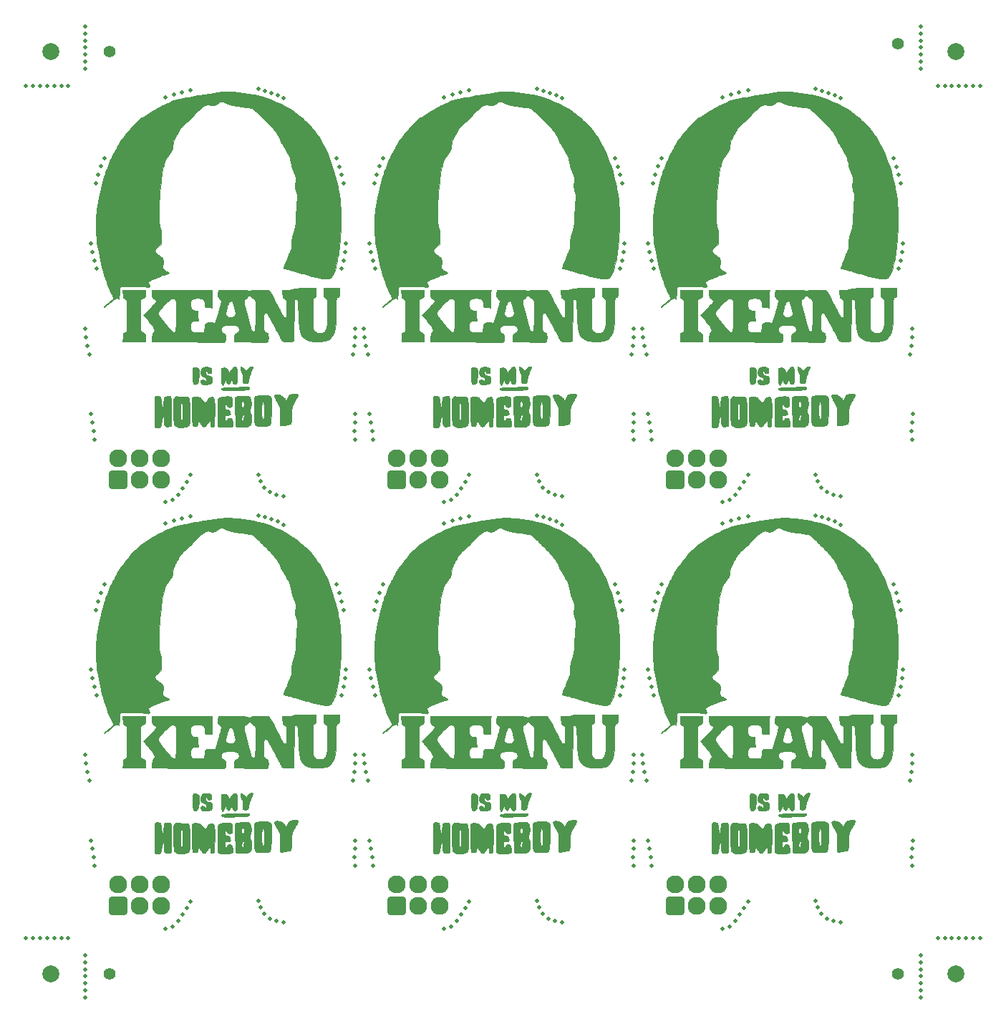
<source format=gts>
G04 #@! TF.GenerationSoftware,KiCad,Pcbnew,8.0.4*
G04 #@! TF.CreationDate,2024-07-22T02:56:23-05:00*
G04 #@! TF.ProjectId,keanu-homeboy-panel,6b65616e-752d-4686-9f6d-65626f792d70,rev?*
G04 #@! TF.SameCoordinates,Original*
G04 #@! TF.FileFunction,Soldermask,Top*
G04 #@! TF.FilePolarity,Negative*
%FSLAX46Y46*%
G04 Gerber Fmt 4.6, Leading zero omitted, Abs format (unit mm)*
G04 Created by KiCad (PCBNEW 8.0.4) date 2024-07-22 02:56:23*
%MOMM*%
%LPD*%
G01*
G04 APERTURE LIST*
G04 Aperture macros list*
%AMRoundRect*
0 Rectangle with rounded corners*
0 $1 Rounding radius*
0 $2 $3 $4 $5 $6 $7 $8 $9 X,Y pos of 4 corners*
0 Add a 4 corners polygon primitive as box body*
4,1,4,$2,$3,$4,$5,$6,$7,$8,$9,$2,$3,0*
0 Add four circle primitives for the rounded corners*
1,1,$1+$1,$2,$3*
1,1,$1+$1,$4,$5*
1,1,$1+$1,$6,$7*
1,1,$1+$1,$8,$9*
0 Add four rect primitives between the rounded corners*
20,1,$1+$1,$2,$3,$4,$5,0*
20,1,$1+$1,$4,$5,$6,$7,0*
20,1,$1+$1,$6,$7,$8,$9,0*
20,1,$1+$1,$8,$9,$2,$3,0*%
G04 Aperture macros list end*
%ADD10C,0.010000*%
%ADD11C,0.500000*%
%ADD12C,1.400000*%
%ADD13O,2.127200X2.127200*%
%ADD14RoundRect,0.200000X-0.863600X0.863600X-0.863600X-0.863600X0.863600X-0.863600X0.863600X0.863600X0*%
%ADD15C,2.127200*%
%ADD16C,2.000000*%
G04 APERTURE END LIST*
D10*
X145093681Y-60299862D02*
X145187088Y-60315560D01*
X145271187Y-60340589D01*
X145341910Y-60373462D01*
X145395191Y-60412694D01*
X145424769Y-60452006D01*
X145440185Y-60498738D01*
X145452654Y-60568504D01*
X145462023Y-60659091D01*
X145468138Y-60768287D01*
X145470847Y-60893880D01*
X145469995Y-61033658D01*
X145468788Y-61087006D01*
X145461937Y-61270837D01*
X145451705Y-61442230D01*
X145438338Y-61599268D01*
X145422082Y-61740034D01*
X145403183Y-61862608D01*
X145381887Y-61965073D01*
X145358442Y-62045512D01*
X145340151Y-62089140D01*
X145291155Y-62162162D01*
X145227207Y-62221980D01*
X145153122Y-62266038D01*
X145073713Y-62291777D01*
X144993794Y-62296642D01*
X144959377Y-62291436D01*
X144900955Y-62268744D01*
X144847975Y-62231265D01*
X144809807Y-62185841D01*
X144806411Y-62179690D01*
X144788399Y-62130764D01*
X144772200Y-62058008D01*
X144757941Y-61962935D01*
X144745744Y-61847060D01*
X144735735Y-61711894D01*
X144728038Y-61558952D01*
X144722777Y-61389748D01*
X144720077Y-61205795D01*
X144719737Y-61125106D01*
X144720665Y-60947177D01*
X144723959Y-60793976D01*
X144729660Y-60664936D01*
X144737807Y-60559490D01*
X144748441Y-60477072D01*
X144761602Y-60417116D01*
X144772198Y-60388506D01*
X144802321Y-60346572D01*
X144847747Y-60317769D01*
X144911201Y-60300952D01*
X144995033Y-60294980D01*
X145093681Y-60299862D01*
G36*
X145093681Y-60299862D02*
G01*
X145187088Y-60315560D01*
X145271187Y-60340589D01*
X145341910Y-60373462D01*
X145395191Y-60412694D01*
X145424769Y-60452006D01*
X145440185Y-60498738D01*
X145452654Y-60568504D01*
X145462023Y-60659091D01*
X145468138Y-60768287D01*
X145470847Y-60893880D01*
X145469995Y-61033658D01*
X145468788Y-61087006D01*
X145461937Y-61270837D01*
X145451705Y-61442230D01*
X145438338Y-61599268D01*
X145422082Y-61740034D01*
X145403183Y-61862608D01*
X145381887Y-61965073D01*
X145358442Y-62045512D01*
X145340151Y-62089140D01*
X145291155Y-62162162D01*
X145227207Y-62221980D01*
X145153122Y-62266038D01*
X145073713Y-62291777D01*
X144993794Y-62296642D01*
X144959377Y-62291436D01*
X144900955Y-62268744D01*
X144847975Y-62231265D01*
X144809807Y-62185841D01*
X144806411Y-62179690D01*
X144788399Y-62130764D01*
X144772200Y-62058008D01*
X144757941Y-61962935D01*
X144745744Y-61847060D01*
X144735735Y-61711894D01*
X144728038Y-61558952D01*
X144722777Y-61389748D01*
X144720077Y-61205795D01*
X144719737Y-61125106D01*
X144720665Y-60947177D01*
X144723959Y-60793976D01*
X144729660Y-60664936D01*
X144737807Y-60559490D01*
X144748441Y-60477072D01*
X144761602Y-60417116D01*
X144772198Y-60388506D01*
X144802321Y-60346572D01*
X144847747Y-60317769D01*
X144911201Y-60300952D01*
X144995033Y-60294980D01*
X145093681Y-60299862D01*
G37*
X139135506Y-51400081D02*
X139134027Y-51548366D01*
X139129629Y-51672823D01*
X139122184Y-51774870D01*
X139111566Y-51855923D01*
X139097649Y-51917400D01*
X139086388Y-51948404D01*
X139062397Y-51990230D01*
X139026961Y-52031068D01*
X138977444Y-52072962D01*
X138911207Y-52117955D01*
X138825613Y-52168091D01*
X138751024Y-52208255D01*
X138551411Y-52312978D01*
X138551504Y-54150467D01*
X138551598Y-55987956D01*
X138726129Y-56087143D01*
X138819091Y-56140843D01*
X138892337Y-56185390D01*
X138948882Y-56222963D01*
X138991740Y-56255744D01*
X139023927Y-56285913D01*
X139048456Y-56315652D01*
X139054843Y-56324921D01*
X139073416Y-56355236D01*
X139088493Y-56386394D01*
X139100502Y-56421485D01*
X139109875Y-56463602D01*
X139117042Y-56515834D01*
X139122432Y-56581276D01*
X139126477Y-56663017D01*
X139129606Y-56764149D01*
X139132105Y-56880131D01*
X139139145Y-57251606D01*
X136468611Y-57251606D01*
X136468809Y-56861081D01*
X136469123Y-56722196D01*
X136470688Y-56606124D01*
X136474667Y-56510276D01*
X136482223Y-56432065D01*
X136494520Y-56368902D01*
X136512719Y-56318199D01*
X136537985Y-56277370D01*
X136571481Y-56243826D01*
X136614370Y-56214978D01*
X136667814Y-56188241D01*
X136732978Y-56161024D01*
X136794159Y-56137233D01*
X136951007Y-56076856D01*
X136951165Y-52304956D01*
X136797739Y-52236140D01*
X136712399Y-52196617D01*
X136647215Y-52162906D01*
X136598441Y-52132225D01*
X136562332Y-52101791D01*
X136535142Y-52068824D01*
X136513126Y-52030540D01*
X136508780Y-52021500D01*
X136474961Y-51949356D01*
X136466743Y-51130206D01*
X139135611Y-51130206D01*
X139135506Y-51400081D01*
G36*
X139135506Y-51400081D02*
G01*
X139134027Y-51548366D01*
X139129629Y-51672823D01*
X139122184Y-51774870D01*
X139111566Y-51855923D01*
X139097649Y-51917400D01*
X139086388Y-51948404D01*
X139062397Y-51990230D01*
X139026961Y-52031068D01*
X138977444Y-52072962D01*
X138911207Y-52117955D01*
X138825613Y-52168091D01*
X138751024Y-52208255D01*
X138551411Y-52312978D01*
X138551504Y-54150467D01*
X138551598Y-55987956D01*
X138726129Y-56087143D01*
X138819091Y-56140843D01*
X138892337Y-56185390D01*
X138948882Y-56222963D01*
X138991740Y-56255744D01*
X139023927Y-56285913D01*
X139048456Y-56315652D01*
X139054843Y-56324921D01*
X139073416Y-56355236D01*
X139088493Y-56386394D01*
X139100502Y-56421485D01*
X139109875Y-56463602D01*
X139117042Y-56515834D01*
X139122432Y-56581276D01*
X139126477Y-56663017D01*
X139129606Y-56764149D01*
X139132105Y-56880131D01*
X139139145Y-57251606D01*
X136468611Y-57251606D01*
X136468809Y-56861081D01*
X136469123Y-56722196D01*
X136470688Y-56606124D01*
X136474667Y-56510276D01*
X136482223Y-56432065D01*
X136494520Y-56368902D01*
X136512719Y-56318199D01*
X136537985Y-56277370D01*
X136571481Y-56243826D01*
X136614370Y-56214978D01*
X136667814Y-56188241D01*
X136732978Y-56161024D01*
X136794159Y-56137233D01*
X136951007Y-56076856D01*
X136951165Y-52304956D01*
X136797739Y-52236140D01*
X136712399Y-52196617D01*
X136647215Y-52162906D01*
X136598441Y-52132225D01*
X136562332Y-52101791D01*
X136535142Y-52068824D01*
X136513126Y-52030540D01*
X136508780Y-52021500D01*
X136474961Y-51949356D01*
X136466743Y-51130206D01*
X139135611Y-51130206D01*
X139135506Y-51400081D01*
G37*
X151082378Y-62608171D02*
X151171977Y-62611704D01*
X151239669Y-62617525D01*
X151285936Y-62625631D01*
X151292381Y-62627440D01*
X151344716Y-62647782D01*
X151375451Y-62673223D01*
X151388380Y-62709361D01*
X151387297Y-62761795D01*
X151386743Y-62766654D01*
X151371585Y-62832510D01*
X151344772Y-62885428D01*
X151309245Y-62919974D01*
X151301570Y-62924098D01*
X151272338Y-62932175D01*
X151219787Y-62940464D01*
X151145997Y-62948890D01*
X151053045Y-62957376D01*
X150943012Y-62965846D01*
X150817976Y-62974223D01*
X150680017Y-62982431D01*
X150531214Y-62990393D01*
X150373646Y-62998033D01*
X150209392Y-63005275D01*
X150040532Y-63012042D01*
X149869144Y-63018257D01*
X149697308Y-63023845D01*
X149527103Y-63028729D01*
X149360608Y-63032832D01*
X149199902Y-63036079D01*
X149047065Y-63038392D01*
X148904176Y-63039695D01*
X148773313Y-63039913D01*
X148656556Y-63038967D01*
X148555985Y-63036783D01*
X148473677Y-63033283D01*
X148425661Y-63029793D01*
X148333858Y-63016190D01*
X148255710Y-62994456D01*
X148193024Y-62966104D01*
X148147608Y-62932648D01*
X148121269Y-62895602D01*
X148115815Y-62856480D01*
X148133052Y-62816795D01*
X148149436Y-62798447D01*
X148174168Y-62777260D01*
X148201929Y-62758992D01*
X148234824Y-62743352D01*
X148274957Y-62730048D01*
X148324434Y-62718786D01*
X148385359Y-62709276D01*
X148459838Y-62701223D01*
X148549974Y-62694337D01*
X148657873Y-62688325D01*
X148785639Y-62682894D01*
X148935378Y-62677752D01*
X149041611Y-62674539D01*
X149163805Y-62670715D01*
X149304918Y-62665851D01*
X149458502Y-62660195D01*
X149618106Y-62654000D01*
X149777283Y-62647513D01*
X149929583Y-62640985D01*
X150057611Y-62635181D01*
X150288820Y-62624925D01*
X150495219Y-62616974D01*
X150677290Y-62611327D01*
X150835517Y-62607979D01*
X150970385Y-62606928D01*
X151082378Y-62608171D01*
G36*
X151082378Y-62608171D02*
G01*
X151171977Y-62611704D01*
X151239669Y-62617525D01*
X151285936Y-62625631D01*
X151292381Y-62627440D01*
X151344716Y-62647782D01*
X151375451Y-62673223D01*
X151388380Y-62709361D01*
X151387297Y-62761795D01*
X151386743Y-62766654D01*
X151371585Y-62832510D01*
X151344772Y-62885428D01*
X151309245Y-62919974D01*
X151301570Y-62924098D01*
X151272338Y-62932175D01*
X151219787Y-62940464D01*
X151145997Y-62948890D01*
X151053045Y-62957376D01*
X150943012Y-62965846D01*
X150817976Y-62974223D01*
X150680017Y-62982431D01*
X150531214Y-62990393D01*
X150373646Y-62998033D01*
X150209392Y-63005275D01*
X150040532Y-63012042D01*
X149869144Y-63018257D01*
X149697308Y-63023845D01*
X149527103Y-63028729D01*
X149360608Y-63032832D01*
X149199902Y-63036079D01*
X149047065Y-63038392D01*
X148904176Y-63039695D01*
X148773313Y-63039913D01*
X148656556Y-63038967D01*
X148555985Y-63036783D01*
X148473677Y-63033283D01*
X148425661Y-63029793D01*
X148333858Y-63016190D01*
X148255710Y-62994456D01*
X148193024Y-62966104D01*
X148147608Y-62932648D01*
X148121269Y-62895602D01*
X148115815Y-62856480D01*
X148133052Y-62816795D01*
X148149436Y-62798447D01*
X148174168Y-62777260D01*
X148201929Y-62758992D01*
X148234824Y-62743352D01*
X148274957Y-62730048D01*
X148324434Y-62718786D01*
X148385359Y-62709276D01*
X148459838Y-62701223D01*
X148549974Y-62694337D01*
X148657873Y-62688325D01*
X148785639Y-62682894D01*
X148935378Y-62677752D01*
X149041611Y-62674539D01*
X149163805Y-62670715D01*
X149304918Y-62665851D01*
X149458502Y-62660195D01*
X149618106Y-62654000D01*
X149777283Y-62647513D01*
X149929583Y-62640985D01*
X150057611Y-62635181D01*
X150288820Y-62624925D01*
X150495219Y-62616974D01*
X150677290Y-62611327D01*
X150835517Y-62607979D01*
X150970385Y-62606928D01*
X151082378Y-62608171D01*
G37*
X151753516Y-60231272D02*
X151807432Y-60242061D01*
X151846589Y-60256790D01*
X151860872Y-60267689D01*
X151862485Y-60278908D01*
X151856870Y-60301980D01*
X151843198Y-60338916D01*
X151820640Y-60391730D01*
X151788366Y-60462435D01*
X151745546Y-60553043D01*
X151729155Y-60587248D01*
X151687668Y-60674253D01*
X151647756Y-60759173D01*
X151611418Y-60837659D01*
X151580655Y-60905362D01*
X151557469Y-60957933D01*
X151546020Y-60985406D01*
X151490092Y-61139328D01*
X151438615Y-61304580D01*
X151394203Y-61471740D01*
X151359469Y-61631386D01*
X151346943Y-61702956D01*
X151327901Y-61819359D01*
X151310995Y-61913335D01*
X151295307Y-61987672D01*
X151279921Y-62045159D01*
X151263922Y-62088585D01*
X151246392Y-62120739D01*
X151226416Y-62144409D01*
X151203077Y-62162383D01*
X151194253Y-62167670D01*
X151161995Y-62178836D01*
X151111714Y-62188244D01*
X151050764Y-62195182D01*
X150986501Y-62198934D01*
X150926280Y-62198789D01*
X150895811Y-62196607D01*
X150828658Y-62188622D01*
X150781266Y-62180696D01*
X150748043Y-62171343D01*
X150723398Y-62159077D01*
X150706178Y-62146236D01*
X150679721Y-62117124D01*
X150661649Y-62079367D01*
X150651507Y-62029583D01*
X150648841Y-61964391D01*
X150653197Y-61880409D01*
X150660486Y-61805879D01*
X150672460Y-61677088D01*
X150677420Y-61561822D01*
X150674563Y-61455092D01*
X150663086Y-61351908D01*
X150642186Y-61247282D01*
X150611059Y-61136224D01*
X150568904Y-61013744D01*
X150514916Y-60874854D01*
X150507827Y-60857395D01*
X150462496Y-60742878D01*
X150427830Y-60647229D01*
X150402796Y-60566771D01*
X150386359Y-60497826D01*
X150377485Y-60436719D01*
X150375111Y-60385586D01*
X150380384Y-60319492D01*
X150397071Y-60275763D01*
X150426473Y-60253587D01*
X150469892Y-60252154D01*
X150528628Y-60270654D01*
X150546664Y-60278672D01*
X150585519Y-60299464D01*
X150629019Y-60328399D01*
X150679643Y-60367515D01*
X150739873Y-60418845D01*
X150812189Y-60484425D01*
X150899071Y-60566291D01*
X150910393Y-60577113D01*
X150960625Y-60624854D01*
X151004303Y-60665725D01*
X151038220Y-60696778D01*
X151059172Y-60715063D01*
X151064330Y-60718706D01*
X151073017Y-60708659D01*
X151092898Y-60681009D01*
X151121385Y-60639488D01*
X151155892Y-60587830D01*
X151172512Y-60562550D01*
X151244563Y-60459198D01*
X151312069Y-60377888D01*
X151378020Y-60316407D01*
X151445410Y-60272539D01*
X151517230Y-60244072D01*
X151596472Y-60228792D01*
X151627214Y-60226104D01*
X151691293Y-60225570D01*
X151753516Y-60231272D01*
G36*
X151753516Y-60231272D02*
G01*
X151807432Y-60242061D01*
X151846589Y-60256790D01*
X151860872Y-60267689D01*
X151862485Y-60278908D01*
X151856870Y-60301980D01*
X151843198Y-60338916D01*
X151820640Y-60391730D01*
X151788366Y-60462435D01*
X151745546Y-60553043D01*
X151729155Y-60587248D01*
X151687668Y-60674253D01*
X151647756Y-60759173D01*
X151611418Y-60837659D01*
X151580655Y-60905362D01*
X151557469Y-60957933D01*
X151546020Y-60985406D01*
X151490092Y-61139328D01*
X151438615Y-61304580D01*
X151394203Y-61471740D01*
X151359469Y-61631386D01*
X151346943Y-61702956D01*
X151327901Y-61819359D01*
X151310995Y-61913335D01*
X151295307Y-61987672D01*
X151279921Y-62045159D01*
X151263922Y-62088585D01*
X151246392Y-62120739D01*
X151226416Y-62144409D01*
X151203077Y-62162383D01*
X151194253Y-62167670D01*
X151161995Y-62178836D01*
X151111714Y-62188244D01*
X151050764Y-62195182D01*
X150986501Y-62198934D01*
X150926280Y-62198789D01*
X150895811Y-62196607D01*
X150828658Y-62188622D01*
X150781266Y-62180696D01*
X150748043Y-62171343D01*
X150723398Y-62159077D01*
X150706178Y-62146236D01*
X150679721Y-62117124D01*
X150661649Y-62079367D01*
X150651507Y-62029583D01*
X150648841Y-61964391D01*
X150653197Y-61880409D01*
X150660486Y-61805879D01*
X150672460Y-61677088D01*
X150677420Y-61561822D01*
X150674563Y-61455092D01*
X150663086Y-61351908D01*
X150642186Y-61247282D01*
X150611059Y-61136224D01*
X150568904Y-61013744D01*
X150514916Y-60874854D01*
X150507827Y-60857395D01*
X150462496Y-60742878D01*
X150427830Y-60647229D01*
X150402796Y-60566771D01*
X150386359Y-60497826D01*
X150377485Y-60436719D01*
X150375111Y-60385586D01*
X150380384Y-60319492D01*
X150397071Y-60275763D01*
X150426473Y-60253587D01*
X150469892Y-60252154D01*
X150528628Y-60270654D01*
X150546664Y-60278672D01*
X150585519Y-60299464D01*
X150629019Y-60328399D01*
X150679643Y-60367515D01*
X150739873Y-60418845D01*
X150812189Y-60484425D01*
X150899071Y-60566291D01*
X150910393Y-60577113D01*
X150960625Y-60624854D01*
X151004303Y-60665725D01*
X151038220Y-60696778D01*
X151059172Y-60715063D01*
X151064330Y-60718706D01*
X151073017Y-60708659D01*
X151092898Y-60681009D01*
X151121385Y-60639488D01*
X151155892Y-60587830D01*
X151172512Y-60562550D01*
X151244563Y-60459198D01*
X151312069Y-60377888D01*
X151378020Y-60316407D01*
X151445410Y-60272539D01*
X151517230Y-60244072D01*
X151596472Y-60228792D01*
X151627214Y-60226104D01*
X151691293Y-60225570D01*
X151753516Y-60231272D01*
G37*
X149744949Y-60241899D02*
X149796711Y-60251710D01*
X149839144Y-60267732D01*
X149873425Y-60292460D01*
X149900728Y-60328387D01*
X149922228Y-60378008D01*
X149939101Y-60443815D01*
X149952522Y-60528305D01*
X149963665Y-60633970D01*
X149970672Y-60720948D01*
X149974239Y-60782401D01*
X149977550Y-60864783D01*
X149980505Y-60963622D01*
X149983000Y-61074447D01*
X149984934Y-61192787D01*
X149986205Y-61314171D01*
X149986700Y-61423556D01*
X149986607Y-61568021D01*
X149985728Y-61689714D01*
X149983828Y-61791260D01*
X149980668Y-61875280D01*
X149976012Y-61944397D01*
X149969623Y-62001233D01*
X149961264Y-62048413D01*
X149950698Y-62088558D01*
X149937688Y-62124292D01*
X149921997Y-62158237D01*
X149919971Y-62162221D01*
X149885861Y-62217735D01*
X149847963Y-62252599D01*
X149799317Y-62271363D01*
X149742667Y-62278142D01*
X149690850Y-62279038D01*
X149651744Y-62273538D01*
X149612959Y-62259135D01*
X149587789Y-62246773D01*
X149529416Y-62209493D01*
X149486022Y-62163096D01*
X149454337Y-62102637D01*
X149431093Y-62023169D01*
X149426944Y-62003436D01*
X149407870Y-61928482D01*
X149384381Y-61869755D01*
X149358034Y-61830335D01*
X149330969Y-61813407D01*
X149301372Y-61820151D01*
X149265398Y-61849037D01*
X149224684Y-61898107D01*
X149180865Y-61965400D01*
X149137625Y-62044878D01*
X149088367Y-62136975D01*
X149043492Y-62206832D01*
X149001667Y-62254211D01*
X148961560Y-62278873D01*
X148921838Y-62280579D01*
X148881168Y-62259093D01*
X148838219Y-62214174D01*
X148791657Y-62145585D01*
X148740151Y-62053087D01*
X148696557Y-61965988D01*
X148594831Y-61755972D01*
X148509285Y-61958064D01*
X148456608Y-62080453D01*
X148411463Y-62180352D01*
X148372861Y-62259199D01*
X148339816Y-62318430D01*
X148311341Y-62359486D01*
X148286449Y-62383804D01*
X148264153Y-62392822D01*
X148243465Y-62387979D01*
X148224914Y-62372416D01*
X148195589Y-62327451D01*
X148168547Y-62261704D01*
X148145489Y-62179789D01*
X148134920Y-62128406D01*
X148124031Y-62064069D01*
X148114748Y-61999109D01*
X148106951Y-61930949D01*
X148100518Y-61857012D01*
X148095327Y-61774720D01*
X148091258Y-61681499D01*
X148088189Y-61574770D01*
X148085999Y-61451958D01*
X148084567Y-61310485D01*
X148083772Y-61147775D01*
X148083547Y-61036206D01*
X148082761Y-60369456D01*
X148228811Y-60354417D01*
X148302435Y-60347922D01*
X148381391Y-60342715D01*
X148453909Y-60339499D01*
X148489161Y-60338821D01*
X148555163Y-60340771D01*
X148611305Y-60348842D01*
X148660193Y-60365319D01*
X148704432Y-60392483D01*
X148746628Y-60432617D01*
X148789386Y-60488005D01*
X148835313Y-60560929D01*
X148887015Y-60653671D01*
X148920122Y-60716383D01*
X148959144Y-60791024D01*
X148988323Y-60845685D01*
X149009489Y-60882947D01*
X149024471Y-60905388D01*
X149035100Y-60915588D01*
X149043208Y-60916125D01*
X149050623Y-60909578D01*
X149054097Y-60905171D01*
X149067903Y-60885886D01*
X149093137Y-60849514D01*
X149127059Y-60800048D01*
X149166929Y-60741483D01*
X149203870Y-60686904D01*
X149287129Y-60566969D01*
X149361136Y-60468354D01*
X149427744Y-60389537D01*
X149488804Y-60328994D01*
X149546170Y-60285202D01*
X149601693Y-60256638D01*
X149657225Y-60241778D01*
X149714619Y-60239099D01*
X149744949Y-60241899D01*
G36*
X149744949Y-60241899D02*
G01*
X149796711Y-60251710D01*
X149839144Y-60267732D01*
X149873425Y-60292460D01*
X149900728Y-60328387D01*
X149922228Y-60378008D01*
X149939101Y-60443815D01*
X149952522Y-60528305D01*
X149963665Y-60633970D01*
X149970672Y-60720948D01*
X149974239Y-60782401D01*
X149977550Y-60864783D01*
X149980505Y-60963622D01*
X149983000Y-61074447D01*
X149984934Y-61192787D01*
X149986205Y-61314171D01*
X149986700Y-61423556D01*
X149986607Y-61568021D01*
X149985728Y-61689714D01*
X149983828Y-61791260D01*
X149980668Y-61875280D01*
X149976012Y-61944397D01*
X149969623Y-62001233D01*
X149961264Y-62048413D01*
X149950698Y-62088558D01*
X149937688Y-62124292D01*
X149921997Y-62158237D01*
X149919971Y-62162221D01*
X149885861Y-62217735D01*
X149847963Y-62252599D01*
X149799317Y-62271363D01*
X149742667Y-62278142D01*
X149690850Y-62279038D01*
X149651744Y-62273538D01*
X149612959Y-62259135D01*
X149587789Y-62246773D01*
X149529416Y-62209493D01*
X149486022Y-62163096D01*
X149454337Y-62102637D01*
X149431093Y-62023169D01*
X149426944Y-62003436D01*
X149407870Y-61928482D01*
X149384381Y-61869755D01*
X149358034Y-61830335D01*
X149330969Y-61813407D01*
X149301372Y-61820151D01*
X149265398Y-61849037D01*
X149224684Y-61898107D01*
X149180865Y-61965400D01*
X149137625Y-62044878D01*
X149088367Y-62136975D01*
X149043492Y-62206832D01*
X149001667Y-62254211D01*
X148961560Y-62278873D01*
X148921838Y-62280579D01*
X148881168Y-62259093D01*
X148838219Y-62214174D01*
X148791657Y-62145585D01*
X148740151Y-62053087D01*
X148696557Y-61965988D01*
X148594831Y-61755972D01*
X148509285Y-61958064D01*
X148456608Y-62080453D01*
X148411463Y-62180352D01*
X148372861Y-62259199D01*
X148339816Y-62318430D01*
X148311341Y-62359486D01*
X148286449Y-62383804D01*
X148264153Y-62392822D01*
X148243465Y-62387979D01*
X148224914Y-62372416D01*
X148195589Y-62327451D01*
X148168547Y-62261704D01*
X148145489Y-62179789D01*
X148134920Y-62128406D01*
X148124031Y-62064069D01*
X148114748Y-61999109D01*
X148106951Y-61930949D01*
X148100518Y-61857012D01*
X148095327Y-61774720D01*
X148091258Y-61681499D01*
X148088189Y-61574770D01*
X148085999Y-61451958D01*
X148084567Y-61310485D01*
X148083772Y-61147775D01*
X148083547Y-61036206D01*
X148082761Y-60369456D01*
X148228811Y-60354417D01*
X148302435Y-60347922D01*
X148381391Y-60342715D01*
X148453909Y-60339499D01*
X148489161Y-60338821D01*
X148555163Y-60340771D01*
X148611305Y-60348842D01*
X148660193Y-60365319D01*
X148704432Y-60392483D01*
X148746628Y-60432617D01*
X148789386Y-60488005D01*
X148835313Y-60560929D01*
X148887015Y-60653671D01*
X148920122Y-60716383D01*
X148959144Y-60791024D01*
X148988323Y-60845685D01*
X149009489Y-60882947D01*
X149024471Y-60905388D01*
X149035100Y-60915588D01*
X149043208Y-60916125D01*
X149050623Y-60909578D01*
X149054097Y-60905171D01*
X149067903Y-60885886D01*
X149093137Y-60849514D01*
X149127059Y-60800048D01*
X149166929Y-60741483D01*
X149203870Y-60686904D01*
X149287129Y-60566969D01*
X149361136Y-60468354D01*
X149427744Y-60389537D01*
X149488804Y-60328994D01*
X149546170Y-60285202D01*
X149601693Y-60256638D01*
X149657225Y-60241778D01*
X149714619Y-60239099D01*
X149744949Y-60241899D01*
G37*
X146514311Y-60253262D02*
X146626634Y-60264238D01*
X146717242Y-60284024D01*
X146788653Y-60313823D01*
X146843387Y-60354839D01*
X146883963Y-60408277D01*
X146898316Y-60436794D01*
X146914251Y-60486700D01*
X146925942Y-60551203D01*
X146933368Y-60624890D01*
X146936507Y-60702347D01*
X146935339Y-60778161D01*
X146929841Y-60846918D01*
X146919993Y-60903205D01*
X146905773Y-60941607D01*
X146900342Y-60949182D01*
X146854882Y-60983807D01*
X146791939Y-61004092D01*
X146709336Y-61010735D01*
X146708393Y-61010735D01*
X146616984Y-61004989D01*
X146546781Y-60987228D01*
X146496086Y-60956411D01*
X146463200Y-60911499D01*
X146446424Y-60851453D01*
X146446273Y-60850332D01*
X146430995Y-60793084D01*
X146404060Y-60749381D01*
X146368928Y-60723668D01*
X146343793Y-60718706D01*
X146311934Y-60728768D01*
X146289027Y-60759643D01*
X146274674Y-60812364D01*
X146268479Y-60887963D01*
X146268152Y-60915556D01*
X146273901Y-61018917D01*
X146290624Y-61103633D01*
X146317847Y-61167998D01*
X146348941Y-61205480D01*
X146369499Y-61221343D01*
X146390951Y-61233191D01*
X146418025Y-61242158D01*
X146455449Y-61249378D01*
X146507950Y-61255987D01*
X146580256Y-61263117D01*
X146594787Y-61264456D01*
X146710887Y-61281776D01*
X146806307Y-61311597D01*
X146882654Y-61355625D01*
X146941533Y-61415565D01*
X146984553Y-61493123D01*
X147013318Y-61590004D01*
X147029435Y-61707913D01*
X147030856Y-61727434D01*
X147032067Y-61843458D01*
X147020457Y-61948771D01*
X146996878Y-62040331D01*
X146962182Y-62115096D01*
X146917223Y-62170024D01*
X146903762Y-62180823D01*
X146846580Y-62213031D01*
X146768360Y-62243248D01*
X146673456Y-62270118D01*
X146566222Y-62292286D01*
X146524081Y-62299056D01*
X146443468Y-62308240D01*
X146350595Y-62314304D01*
X146251821Y-62317247D01*
X146153506Y-62317071D01*
X146062009Y-62313775D01*
X145983688Y-62307360D01*
X145930111Y-62299006D01*
X145838877Y-62268543D01*
X145766296Y-62221075D01*
X145712951Y-62157270D01*
X145679425Y-62077794D01*
X145666926Y-61998087D01*
X145665323Y-61944576D01*
X145669104Y-61906055D01*
X145679911Y-61872389D01*
X145691068Y-61849108D01*
X145734175Y-61788427D01*
X145788761Y-61750215D01*
X145854189Y-61734620D01*
X145929820Y-61741788D01*
X146015016Y-61771865D01*
X146019011Y-61773735D01*
X146074444Y-61804234D01*
X146132987Y-61843041D01*
X146171411Y-61872989D01*
X146235388Y-61927281D01*
X146282705Y-61963781D01*
X146315454Y-61981827D01*
X146335726Y-61980758D01*
X146345614Y-61959912D01*
X146347210Y-61918629D01*
X146342607Y-61856248D01*
X146338958Y-61820037D01*
X146326354Y-61715875D01*
X146310889Y-61633788D01*
X146289713Y-61570449D01*
X146259973Y-61522534D01*
X146218820Y-61486717D01*
X146163403Y-61459672D01*
X146090870Y-61438074D01*
X145998371Y-61418598D01*
X145994132Y-61417800D01*
X145945460Y-61406959D01*
X145902236Y-61394408D01*
X145878180Y-61384871D01*
X145803770Y-61332654D01*
X145746528Y-61262130D01*
X145706516Y-61173770D01*
X145683799Y-61068047D01*
X145678439Y-60945432D01*
X145690502Y-60806397D01*
X145720050Y-60651413D01*
X145759429Y-60505945D01*
X145789580Y-60424479D01*
X145825208Y-60364608D01*
X145869226Y-60322655D01*
X145924545Y-60294946D01*
X145927317Y-60293985D01*
X145969177Y-60283956D01*
X146031092Y-60274620D01*
X146107722Y-60266346D01*
X146193723Y-60259506D01*
X146283754Y-60254471D01*
X146372473Y-60251610D01*
X146454537Y-60251295D01*
X146514311Y-60253262D01*
G36*
X146514311Y-60253262D02*
G01*
X146626634Y-60264238D01*
X146717242Y-60284024D01*
X146788653Y-60313823D01*
X146843387Y-60354839D01*
X146883963Y-60408277D01*
X146898316Y-60436794D01*
X146914251Y-60486700D01*
X146925942Y-60551203D01*
X146933368Y-60624890D01*
X146936507Y-60702347D01*
X146935339Y-60778161D01*
X146929841Y-60846918D01*
X146919993Y-60903205D01*
X146905773Y-60941607D01*
X146900342Y-60949182D01*
X146854882Y-60983807D01*
X146791939Y-61004092D01*
X146709336Y-61010735D01*
X146708393Y-61010735D01*
X146616984Y-61004989D01*
X146546781Y-60987228D01*
X146496086Y-60956411D01*
X146463200Y-60911499D01*
X146446424Y-60851453D01*
X146446273Y-60850332D01*
X146430995Y-60793084D01*
X146404060Y-60749381D01*
X146368928Y-60723668D01*
X146343793Y-60718706D01*
X146311934Y-60728768D01*
X146289027Y-60759643D01*
X146274674Y-60812364D01*
X146268479Y-60887963D01*
X146268152Y-60915556D01*
X146273901Y-61018917D01*
X146290624Y-61103633D01*
X146317847Y-61167998D01*
X146348941Y-61205480D01*
X146369499Y-61221343D01*
X146390951Y-61233191D01*
X146418025Y-61242158D01*
X146455449Y-61249378D01*
X146507950Y-61255987D01*
X146580256Y-61263117D01*
X146594787Y-61264456D01*
X146710887Y-61281776D01*
X146806307Y-61311597D01*
X146882654Y-61355625D01*
X146941533Y-61415565D01*
X146984553Y-61493123D01*
X147013318Y-61590004D01*
X147029435Y-61707913D01*
X147030856Y-61727434D01*
X147032067Y-61843458D01*
X147020457Y-61948771D01*
X146996878Y-62040331D01*
X146962182Y-62115096D01*
X146917223Y-62170024D01*
X146903762Y-62180823D01*
X146846580Y-62213031D01*
X146768360Y-62243248D01*
X146673456Y-62270118D01*
X146566222Y-62292286D01*
X146524081Y-62299056D01*
X146443468Y-62308240D01*
X146350595Y-62314304D01*
X146251821Y-62317247D01*
X146153506Y-62317071D01*
X146062009Y-62313775D01*
X145983688Y-62307360D01*
X145930111Y-62299006D01*
X145838877Y-62268543D01*
X145766296Y-62221075D01*
X145712951Y-62157270D01*
X145679425Y-62077794D01*
X145666926Y-61998087D01*
X145665323Y-61944576D01*
X145669104Y-61906055D01*
X145679911Y-61872389D01*
X145691068Y-61849108D01*
X145734175Y-61788427D01*
X145788761Y-61750215D01*
X145854189Y-61734620D01*
X145929820Y-61741788D01*
X146015016Y-61771865D01*
X146019011Y-61773735D01*
X146074444Y-61804234D01*
X146132987Y-61843041D01*
X146171411Y-61872989D01*
X146235388Y-61927281D01*
X146282705Y-61963781D01*
X146315454Y-61981827D01*
X146335726Y-61980758D01*
X146345614Y-61959912D01*
X146347210Y-61918629D01*
X146342607Y-61856248D01*
X146338958Y-61820037D01*
X146326354Y-61715875D01*
X146310889Y-61633788D01*
X146289713Y-61570449D01*
X146259973Y-61522534D01*
X146218820Y-61486717D01*
X146163403Y-61459672D01*
X146090870Y-61438074D01*
X145998371Y-61418598D01*
X145994132Y-61417800D01*
X145945460Y-61406959D01*
X145902236Y-61394408D01*
X145878180Y-61384871D01*
X145803770Y-61332654D01*
X145746528Y-61262130D01*
X145706516Y-61173770D01*
X145683799Y-61068047D01*
X145678439Y-60945432D01*
X145690502Y-60806397D01*
X145720050Y-60651413D01*
X145759429Y-60505945D01*
X145789580Y-60424479D01*
X145825208Y-60364608D01*
X145869226Y-60322655D01*
X145924545Y-60294946D01*
X145927317Y-60293985D01*
X145969177Y-60283956D01*
X146031092Y-60274620D01*
X146107722Y-60266346D01*
X146193723Y-60259506D01*
X146283754Y-60254471D01*
X146372473Y-60251610D01*
X146454537Y-60251295D01*
X146514311Y-60253262D01*
G37*
X157011954Y-63417723D02*
X157045208Y-63424314D01*
X157096287Y-63448466D01*
X157128534Y-63488233D01*
X157143085Y-63545301D01*
X157144211Y-63571278D01*
X157141025Y-63614218D01*
X157130869Y-63663181D01*
X157112838Y-63720165D01*
X157086030Y-63787163D01*
X157049544Y-63866171D01*
X157002476Y-63959186D01*
X156943925Y-64068201D01*
X156872987Y-64195213D01*
X156820265Y-64287572D01*
X156752787Y-64405546D01*
X156693485Y-64511380D01*
X156641766Y-64607589D01*
X156597032Y-64696690D01*
X156558690Y-64781197D01*
X156526143Y-64863627D01*
X156498797Y-64946496D01*
X156476057Y-65032318D01*
X156457327Y-65123611D01*
X156442012Y-65222889D01*
X156429517Y-65332669D01*
X156419246Y-65455466D01*
X156410605Y-65593797D01*
X156402998Y-65750175D01*
X156395830Y-65927119D01*
X156389125Y-66109856D01*
X156382445Y-66294289D01*
X156376496Y-66454429D01*
X156371228Y-66591370D01*
X156366594Y-66706207D01*
X156362543Y-66800034D01*
X156359026Y-66873946D01*
X156355995Y-66929038D01*
X156353401Y-66966404D01*
X156351194Y-66987139D01*
X156349590Y-66992506D01*
X156336604Y-66994891D01*
X156301332Y-67001703D01*
X156246402Y-67012425D01*
X156174441Y-67026542D01*
X156088080Y-67043538D01*
X155989944Y-67062896D01*
X155882663Y-67084100D01*
X155832113Y-67094106D01*
X155686564Y-67122654D01*
X155563612Y-67146053D01*
X155461032Y-67164544D01*
X155376600Y-67178368D01*
X155308091Y-67187766D01*
X155253280Y-67192980D01*
X155209944Y-67194250D01*
X155175857Y-67191817D01*
X155148796Y-67185924D01*
X155126534Y-67176812D01*
X155117307Y-67171613D01*
X155095768Y-67155570D01*
X155076893Y-67134421D01*
X155060617Y-67106757D01*
X155046875Y-67071169D01*
X155035603Y-67026249D01*
X155026737Y-66970589D01*
X155020212Y-66902780D01*
X155015964Y-66821413D01*
X155013929Y-66725081D01*
X155014042Y-66612374D01*
X155016239Y-66481884D01*
X155020456Y-66332203D01*
X155026627Y-66161922D01*
X155034690Y-65969633D01*
X155044579Y-65753927D01*
X155048639Y-65668908D01*
X155074166Y-65139060D01*
X154855899Y-64716408D01*
X154767870Y-64545293D01*
X154691296Y-64394903D01*
X154625477Y-64263662D01*
X154569709Y-64149993D01*
X154523292Y-64052321D01*
X154485524Y-63969068D01*
X154455704Y-63898658D01*
X154433129Y-63839515D01*
X154417099Y-63790063D01*
X154406912Y-63748724D01*
X154401866Y-63713922D01*
X154401011Y-63694267D01*
X154410234Y-63638717D01*
X154438603Y-63595124D01*
X154487163Y-63562869D01*
X154556963Y-63541329D01*
X154649050Y-63529881D01*
X154680411Y-63528348D01*
X154752202Y-63527207D01*
X154810553Y-63530376D01*
X154867240Y-63539107D01*
X154934038Y-63554653D01*
X154938388Y-63555769D01*
X155104221Y-63606937D01*
X155249745Y-63670321D01*
X155377638Y-63747332D01*
X155490578Y-63839382D01*
X155507735Y-63855891D01*
X155554641Y-63903694D01*
X155586396Y-63941042D01*
X155607249Y-63973876D01*
X155621451Y-64008135D01*
X155625210Y-64020121D01*
X155636783Y-64065172D01*
X155644175Y-64105638D01*
X155645611Y-64123056D01*
X155654981Y-64160958D01*
X155681060Y-64180517D01*
X155718471Y-64179951D01*
X155763654Y-64156880D01*
X155813020Y-64108983D01*
X155866611Y-64036206D01*
X155924466Y-63938497D01*
X155971037Y-63848092D01*
X156016613Y-63758123D01*
X156056037Y-63688215D01*
X156092186Y-63634688D01*
X156127938Y-63593861D01*
X156166170Y-63562054D01*
X156209758Y-63535586D01*
X156219116Y-63530739D01*
X156279022Y-63506465D01*
X156357637Y-63483618D01*
X156449962Y-63462842D01*
X156550999Y-63444780D01*
X156655751Y-63430076D01*
X156759220Y-63419375D01*
X156856409Y-63413320D01*
X156942319Y-63412555D01*
X157011954Y-63417723D01*
G36*
X157011954Y-63417723D02*
G01*
X157045208Y-63424314D01*
X157096287Y-63448466D01*
X157128534Y-63488233D01*
X157143085Y-63545301D01*
X157144211Y-63571278D01*
X157141025Y-63614218D01*
X157130869Y-63663181D01*
X157112838Y-63720165D01*
X157086030Y-63787163D01*
X157049544Y-63866171D01*
X157002476Y-63959186D01*
X156943925Y-64068201D01*
X156872987Y-64195213D01*
X156820265Y-64287572D01*
X156752787Y-64405546D01*
X156693485Y-64511380D01*
X156641766Y-64607589D01*
X156597032Y-64696690D01*
X156558690Y-64781197D01*
X156526143Y-64863627D01*
X156498797Y-64946496D01*
X156476057Y-65032318D01*
X156457327Y-65123611D01*
X156442012Y-65222889D01*
X156429517Y-65332669D01*
X156419246Y-65455466D01*
X156410605Y-65593797D01*
X156402998Y-65750175D01*
X156395830Y-65927119D01*
X156389125Y-66109856D01*
X156382445Y-66294289D01*
X156376496Y-66454429D01*
X156371228Y-66591370D01*
X156366594Y-66706207D01*
X156362543Y-66800034D01*
X156359026Y-66873946D01*
X156355995Y-66929038D01*
X156353401Y-66966404D01*
X156351194Y-66987139D01*
X156349590Y-66992506D01*
X156336604Y-66994891D01*
X156301332Y-67001703D01*
X156246402Y-67012425D01*
X156174441Y-67026542D01*
X156088080Y-67043538D01*
X155989944Y-67062896D01*
X155882663Y-67084100D01*
X155832113Y-67094106D01*
X155686564Y-67122654D01*
X155563612Y-67146053D01*
X155461032Y-67164544D01*
X155376600Y-67178368D01*
X155308091Y-67187766D01*
X155253280Y-67192980D01*
X155209944Y-67194250D01*
X155175857Y-67191817D01*
X155148796Y-67185924D01*
X155126534Y-67176812D01*
X155117307Y-67171613D01*
X155095768Y-67155570D01*
X155076893Y-67134421D01*
X155060617Y-67106757D01*
X155046875Y-67071169D01*
X155035603Y-67026249D01*
X155026737Y-66970589D01*
X155020212Y-66902780D01*
X155015964Y-66821413D01*
X155013929Y-66725081D01*
X155014042Y-66612374D01*
X155016239Y-66481884D01*
X155020456Y-66332203D01*
X155026627Y-66161922D01*
X155034690Y-65969633D01*
X155044579Y-65753927D01*
X155048639Y-65668908D01*
X155074166Y-65139060D01*
X154855899Y-64716408D01*
X154767870Y-64545293D01*
X154691296Y-64394903D01*
X154625477Y-64263662D01*
X154569709Y-64149993D01*
X154523292Y-64052321D01*
X154485524Y-63969068D01*
X154455704Y-63898658D01*
X154433129Y-63839515D01*
X154417099Y-63790063D01*
X154406912Y-63748724D01*
X154401866Y-63713922D01*
X154401011Y-63694267D01*
X154410234Y-63638717D01*
X154438603Y-63595124D01*
X154487163Y-63562869D01*
X154556963Y-63541329D01*
X154649050Y-63529881D01*
X154680411Y-63528348D01*
X154752202Y-63527207D01*
X154810553Y-63530376D01*
X154867240Y-63539107D01*
X154934038Y-63554653D01*
X154938388Y-63555769D01*
X155104221Y-63606937D01*
X155249745Y-63670321D01*
X155377638Y-63747332D01*
X155490578Y-63839382D01*
X155507735Y-63855891D01*
X155554641Y-63903694D01*
X155586396Y-63941042D01*
X155607249Y-63973876D01*
X155621451Y-64008135D01*
X155625210Y-64020121D01*
X155636783Y-64065172D01*
X155644175Y-64105638D01*
X155645611Y-64123056D01*
X155654981Y-64160958D01*
X155681060Y-64180517D01*
X155718471Y-64179951D01*
X155763654Y-64156880D01*
X155813020Y-64108983D01*
X155866611Y-64036206D01*
X155924466Y-63938497D01*
X155971037Y-63848092D01*
X156016613Y-63758123D01*
X156056037Y-63688215D01*
X156092186Y-63634688D01*
X156127938Y-63593861D01*
X156166170Y-63562054D01*
X156209758Y-63535586D01*
X156219116Y-63530739D01*
X156279022Y-63506465D01*
X156357637Y-63483618D01*
X156449962Y-63462842D01*
X156550999Y-63444780D01*
X156655751Y-63430076D01*
X156759220Y-63419375D01*
X156856409Y-63413320D01*
X156942319Y-63412555D01*
X157011954Y-63417723D01*
G37*
X153294398Y-63592393D02*
X153308811Y-63592737D01*
X153436572Y-63597267D01*
X153542224Y-63604374D01*
X153628992Y-63614836D01*
X153700102Y-63629429D01*
X153758780Y-63648931D01*
X153808254Y-63674119D01*
X153851748Y-63705768D01*
X153877950Y-63729788D01*
X153915781Y-63772299D01*
X153948524Y-63821178D01*
X153976410Y-63878162D01*
X153999666Y-63944988D01*
X154018522Y-64023393D01*
X154033207Y-64115116D01*
X154043949Y-64221893D01*
X154050977Y-64345462D01*
X154054520Y-64487560D01*
X154054808Y-64649925D01*
X154052069Y-64834294D01*
X154047350Y-65015648D01*
X154037297Y-65321426D01*
X154026285Y-65602120D01*
X154014284Y-65858029D01*
X154001267Y-66089451D01*
X153987205Y-66296685D01*
X153972069Y-66480030D01*
X153955831Y-66639784D01*
X153938462Y-66776246D01*
X153919934Y-66889715D01*
X153900217Y-66980489D01*
X153879284Y-67048868D01*
X153857106Y-67095150D01*
X153847003Y-67108526D01*
X153810331Y-67138281D01*
X153757320Y-67163631D01*
X153686444Y-67184884D01*
X153596174Y-67202344D01*
X153484984Y-67216317D01*
X153351346Y-67227108D01*
X153219911Y-67233967D01*
X153102672Y-67238624D01*
X153003947Y-67241772D01*
X152916894Y-67243411D01*
X152834670Y-67243540D01*
X152750435Y-67242160D01*
X152657345Y-67239270D01*
X152548559Y-67234871D01*
X152527761Y-67233961D01*
X152422341Y-67227397D01*
X152338781Y-67217504D01*
X152273662Y-67203453D01*
X152223568Y-67184414D01*
X152185082Y-67159559D01*
X152172046Y-67147677D01*
X152141948Y-67112097D01*
X152115073Y-67067926D01*
X152091212Y-67013682D01*
X152070157Y-66947882D01*
X152051700Y-66869045D01*
X152035632Y-66775687D01*
X152021745Y-66666327D01*
X152009831Y-66539483D01*
X151999681Y-66393672D01*
X151991087Y-66227412D01*
X151983841Y-66039221D01*
X151977735Y-65827617D01*
X151975932Y-65752312D01*
X151972427Y-65553990D01*
X151970835Y-65353268D01*
X151970852Y-65339135D01*
X152879378Y-65339135D01*
X152879896Y-65469807D01*
X152881103Y-65601638D01*
X152882962Y-65730968D01*
X152885438Y-65854137D01*
X152888494Y-65967487D01*
X152892096Y-66067358D01*
X152896207Y-66150093D01*
X152900790Y-66212031D01*
X152902042Y-66224156D01*
X152911901Y-66305606D01*
X152921209Y-66364958D01*
X152931019Y-66405464D01*
X152942383Y-66430372D01*
X152956354Y-66442936D01*
X152973985Y-66446405D01*
X152974006Y-66446406D01*
X153007637Y-66440899D01*
X153046321Y-66427464D01*
X153050149Y-66425703D01*
X153089844Y-66398484D01*
X153123869Y-66356583D01*
X153152306Y-66299047D01*
X153175235Y-66224927D01*
X153192739Y-66133271D01*
X153204899Y-66023127D01*
X153211795Y-65893545D01*
X153213511Y-65743574D01*
X153210127Y-65572262D01*
X153201724Y-65378658D01*
X153188384Y-65161811D01*
X153174440Y-64973845D01*
X153161903Y-64830642D01*
X153148563Y-64711003D01*
X153133991Y-64613096D01*
X153117756Y-64535088D01*
X153099428Y-64475148D01*
X153078577Y-64431441D01*
X153054771Y-64402136D01*
X153037303Y-64389831D01*
X153007756Y-64377881D01*
X152982811Y-64377501D01*
X152961877Y-64390442D01*
X152944363Y-64418456D01*
X152929678Y-64463294D01*
X152917231Y-64526708D01*
X152906431Y-64610450D01*
X152896687Y-64716272D01*
X152888374Y-64831200D01*
X152884910Y-64901200D01*
X152882315Y-64990652D01*
X152880552Y-65095898D01*
X152879585Y-65213278D01*
X152879378Y-65339135D01*
X151970852Y-65339135D01*
X151971077Y-65152969D01*
X151973073Y-64955920D01*
X151976744Y-64764944D01*
X151982011Y-64582867D01*
X151988794Y-64412515D01*
X151997015Y-64256711D01*
X152006594Y-64118282D01*
X152017451Y-64000052D01*
X152027402Y-63919106D01*
X152041224Y-63840762D01*
X152058539Y-63783262D01*
X152081819Y-63742068D01*
X152113537Y-63712644D01*
X152150845Y-63692691D01*
X152215510Y-63671048D01*
X152302590Y-63651440D01*
X152409166Y-63634122D01*
X152532314Y-63619344D01*
X152669113Y-63607359D01*
X152816643Y-63598420D01*
X152971981Y-63592777D01*
X153132207Y-63590684D01*
X153294398Y-63592393D01*
G36*
X153294398Y-63592393D02*
G01*
X153308811Y-63592737D01*
X153436572Y-63597267D01*
X153542224Y-63604374D01*
X153628992Y-63614836D01*
X153700102Y-63629429D01*
X153758780Y-63648931D01*
X153808254Y-63674119D01*
X153851748Y-63705768D01*
X153877950Y-63729788D01*
X153915781Y-63772299D01*
X153948524Y-63821178D01*
X153976410Y-63878162D01*
X153999666Y-63944988D01*
X154018522Y-64023393D01*
X154033207Y-64115116D01*
X154043949Y-64221893D01*
X154050977Y-64345462D01*
X154054520Y-64487560D01*
X154054808Y-64649925D01*
X154052069Y-64834294D01*
X154047350Y-65015648D01*
X154037297Y-65321426D01*
X154026285Y-65602120D01*
X154014284Y-65858029D01*
X154001267Y-66089451D01*
X153987205Y-66296685D01*
X153972069Y-66480030D01*
X153955831Y-66639784D01*
X153938462Y-66776246D01*
X153919934Y-66889715D01*
X153900217Y-66980489D01*
X153879284Y-67048868D01*
X153857106Y-67095150D01*
X153847003Y-67108526D01*
X153810331Y-67138281D01*
X153757320Y-67163631D01*
X153686444Y-67184884D01*
X153596174Y-67202344D01*
X153484984Y-67216317D01*
X153351346Y-67227108D01*
X153219911Y-67233967D01*
X153102672Y-67238624D01*
X153003947Y-67241772D01*
X152916894Y-67243411D01*
X152834670Y-67243540D01*
X152750435Y-67242160D01*
X152657345Y-67239270D01*
X152548559Y-67234871D01*
X152527761Y-67233961D01*
X152422341Y-67227397D01*
X152338781Y-67217504D01*
X152273662Y-67203453D01*
X152223568Y-67184414D01*
X152185082Y-67159559D01*
X152172046Y-67147677D01*
X152141948Y-67112097D01*
X152115073Y-67067926D01*
X152091212Y-67013682D01*
X152070157Y-66947882D01*
X152051700Y-66869045D01*
X152035632Y-66775687D01*
X152021745Y-66666327D01*
X152009831Y-66539483D01*
X151999681Y-66393672D01*
X151991087Y-66227412D01*
X151983841Y-66039221D01*
X151977735Y-65827617D01*
X151975932Y-65752312D01*
X151972427Y-65553990D01*
X151970835Y-65353268D01*
X151970852Y-65339135D01*
X152879378Y-65339135D01*
X152879896Y-65469807D01*
X152881103Y-65601638D01*
X152882962Y-65730968D01*
X152885438Y-65854137D01*
X152888494Y-65967487D01*
X152892096Y-66067358D01*
X152896207Y-66150093D01*
X152900790Y-66212031D01*
X152902042Y-66224156D01*
X152911901Y-66305606D01*
X152921209Y-66364958D01*
X152931019Y-66405464D01*
X152942383Y-66430372D01*
X152956354Y-66442936D01*
X152973985Y-66446405D01*
X152974006Y-66446406D01*
X153007637Y-66440899D01*
X153046321Y-66427464D01*
X153050149Y-66425703D01*
X153089844Y-66398484D01*
X153123869Y-66356583D01*
X153152306Y-66299047D01*
X153175235Y-66224927D01*
X153192739Y-66133271D01*
X153204899Y-66023127D01*
X153211795Y-65893545D01*
X153213511Y-65743574D01*
X153210127Y-65572262D01*
X153201724Y-65378658D01*
X153188384Y-65161811D01*
X153174440Y-64973845D01*
X153161903Y-64830642D01*
X153148563Y-64711003D01*
X153133991Y-64613096D01*
X153117756Y-64535088D01*
X153099428Y-64475148D01*
X153078577Y-64431441D01*
X153054771Y-64402136D01*
X153037303Y-64389831D01*
X153007756Y-64377881D01*
X152982811Y-64377501D01*
X152961877Y-64390442D01*
X152944363Y-64418456D01*
X152929678Y-64463294D01*
X152917231Y-64526708D01*
X152906431Y-64610450D01*
X152896687Y-64716272D01*
X152888374Y-64831200D01*
X152884910Y-64901200D01*
X152882315Y-64990652D01*
X152880552Y-65095898D01*
X152879585Y-65213278D01*
X152879378Y-65339135D01*
X151970852Y-65339135D01*
X151971077Y-65152969D01*
X151973073Y-64955920D01*
X151976744Y-64764944D01*
X151982011Y-64582867D01*
X151988794Y-64412515D01*
X151997015Y-64256711D01*
X152006594Y-64118282D01*
X152017451Y-64000052D01*
X152027402Y-63919106D01*
X152041224Y-63840762D01*
X152058539Y-63783262D01*
X152081819Y-63742068D01*
X152113537Y-63712644D01*
X152150845Y-63692691D01*
X152215510Y-63671048D01*
X152302590Y-63651440D01*
X152409166Y-63634122D01*
X152532314Y-63619344D01*
X152669113Y-63607359D01*
X152816643Y-63598420D01*
X152971981Y-63592777D01*
X153132207Y-63590684D01*
X153294398Y-63592393D01*
G37*
X142889088Y-63738297D02*
X142901756Y-63741458D01*
X142960076Y-63755168D01*
X143019291Y-63766273D01*
X143082830Y-63775020D01*
X143154122Y-63781654D01*
X143236599Y-63786422D01*
X143333690Y-63789570D01*
X143448826Y-63791343D01*
X143585436Y-63791987D01*
X143606517Y-63792001D01*
X143743806Y-63792612D01*
X143858227Y-63794795D01*
X143952296Y-63799199D01*
X144028527Y-63806474D01*
X144089436Y-63817268D01*
X144137537Y-63832229D01*
X144175348Y-63852006D01*
X144205381Y-63877249D01*
X144230154Y-63908605D01*
X144252181Y-63946723D01*
X144258972Y-63960275D01*
X144279394Y-64016350D01*
X144298195Y-64097556D01*
X144315361Y-64203675D01*
X144330873Y-64334487D01*
X144344715Y-64489775D01*
X144356872Y-64669320D01*
X144367325Y-64872904D01*
X144376058Y-65100307D01*
X144383055Y-65351312D01*
X144388299Y-65625701D01*
X144388884Y-65665356D01*
X144391109Y-65899806D01*
X144390874Y-66115542D01*
X144388221Y-66311775D01*
X144383189Y-66487715D01*
X144375820Y-66642571D01*
X144366155Y-66775556D01*
X144354233Y-66885878D01*
X144340096Y-66972748D01*
X144323785Y-67035377D01*
X144317475Y-67051641D01*
X144273907Y-67120572D01*
X144207323Y-67183761D01*
X144119600Y-67240500D01*
X144012619Y-67290084D01*
X143888256Y-67331807D01*
X143748392Y-67364963D01*
X143594905Y-67388846D01*
X143429673Y-67402750D01*
X143377411Y-67404891D01*
X143304169Y-67406000D01*
X143230859Y-67405091D01*
X143165906Y-67402387D01*
X143117737Y-67398111D01*
X143117061Y-67398019D01*
X142979814Y-67372164D01*
X142857548Y-67334873D01*
X142752349Y-67287199D01*
X142666301Y-67230195D01*
X142601492Y-67164915D01*
X142574681Y-67124089D01*
X142559707Y-67093359D01*
X142547098Y-67058970D01*
X142536186Y-67017343D01*
X142526301Y-66964892D01*
X142516772Y-66898038D01*
X142506931Y-66813196D01*
X142496108Y-66706784D01*
X142495487Y-66700406D01*
X142470699Y-66416298D01*
X142449485Y-66113621D01*
X142432152Y-65798991D01*
X142419343Y-65487137D01*
X143277860Y-65487137D01*
X143278609Y-65685089D01*
X143281810Y-65869875D01*
X143287377Y-66039509D01*
X143295226Y-66192004D01*
X143305270Y-66325373D01*
X143317426Y-66437629D01*
X143331607Y-66526786D01*
X143333458Y-66535916D01*
X143347257Y-66568826D01*
X143371312Y-66600997D01*
X143398937Y-66625326D01*
X143423446Y-66634712D01*
X143426204Y-66634437D01*
X143443669Y-66621480D01*
X143464592Y-66592830D01*
X143475210Y-66573406D01*
X143493358Y-66522174D01*
X143509580Y-66448480D01*
X143523823Y-66355192D01*
X143536037Y-66245179D01*
X143546171Y-66121310D01*
X143554174Y-65986452D01*
X143559996Y-65843474D01*
X143563585Y-65695245D01*
X143564891Y-65544633D01*
X143563862Y-65394507D01*
X143560448Y-65247735D01*
X143554597Y-65107185D01*
X143546260Y-64975726D01*
X143535384Y-64856226D01*
X143521920Y-64751555D01*
X143508839Y-64678457D01*
X143488284Y-64598519D01*
X143465256Y-64543589D01*
X143439364Y-64513356D01*
X143410217Y-64507513D01*
X143377423Y-64525751D01*
X143350947Y-64554106D01*
X143336655Y-64574979D01*
X143324563Y-64600276D01*
X143314448Y-64632255D01*
X143306088Y-64673175D01*
X143299260Y-64725295D01*
X143293742Y-64790874D01*
X143289311Y-64872171D01*
X143285744Y-64971444D01*
X143282820Y-65090954D01*
X143280316Y-65232959D01*
X143279646Y-65278006D01*
X143277860Y-65487137D01*
X142419343Y-65487137D01*
X142419010Y-65479030D01*
X142410366Y-65160355D01*
X142406531Y-64849585D01*
X142406368Y-64789056D01*
X142406421Y-64647834D01*
X142407071Y-64529207D01*
X142408596Y-64430371D01*
X142411274Y-64348521D01*
X142415384Y-64280853D01*
X142421202Y-64224565D01*
X142429007Y-64176851D01*
X142439077Y-64134909D01*
X142451689Y-64095934D01*
X142467122Y-64057123D01*
X142482296Y-64022974D01*
X142513093Y-63965205D01*
X142552880Y-63903945D01*
X142596626Y-63845896D01*
X142639299Y-63797763D01*
X142674130Y-63767414D01*
X142722473Y-63739499D01*
X142769338Y-63725921D01*
X142822338Y-63725809D01*
X142889088Y-63738297D01*
G36*
X142889088Y-63738297D02*
G01*
X142901756Y-63741458D01*
X142960076Y-63755168D01*
X143019291Y-63766273D01*
X143082830Y-63775020D01*
X143154122Y-63781654D01*
X143236599Y-63786422D01*
X143333690Y-63789570D01*
X143448826Y-63791343D01*
X143585436Y-63791987D01*
X143606517Y-63792001D01*
X143743806Y-63792612D01*
X143858227Y-63794795D01*
X143952296Y-63799199D01*
X144028527Y-63806474D01*
X144089436Y-63817268D01*
X144137537Y-63832229D01*
X144175348Y-63852006D01*
X144205381Y-63877249D01*
X144230154Y-63908605D01*
X144252181Y-63946723D01*
X144258972Y-63960275D01*
X144279394Y-64016350D01*
X144298195Y-64097556D01*
X144315361Y-64203675D01*
X144330873Y-64334487D01*
X144344715Y-64489775D01*
X144356872Y-64669320D01*
X144367325Y-64872904D01*
X144376058Y-65100307D01*
X144383055Y-65351312D01*
X144388299Y-65625701D01*
X144388884Y-65665356D01*
X144391109Y-65899806D01*
X144390874Y-66115542D01*
X144388221Y-66311775D01*
X144383189Y-66487715D01*
X144375820Y-66642571D01*
X144366155Y-66775556D01*
X144354233Y-66885878D01*
X144340096Y-66972748D01*
X144323785Y-67035377D01*
X144317475Y-67051641D01*
X144273907Y-67120572D01*
X144207323Y-67183761D01*
X144119600Y-67240500D01*
X144012619Y-67290084D01*
X143888256Y-67331807D01*
X143748392Y-67364963D01*
X143594905Y-67388846D01*
X143429673Y-67402750D01*
X143377411Y-67404891D01*
X143304169Y-67406000D01*
X143230859Y-67405091D01*
X143165906Y-67402387D01*
X143117737Y-67398111D01*
X143117061Y-67398019D01*
X142979814Y-67372164D01*
X142857548Y-67334873D01*
X142752349Y-67287199D01*
X142666301Y-67230195D01*
X142601492Y-67164915D01*
X142574681Y-67124089D01*
X142559707Y-67093359D01*
X142547098Y-67058970D01*
X142536186Y-67017343D01*
X142526301Y-66964892D01*
X142516772Y-66898038D01*
X142506931Y-66813196D01*
X142496108Y-66706784D01*
X142495487Y-66700406D01*
X142470699Y-66416298D01*
X142449485Y-66113621D01*
X142432152Y-65798991D01*
X142419343Y-65487137D01*
X143277860Y-65487137D01*
X143278609Y-65685089D01*
X143281810Y-65869875D01*
X143287377Y-66039509D01*
X143295226Y-66192004D01*
X143305270Y-66325373D01*
X143317426Y-66437629D01*
X143331607Y-66526786D01*
X143333458Y-66535916D01*
X143347257Y-66568826D01*
X143371312Y-66600997D01*
X143398937Y-66625326D01*
X143423446Y-66634712D01*
X143426204Y-66634437D01*
X143443669Y-66621480D01*
X143464592Y-66592830D01*
X143475210Y-66573406D01*
X143493358Y-66522174D01*
X143509580Y-66448480D01*
X143523823Y-66355192D01*
X143536037Y-66245179D01*
X143546171Y-66121310D01*
X143554174Y-65986452D01*
X143559996Y-65843474D01*
X143563585Y-65695245D01*
X143564891Y-65544633D01*
X143563862Y-65394507D01*
X143560448Y-65247735D01*
X143554597Y-65107185D01*
X143546260Y-64975726D01*
X143535384Y-64856226D01*
X143521920Y-64751555D01*
X143508839Y-64678457D01*
X143488284Y-64598519D01*
X143465256Y-64543589D01*
X143439364Y-64513356D01*
X143410217Y-64507513D01*
X143377423Y-64525751D01*
X143350947Y-64554106D01*
X143336655Y-64574979D01*
X143324563Y-64600276D01*
X143314448Y-64632255D01*
X143306088Y-64673175D01*
X143299260Y-64725295D01*
X143293742Y-64790874D01*
X143289311Y-64872171D01*
X143285744Y-64971444D01*
X143282820Y-65090954D01*
X143280316Y-65232959D01*
X143279646Y-65278006D01*
X143277860Y-65487137D01*
X142419343Y-65487137D01*
X142419010Y-65479030D01*
X142410366Y-65160355D01*
X142406531Y-64849585D01*
X142406368Y-64789056D01*
X142406421Y-64647834D01*
X142407071Y-64529207D01*
X142408596Y-64430371D01*
X142411274Y-64348521D01*
X142415384Y-64280853D01*
X142421202Y-64224565D01*
X142429007Y-64176851D01*
X142439077Y-64134909D01*
X142451689Y-64095934D01*
X142467122Y-64057123D01*
X142482296Y-64022974D01*
X142513093Y-63965205D01*
X142552880Y-63903945D01*
X142596626Y-63845896D01*
X142639299Y-63797763D01*
X142674130Y-63767414D01*
X142722473Y-63739499D01*
X142769338Y-63725921D01*
X142822338Y-63725809D01*
X142889088Y-63738297D01*
G37*
X145066511Y-63785857D02*
X145166567Y-63786674D01*
X145246582Y-63789271D01*
X145311873Y-63794007D01*
X145367760Y-63801243D01*
X145409411Y-63809104D01*
X145471344Y-63822807D01*
X145521339Y-63836064D01*
X145562993Y-63851543D01*
X145599903Y-63871913D01*
X145635665Y-63899841D01*
X145673876Y-63937995D01*
X145718133Y-63989045D01*
X145772031Y-64055657D01*
X145815176Y-64110131D01*
X145869631Y-64178150D01*
X145921772Y-64241598D01*
X145968604Y-64296958D01*
X146007132Y-64340717D01*
X146034361Y-64369356D01*
X146041638Y-64375974D01*
X146104457Y-64417011D01*
X146164584Y-64433889D01*
X146222438Y-64426391D01*
X146278440Y-64394301D01*
X146333010Y-64337404D01*
X146386569Y-64255484D01*
X146425763Y-64178700D01*
X146479337Y-64078441D01*
X146537890Y-63999221D01*
X146605379Y-63936699D01*
X146685764Y-63886534D01*
X146697654Y-63880553D01*
X146754731Y-63856892D01*
X146822841Y-63835112D01*
X146892557Y-63817694D01*
X146954450Y-63807123D01*
X146984211Y-63805097D01*
X147058918Y-63816835D01*
X147127377Y-63850464D01*
X147163867Y-63881559D01*
X147190408Y-63914592D01*
X147214133Y-63955854D01*
X147235143Y-64006592D01*
X147253537Y-64068054D01*
X147269417Y-64141488D01*
X147282882Y-64228142D01*
X147294033Y-64329263D01*
X147302971Y-64446100D01*
X147309797Y-64579900D01*
X147314610Y-64731911D01*
X147317511Y-64903382D01*
X147318602Y-65095559D01*
X147317981Y-65309691D01*
X147315751Y-65547026D01*
X147313170Y-65735206D01*
X147309487Y-65962457D01*
X147305665Y-66165731D01*
X147301592Y-66346450D01*
X147297155Y-66506038D01*
X147292242Y-66645917D01*
X147286740Y-66767509D01*
X147280536Y-66872238D01*
X147273517Y-66961526D01*
X147265572Y-67036796D01*
X147256587Y-67099470D01*
X147246449Y-67150972D01*
X147235047Y-67192724D01*
X147222266Y-67226149D01*
X147207995Y-67252670D01*
X147192122Y-67273709D01*
X147191259Y-67274669D01*
X147159530Y-67295685D01*
X147111477Y-67311652D01*
X147054551Y-67321838D01*
X146996206Y-67325508D01*
X146943893Y-67321930D01*
X146905066Y-67310371D01*
X146895436Y-67303769D01*
X146873199Y-67268657D01*
X146857194Y-67209613D01*
X146847555Y-67127362D01*
X146844415Y-67026805D01*
X146840990Y-66907682D01*
X146830852Y-66812949D01*
X146813916Y-66742480D01*
X146790094Y-66696144D01*
X146759300Y-66673813D01*
X146721449Y-66675357D01*
X146676453Y-66700649D01*
X146644622Y-66728498D01*
X146616632Y-66759529D01*
X146579326Y-66806092D01*
X146537162Y-66862379D01*
X146494597Y-66922580D01*
X146485903Y-66935356D01*
X146417645Y-67033742D01*
X146358372Y-67112861D01*
X146305271Y-67175938D01*
X146255528Y-67226201D01*
X146206331Y-67266876D01*
X146181842Y-67284103D01*
X146113365Y-67321452D01*
X146053719Y-67335736D01*
X146001627Y-67327192D01*
X145987261Y-67320200D01*
X145923270Y-67276159D01*
X145860206Y-67216488D01*
X145796188Y-67138922D01*
X145729336Y-67041197D01*
X145662054Y-66928620D01*
X145603386Y-66830547D01*
X145551524Y-66754953D01*
X145506879Y-66702383D01*
X145470978Y-66673971D01*
X145445094Y-66668534D01*
X145420728Y-66681880D01*
X145397164Y-66715332D01*
X145373685Y-66770216D01*
X145349575Y-66847856D01*
X145325807Y-66942290D01*
X145302754Y-67034886D01*
X145280581Y-67105238D01*
X145256561Y-67156243D01*
X145227969Y-67190801D01*
X145192081Y-67211809D01*
X145146170Y-67222167D01*
X145087512Y-67224771D01*
X145060617Y-67224312D01*
X144989618Y-67220717D01*
X144909815Y-67214185D01*
X144837437Y-67206064D01*
X144831561Y-67205262D01*
X144717261Y-67189356D01*
X144676277Y-66351156D01*
X144666111Y-66133370D01*
X144656940Y-65917017D01*
X144648792Y-65703826D01*
X144641694Y-65495531D01*
X144635674Y-65293861D01*
X144630759Y-65100549D01*
X144626976Y-64917326D01*
X144624353Y-64745924D01*
X144622917Y-64588073D01*
X144622696Y-64445506D01*
X144623716Y-64319955D01*
X144626006Y-64213149D01*
X144629593Y-64126822D01*
X144634503Y-64062704D01*
X144639545Y-64027876D01*
X144657235Y-63955014D01*
X144677253Y-63902158D01*
X144702890Y-63863931D01*
X144737436Y-63834957D01*
X144768274Y-63817506D01*
X144791776Y-63806291D01*
X144813889Y-63798084D01*
X144839006Y-63792420D01*
X144871520Y-63788830D01*
X144915827Y-63786851D01*
X144976320Y-63786014D01*
X145057392Y-63785854D01*
X145066511Y-63785857D01*
G36*
X145066511Y-63785857D02*
G01*
X145166567Y-63786674D01*
X145246582Y-63789271D01*
X145311873Y-63794007D01*
X145367760Y-63801243D01*
X145409411Y-63809104D01*
X145471344Y-63822807D01*
X145521339Y-63836064D01*
X145562993Y-63851543D01*
X145599903Y-63871913D01*
X145635665Y-63899841D01*
X145673876Y-63937995D01*
X145718133Y-63989045D01*
X145772031Y-64055657D01*
X145815176Y-64110131D01*
X145869631Y-64178150D01*
X145921772Y-64241598D01*
X145968604Y-64296958D01*
X146007132Y-64340717D01*
X146034361Y-64369356D01*
X146041638Y-64375974D01*
X146104457Y-64417011D01*
X146164584Y-64433889D01*
X146222438Y-64426391D01*
X146278440Y-64394301D01*
X146333010Y-64337404D01*
X146386569Y-64255484D01*
X146425763Y-64178700D01*
X146479337Y-64078441D01*
X146537890Y-63999221D01*
X146605379Y-63936699D01*
X146685764Y-63886534D01*
X146697654Y-63880553D01*
X146754731Y-63856892D01*
X146822841Y-63835112D01*
X146892557Y-63817694D01*
X146954450Y-63807123D01*
X146984211Y-63805097D01*
X147058918Y-63816835D01*
X147127377Y-63850464D01*
X147163867Y-63881559D01*
X147190408Y-63914592D01*
X147214133Y-63955854D01*
X147235143Y-64006592D01*
X147253537Y-64068054D01*
X147269417Y-64141488D01*
X147282882Y-64228142D01*
X147294033Y-64329263D01*
X147302971Y-64446100D01*
X147309797Y-64579900D01*
X147314610Y-64731911D01*
X147317511Y-64903382D01*
X147318602Y-65095559D01*
X147317981Y-65309691D01*
X147315751Y-65547026D01*
X147313170Y-65735206D01*
X147309487Y-65962457D01*
X147305665Y-66165731D01*
X147301592Y-66346450D01*
X147297155Y-66506038D01*
X147292242Y-66645917D01*
X147286740Y-66767509D01*
X147280536Y-66872238D01*
X147273517Y-66961526D01*
X147265572Y-67036796D01*
X147256587Y-67099470D01*
X147246449Y-67150972D01*
X147235047Y-67192724D01*
X147222266Y-67226149D01*
X147207995Y-67252670D01*
X147192122Y-67273709D01*
X147191259Y-67274669D01*
X147159530Y-67295685D01*
X147111477Y-67311652D01*
X147054551Y-67321838D01*
X146996206Y-67325508D01*
X146943893Y-67321930D01*
X146905066Y-67310371D01*
X146895436Y-67303769D01*
X146873199Y-67268657D01*
X146857194Y-67209613D01*
X146847555Y-67127362D01*
X146844415Y-67026805D01*
X146840990Y-66907682D01*
X146830852Y-66812949D01*
X146813916Y-66742480D01*
X146790094Y-66696144D01*
X146759300Y-66673813D01*
X146721449Y-66675357D01*
X146676453Y-66700649D01*
X146644622Y-66728498D01*
X146616632Y-66759529D01*
X146579326Y-66806092D01*
X146537162Y-66862379D01*
X146494597Y-66922580D01*
X146485903Y-66935356D01*
X146417645Y-67033742D01*
X146358372Y-67112861D01*
X146305271Y-67175938D01*
X146255528Y-67226201D01*
X146206331Y-67266876D01*
X146181842Y-67284103D01*
X146113365Y-67321452D01*
X146053719Y-67335736D01*
X146001627Y-67327192D01*
X145987261Y-67320200D01*
X145923270Y-67276159D01*
X145860206Y-67216488D01*
X145796188Y-67138922D01*
X145729336Y-67041197D01*
X145662054Y-66928620D01*
X145603386Y-66830547D01*
X145551524Y-66754953D01*
X145506879Y-66702383D01*
X145470978Y-66673971D01*
X145445094Y-66668534D01*
X145420728Y-66681880D01*
X145397164Y-66715332D01*
X145373685Y-66770216D01*
X145349575Y-66847856D01*
X145325807Y-66942290D01*
X145302754Y-67034886D01*
X145280581Y-67105238D01*
X145256561Y-67156243D01*
X145227969Y-67190801D01*
X145192081Y-67211809D01*
X145146170Y-67222167D01*
X145087512Y-67224771D01*
X145060617Y-67224312D01*
X144989618Y-67220717D01*
X144909815Y-67214185D01*
X144837437Y-67206064D01*
X144831561Y-67205262D01*
X144717261Y-67189356D01*
X144676277Y-66351156D01*
X144666111Y-66133370D01*
X144656940Y-65917017D01*
X144648792Y-65703826D01*
X144641694Y-65495531D01*
X144635674Y-65293861D01*
X144630759Y-65100549D01*
X144626976Y-64917326D01*
X144624353Y-64745924D01*
X144622917Y-64588073D01*
X144622696Y-64445506D01*
X144623716Y-64319955D01*
X144626006Y-64213149D01*
X144629593Y-64126822D01*
X144634503Y-64062704D01*
X144639545Y-64027876D01*
X144657235Y-63955014D01*
X144677253Y-63902158D01*
X144702890Y-63863931D01*
X144737436Y-63834957D01*
X144768274Y-63817506D01*
X144791776Y-63806291D01*
X144813889Y-63798084D01*
X144839006Y-63792420D01*
X144871520Y-63788830D01*
X144915827Y-63786851D01*
X144976320Y-63786014D01*
X145057392Y-63785854D01*
X145066511Y-63785857D01*
G37*
X140617505Y-63697193D02*
X140664491Y-63699008D01*
X140699697Y-63703507D01*
X140729929Y-63711896D01*
X140761997Y-63725381D01*
X140790390Y-63739092D01*
X140835028Y-63763566D01*
X140872017Y-63788351D01*
X140893856Y-63808378D01*
X140894723Y-63809622D01*
X140919928Y-63860588D01*
X140944311Y-63933876D01*
X140967251Y-64026410D01*
X140988127Y-64135112D01*
X141006319Y-64256907D01*
X141021204Y-64388716D01*
X141028307Y-64471556D01*
X141040052Y-64603705D01*
X141053912Y-64719432D01*
X141069526Y-64816471D01*
X141086531Y-64892555D01*
X141103771Y-64943645D01*
X141126760Y-64982867D01*
X141149719Y-64997882D01*
X141172267Y-64989882D01*
X141194027Y-64960059D01*
X141214620Y-64909603D01*
X141233667Y-64839706D01*
X141250789Y-64751560D01*
X141265609Y-64646355D01*
X141277747Y-64525283D01*
X141286826Y-64389536D01*
X141288107Y-64363606D01*
X141295352Y-64228442D01*
X141303805Y-64116253D01*
X141314259Y-64024616D01*
X141327508Y-63951109D01*
X141344348Y-63893309D01*
X141365573Y-63848795D01*
X141391976Y-63815143D01*
X141424353Y-63789932D01*
X141463498Y-63770739D01*
X141485111Y-63762891D01*
X141556294Y-63743872D01*
X141644361Y-63727512D01*
X141740846Y-63714866D01*
X141837285Y-63706990D01*
X141925211Y-63704936D01*
X141945876Y-63705496D01*
X142005163Y-63708478D01*
X142044569Y-63712528D01*
X142069614Y-63718863D01*
X142085816Y-63728703D01*
X142094897Y-63738382D01*
X142109787Y-63766234D01*
X142123385Y-63811777D01*
X142135714Y-63875576D01*
X142146799Y-63958198D01*
X142156663Y-64060209D01*
X142165328Y-64182173D01*
X142172819Y-64324657D01*
X142179158Y-64488226D01*
X142184369Y-64673447D01*
X142188476Y-64880884D01*
X142191501Y-65111104D01*
X142193467Y-65364672D01*
X142194400Y-65642155D01*
X142194321Y-65944117D01*
X142193805Y-66135184D01*
X142189961Y-67227313D01*
X142031211Y-67261921D01*
X141920197Y-67285147D01*
X141829949Y-67301646D01*
X141756859Y-67311833D01*
X141697318Y-67316124D01*
X141647716Y-67314931D01*
X141611796Y-67310129D01*
X141535038Y-67285953D01*
X141471435Y-67243774D01*
X141419825Y-67182149D01*
X141379046Y-67099633D01*
X141347937Y-66994782D01*
X141344084Y-66977282D01*
X141336118Y-66934532D01*
X141329437Y-66886083D01*
X141323792Y-66828515D01*
X141318937Y-66758405D01*
X141314626Y-66672335D01*
X141310611Y-66566881D01*
X141307610Y-66471806D01*
X141302871Y-66330781D01*
X141297652Y-66213657D01*
X141291827Y-66118935D01*
X141285269Y-66045117D01*
X141277849Y-65990707D01*
X141269442Y-65954205D01*
X141262253Y-65937423D01*
X141245160Y-65925117D01*
X141225398Y-65936432D01*
X141204659Y-65969965D01*
X141195042Y-65993041D01*
X141176501Y-66051678D01*
X141156360Y-66132926D01*
X141134517Y-66237306D01*
X141110871Y-66365344D01*
X141085320Y-66517560D01*
X141057764Y-66694479D01*
X141053059Y-66725806D01*
X141038460Y-66821937D01*
X141024032Y-66914165D01*
X141010475Y-66998210D01*
X140998493Y-67069793D01*
X140988786Y-67124635D01*
X140982250Y-67157606D01*
X140954730Y-67248609D01*
X140917529Y-67317366D01*
X140869262Y-67365640D01*
X140808545Y-67395191D01*
X140791978Y-67399690D01*
X140746841Y-67407149D01*
X140685920Y-67412916D01*
X140616784Y-67416742D01*
X140547002Y-67418381D01*
X140484144Y-67417583D01*
X140435780Y-67414103D01*
X140421704Y-67411802D01*
X140356133Y-67392767D01*
X140304716Y-67367756D01*
X140272083Y-67339284D01*
X140264990Y-67326636D01*
X140256689Y-67291745D01*
X140248913Y-67233396D01*
X140241678Y-67153525D01*
X140234997Y-67054067D01*
X140228883Y-66936960D01*
X140223352Y-66804139D01*
X140218416Y-66657540D01*
X140214090Y-66499100D01*
X140210387Y-66330756D01*
X140207321Y-66154442D01*
X140204906Y-65972096D01*
X140203156Y-65785654D01*
X140202085Y-65597052D01*
X140201707Y-65408226D01*
X140202035Y-65221112D01*
X140203083Y-65037647D01*
X140204866Y-64859767D01*
X140207396Y-64689408D01*
X140210688Y-64528507D01*
X140214756Y-64378999D01*
X140219614Y-64242821D01*
X140225275Y-64121909D01*
X140231753Y-64018199D01*
X140239062Y-63933628D01*
X140240616Y-63919264D01*
X140250978Y-63850581D01*
X140266144Y-63801341D01*
X140289384Y-63765635D01*
X140323969Y-63737552D01*
X140349180Y-63723127D01*
X140374962Y-63711525D01*
X140403523Y-63703860D01*
X140440740Y-63699369D01*
X140492490Y-63697292D01*
X140551928Y-63696856D01*
X140617505Y-63697193D01*
G36*
X140617505Y-63697193D02*
G01*
X140664491Y-63699008D01*
X140699697Y-63703507D01*
X140729929Y-63711896D01*
X140761997Y-63725381D01*
X140790390Y-63739092D01*
X140835028Y-63763566D01*
X140872017Y-63788351D01*
X140893856Y-63808378D01*
X140894723Y-63809622D01*
X140919928Y-63860588D01*
X140944311Y-63933876D01*
X140967251Y-64026410D01*
X140988127Y-64135112D01*
X141006319Y-64256907D01*
X141021204Y-64388716D01*
X141028307Y-64471556D01*
X141040052Y-64603705D01*
X141053912Y-64719432D01*
X141069526Y-64816471D01*
X141086531Y-64892555D01*
X141103771Y-64943645D01*
X141126760Y-64982867D01*
X141149719Y-64997882D01*
X141172267Y-64989882D01*
X141194027Y-64960059D01*
X141214620Y-64909603D01*
X141233667Y-64839706D01*
X141250789Y-64751560D01*
X141265609Y-64646355D01*
X141277747Y-64525283D01*
X141286826Y-64389536D01*
X141288107Y-64363606D01*
X141295352Y-64228442D01*
X141303805Y-64116253D01*
X141314259Y-64024616D01*
X141327508Y-63951109D01*
X141344348Y-63893309D01*
X141365573Y-63848795D01*
X141391976Y-63815143D01*
X141424353Y-63789932D01*
X141463498Y-63770739D01*
X141485111Y-63762891D01*
X141556294Y-63743872D01*
X141644361Y-63727512D01*
X141740846Y-63714866D01*
X141837285Y-63706990D01*
X141925211Y-63704936D01*
X141945876Y-63705496D01*
X142005163Y-63708478D01*
X142044569Y-63712528D01*
X142069614Y-63718863D01*
X142085816Y-63728703D01*
X142094897Y-63738382D01*
X142109787Y-63766234D01*
X142123385Y-63811777D01*
X142135714Y-63875576D01*
X142146799Y-63958198D01*
X142156663Y-64060209D01*
X142165328Y-64182173D01*
X142172819Y-64324657D01*
X142179158Y-64488226D01*
X142184369Y-64673447D01*
X142188476Y-64880884D01*
X142191501Y-65111104D01*
X142193467Y-65364672D01*
X142194400Y-65642155D01*
X142194321Y-65944117D01*
X142193805Y-66135184D01*
X142189961Y-67227313D01*
X142031211Y-67261921D01*
X141920197Y-67285147D01*
X141829949Y-67301646D01*
X141756859Y-67311833D01*
X141697318Y-67316124D01*
X141647716Y-67314931D01*
X141611796Y-67310129D01*
X141535038Y-67285953D01*
X141471435Y-67243774D01*
X141419825Y-67182149D01*
X141379046Y-67099633D01*
X141347937Y-66994782D01*
X141344084Y-66977282D01*
X141336118Y-66934532D01*
X141329437Y-66886083D01*
X141323792Y-66828515D01*
X141318937Y-66758405D01*
X141314626Y-66672335D01*
X141310611Y-66566881D01*
X141307610Y-66471806D01*
X141302871Y-66330781D01*
X141297652Y-66213657D01*
X141291827Y-66118935D01*
X141285269Y-66045117D01*
X141277849Y-65990707D01*
X141269442Y-65954205D01*
X141262253Y-65937423D01*
X141245160Y-65925117D01*
X141225398Y-65936432D01*
X141204659Y-65969965D01*
X141195042Y-65993041D01*
X141176501Y-66051678D01*
X141156360Y-66132926D01*
X141134517Y-66237306D01*
X141110871Y-66365344D01*
X141085320Y-66517560D01*
X141057764Y-66694479D01*
X141053059Y-66725806D01*
X141038460Y-66821937D01*
X141024032Y-66914165D01*
X141010475Y-66998210D01*
X140998493Y-67069793D01*
X140988786Y-67124635D01*
X140982250Y-67157606D01*
X140954730Y-67248609D01*
X140917529Y-67317366D01*
X140869262Y-67365640D01*
X140808545Y-67395191D01*
X140791978Y-67399690D01*
X140746841Y-67407149D01*
X140685920Y-67412916D01*
X140616784Y-67416742D01*
X140547002Y-67418381D01*
X140484144Y-67417583D01*
X140435780Y-67414103D01*
X140421704Y-67411802D01*
X140356133Y-67392767D01*
X140304716Y-67367756D01*
X140272083Y-67339284D01*
X140264990Y-67326636D01*
X140256689Y-67291745D01*
X140248913Y-67233396D01*
X140241678Y-67153525D01*
X140234997Y-67054067D01*
X140228883Y-66936960D01*
X140223352Y-66804139D01*
X140218416Y-66657540D01*
X140214090Y-66499100D01*
X140210387Y-66330756D01*
X140207321Y-66154442D01*
X140204906Y-65972096D01*
X140203156Y-65785654D01*
X140202085Y-65597052D01*
X140201707Y-65408226D01*
X140202035Y-65221112D01*
X140203083Y-65037647D01*
X140204866Y-64859767D01*
X140207396Y-64689408D01*
X140210688Y-64528507D01*
X140214756Y-64378999D01*
X140219614Y-64242821D01*
X140225275Y-64121909D01*
X140231753Y-64018199D01*
X140239062Y-63933628D01*
X140240616Y-63919264D01*
X140250978Y-63850581D01*
X140266144Y-63801341D01*
X140289384Y-63765635D01*
X140323969Y-63737552D01*
X140349180Y-63723127D01*
X140374962Y-63711525D01*
X140403523Y-63703860D01*
X140440740Y-63699369D01*
X140492490Y-63697292D01*
X140551928Y-63696856D01*
X140617505Y-63697193D01*
G37*
X151145352Y-63683128D02*
X151234624Y-63689249D01*
X151307308Y-63699464D01*
X151365592Y-63714377D01*
X151411664Y-63734594D01*
X151447714Y-63760718D01*
X151475930Y-63793353D01*
X151498502Y-63833104D01*
X151517618Y-63880575D01*
X151522493Y-63894862D01*
X151538962Y-63951114D01*
X151557381Y-64024862D01*
X151576556Y-64110083D01*
X151595292Y-64200756D01*
X151612395Y-64290857D01*
X151626669Y-64374363D01*
X151636921Y-64445253D01*
X151641927Y-64496956D01*
X151640794Y-64599694D01*
X151628623Y-64718075D01*
X151606496Y-64845419D01*
X151575496Y-64975048D01*
X151551007Y-65057663D01*
X151514909Y-65173075D01*
X151487677Y-65268082D01*
X151468792Y-65345879D01*
X151457733Y-65409663D01*
X151453982Y-65462630D01*
X151457017Y-65507978D01*
X151466318Y-65548901D01*
X151469517Y-65558685D01*
X151483458Y-65590300D01*
X151506714Y-65634491D01*
X151534680Y-65682592D01*
X151539709Y-65690756D01*
X151591974Y-65788690D01*
X151632089Y-65896273D01*
X151660757Y-66016732D01*
X151678675Y-66153296D01*
X151686545Y-66309193D01*
X151687054Y-66370206D01*
X151681182Y-66545356D01*
X151663684Y-66701428D01*
X151634042Y-66842185D01*
X151612169Y-66915054D01*
X151564259Y-67029014D01*
X151502837Y-67122301D01*
X151426104Y-67196507D01*
X151332262Y-67253228D01*
X151219510Y-67294057D01*
X151171103Y-67305786D01*
X151134606Y-67310833D01*
X151076434Y-67315460D01*
X151000310Y-67319609D01*
X150909956Y-67323227D01*
X150809097Y-67326256D01*
X150701453Y-67328642D01*
X150590749Y-67330328D01*
X150480706Y-67331259D01*
X150375048Y-67331379D01*
X150277497Y-67330631D01*
X150191776Y-67328962D01*
X150121608Y-67326314D01*
X150070715Y-67322632D01*
X150067751Y-67322309D01*
X149981744Y-67310452D01*
X149917177Y-67296163D01*
X149870122Y-67278308D01*
X149836652Y-67255756D01*
X149836475Y-67255596D01*
X149805434Y-67227456D01*
X149778814Y-66470363D01*
X150503742Y-66470363D01*
X150509863Y-66534776D01*
X150526371Y-66580520D01*
X150540919Y-66599514D01*
X150578529Y-66621578D01*
X150619458Y-66621565D01*
X150655818Y-66600126D01*
X150664893Y-66589281D01*
X150699210Y-66526780D01*
X150729149Y-66444512D01*
X150753466Y-66347914D01*
X150770919Y-66242424D01*
X150780265Y-66133479D01*
X150781511Y-66078878D01*
X150778788Y-65993012D01*
X150770245Y-65930232D01*
X150755319Y-65888771D01*
X150733447Y-65866865D01*
X150712388Y-65862206D01*
X150679468Y-65874391D01*
X150646221Y-65908977D01*
X150613808Y-65963005D01*
X150583386Y-66033521D01*
X150556113Y-66117566D01*
X150533148Y-66212184D01*
X150515649Y-66314419D01*
X150507635Y-66384864D01*
X150503742Y-66470363D01*
X149778814Y-66470363D01*
X149772613Y-66294006D01*
X149763447Y-66032120D01*
X149755220Y-65794242D01*
X149747901Y-65578999D01*
X149741460Y-65385017D01*
X149735867Y-65210922D01*
X149731091Y-65055340D01*
X149727103Y-64916899D01*
X149723870Y-64794225D01*
X149721364Y-64685944D01*
X149721273Y-64681106D01*
X150508497Y-64681106D01*
X150510955Y-64795221D01*
X150518524Y-64886176D01*
X150531564Y-64955760D01*
X150550437Y-65005764D01*
X150575503Y-65037978D01*
X150581319Y-65042463D01*
X150608932Y-65057931D01*
X150633002Y-65058718D01*
X150660776Y-65043222D01*
X150690126Y-65018389D01*
X150722906Y-64982150D01*
X150756438Y-64934781D01*
X150775888Y-64900914D01*
X150793320Y-64864299D01*
X150804234Y-64832747D01*
X150810060Y-64798363D01*
X150812227Y-64753252D01*
X150812257Y-64700156D01*
X150804951Y-64596806D01*
X150785694Y-64501996D01*
X150755958Y-64419361D01*
X150717213Y-64352536D01*
X150670931Y-64305158D01*
X150646465Y-64290389D01*
X150616571Y-64277378D01*
X150598552Y-64277257D01*
X150581402Y-64291890D01*
X150571672Y-64303046D01*
X150548476Y-64339734D01*
X150531003Y-64390605D01*
X150518818Y-64458246D01*
X150511489Y-64545247D01*
X150508585Y-64654194D01*
X150508497Y-64681106D01*
X149721273Y-64681106D01*
X149719553Y-64590682D01*
X149718407Y-64507066D01*
X149717896Y-64433723D01*
X149717990Y-64369278D01*
X149718657Y-64312359D01*
X149719867Y-64261592D01*
X149721590Y-64215603D01*
X149723796Y-64173019D01*
X149725139Y-64151540D01*
X149733933Y-64040752D01*
X149744470Y-63952765D01*
X149757341Y-63885005D01*
X149773138Y-63834901D01*
X149792454Y-63799877D01*
X149810291Y-63781414D01*
X149846978Y-63762112D01*
X149905545Y-63744931D01*
X149986484Y-63729821D01*
X150090284Y-63716731D01*
X150217435Y-63705610D01*
X150368427Y-63696407D01*
X150543750Y-63689072D01*
X150743894Y-63683553D01*
X150756111Y-63683291D01*
X150908284Y-63680753D01*
X151037301Y-63680498D01*
X151145352Y-63683128D01*
G36*
X151145352Y-63683128D02*
G01*
X151234624Y-63689249D01*
X151307308Y-63699464D01*
X151365592Y-63714377D01*
X151411664Y-63734594D01*
X151447714Y-63760718D01*
X151475930Y-63793353D01*
X151498502Y-63833104D01*
X151517618Y-63880575D01*
X151522493Y-63894862D01*
X151538962Y-63951114D01*
X151557381Y-64024862D01*
X151576556Y-64110083D01*
X151595292Y-64200756D01*
X151612395Y-64290857D01*
X151626669Y-64374363D01*
X151636921Y-64445253D01*
X151641927Y-64496956D01*
X151640794Y-64599694D01*
X151628623Y-64718075D01*
X151606496Y-64845419D01*
X151575496Y-64975048D01*
X151551007Y-65057663D01*
X151514909Y-65173075D01*
X151487677Y-65268082D01*
X151468792Y-65345879D01*
X151457733Y-65409663D01*
X151453982Y-65462630D01*
X151457017Y-65507978D01*
X151466318Y-65548901D01*
X151469517Y-65558685D01*
X151483458Y-65590300D01*
X151506714Y-65634491D01*
X151534680Y-65682592D01*
X151539709Y-65690756D01*
X151591974Y-65788690D01*
X151632089Y-65896273D01*
X151660757Y-66016732D01*
X151678675Y-66153296D01*
X151686545Y-66309193D01*
X151687054Y-66370206D01*
X151681182Y-66545356D01*
X151663684Y-66701428D01*
X151634042Y-66842185D01*
X151612169Y-66915054D01*
X151564259Y-67029014D01*
X151502837Y-67122301D01*
X151426104Y-67196507D01*
X151332262Y-67253228D01*
X151219510Y-67294057D01*
X151171103Y-67305786D01*
X151134606Y-67310833D01*
X151076434Y-67315460D01*
X151000310Y-67319609D01*
X150909956Y-67323227D01*
X150809097Y-67326256D01*
X150701453Y-67328642D01*
X150590749Y-67330328D01*
X150480706Y-67331259D01*
X150375048Y-67331379D01*
X150277497Y-67330631D01*
X150191776Y-67328962D01*
X150121608Y-67326314D01*
X150070715Y-67322632D01*
X150067751Y-67322309D01*
X149981744Y-67310452D01*
X149917177Y-67296163D01*
X149870122Y-67278308D01*
X149836652Y-67255756D01*
X149836475Y-67255596D01*
X149805434Y-67227456D01*
X149778814Y-66470363D01*
X150503742Y-66470363D01*
X150509863Y-66534776D01*
X150526371Y-66580520D01*
X150540919Y-66599514D01*
X150578529Y-66621578D01*
X150619458Y-66621565D01*
X150655818Y-66600126D01*
X150664893Y-66589281D01*
X150699210Y-66526780D01*
X150729149Y-66444512D01*
X150753466Y-66347914D01*
X150770919Y-66242424D01*
X150780265Y-66133479D01*
X150781511Y-66078878D01*
X150778788Y-65993012D01*
X150770245Y-65930232D01*
X150755319Y-65888771D01*
X150733447Y-65866865D01*
X150712388Y-65862206D01*
X150679468Y-65874391D01*
X150646221Y-65908977D01*
X150613808Y-65963005D01*
X150583386Y-66033521D01*
X150556113Y-66117566D01*
X150533148Y-66212184D01*
X150515649Y-66314419D01*
X150507635Y-66384864D01*
X150503742Y-66470363D01*
X149778814Y-66470363D01*
X149772613Y-66294006D01*
X149763447Y-66032120D01*
X149755220Y-65794242D01*
X149747901Y-65578999D01*
X149741460Y-65385017D01*
X149735867Y-65210922D01*
X149731091Y-65055340D01*
X149727103Y-64916899D01*
X149723870Y-64794225D01*
X149721364Y-64685944D01*
X149721273Y-64681106D01*
X150508497Y-64681106D01*
X150510955Y-64795221D01*
X150518524Y-64886176D01*
X150531564Y-64955760D01*
X150550437Y-65005764D01*
X150575503Y-65037978D01*
X150581319Y-65042463D01*
X150608932Y-65057931D01*
X150633002Y-65058718D01*
X150660776Y-65043222D01*
X150690126Y-65018389D01*
X150722906Y-64982150D01*
X150756438Y-64934781D01*
X150775888Y-64900914D01*
X150793320Y-64864299D01*
X150804234Y-64832747D01*
X150810060Y-64798363D01*
X150812227Y-64753252D01*
X150812257Y-64700156D01*
X150804951Y-64596806D01*
X150785694Y-64501996D01*
X150755958Y-64419361D01*
X150717213Y-64352536D01*
X150670931Y-64305158D01*
X150646465Y-64290389D01*
X150616571Y-64277378D01*
X150598552Y-64277257D01*
X150581402Y-64291890D01*
X150571672Y-64303046D01*
X150548476Y-64339734D01*
X150531003Y-64390605D01*
X150518818Y-64458246D01*
X150511489Y-64545247D01*
X150508585Y-64654194D01*
X150508497Y-64681106D01*
X149721273Y-64681106D01*
X149719553Y-64590682D01*
X149718407Y-64507066D01*
X149717896Y-64433723D01*
X149717990Y-64369278D01*
X149718657Y-64312359D01*
X149719867Y-64261592D01*
X149721590Y-64215603D01*
X149723796Y-64173019D01*
X149725139Y-64151540D01*
X149733933Y-64040752D01*
X149744470Y-63952765D01*
X149757341Y-63885005D01*
X149773138Y-63834901D01*
X149792454Y-63799877D01*
X149810291Y-63781414D01*
X149846978Y-63762112D01*
X149905545Y-63744931D01*
X149986484Y-63729821D01*
X150090284Y-63716731D01*
X150217435Y-63705610D01*
X150368427Y-63696407D01*
X150543750Y-63689072D01*
X150743894Y-63683553D01*
X150756111Y-63683291D01*
X150908284Y-63680753D01*
X151037301Y-63680498D01*
X151145352Y-63683128D01*
G37*
X149005565Y-63734346D02*
X149104070Y-63743636D01*
X149186980Y-63758808D01*
X149251158Y-63780190D01*
X149287929Y-63802867D01*
X149318466Y-63843081D01*
X149346676Y-63908308D01*
X149372443Y-63998261D01*
X149380408Y-64033406D01*
X149388085Y-64073788D01*
X149393931Y-64116845D01*
X149398170Y-64166676D01*
X149401023Y-64227377D01*
X149402714Y-64303045D01*
X149403466Y-64397777D01*
X149403561Y-64458856D01*
X149403180Y-64570725D01*
X149401708Y-64660460D01*
X149398654Y-64731320D01*
X149393522Y-64786565D01*
X149385822Y-64829453D01*
X149375059Y-64863244D01*
X149360741Y-64891196D01*
X149342375Y-64916569D01*
X149332584Y-64928098D01*
X149281317Y-64969078D01*
X149212073Y-64998628D01*
X149130470Y-65014719D01*
X149086061Y-65017088D01*
X149017730Y-65010171D01*
X148957105Y-64986817D01*
X148900030Y-64944503D01*
X148842345Y-64880703D01*
X148825852Y-64859097D01*
X148762427Y-64780335D01*
X148705963Y-64724375D01*
X148656879Y-64691515D01*
X148615593Y-64682052D01*
X148589487Y-64690825D01*
X148568586Y-64710967D01*
X148554244Y-64741369D01*
X148545588Y-64786022D01*
X148541741Y-64848913D01*
X148541478Y-64909706D01*
X148546727Y-65021455D01*
X148559686Y-65115246D01*
X148579912Y-65189071D01*
X148606963Y-65240926D01*
X148617041Y-65252606D01*
X148632834Y-65266938D01*
X148649466Y-65275966D01*
X148672724Y-65280708D01*
X148708395Y-65282179D01*
X148762267Y-65281396D01*
X148778594Y-65280985D01*
X148863357Y-65281961D01*
X148928482Y-65291331D01*
X148978954Y-65311258D01*
X149019761Y-65343908D01*
X149055888Y-65391446D01*
X149064235Y-65405006D01*
X149102441Y-65479307D01*
X149133094Y-65559227D01*
X149155225Y-65639772D01*
X149167867Y-65715950D01*
X149170053Y-65782766D01*
X149160813Y-65835227D01*
X149151415Y-65854808D01*
X149126261Y-65884883D01*
X149092805Y-65908067D01*
X149047431Y-65925479D01*
X148986523Y-65938236D01*
X148906466Y-65947456D01*
X148835556Y-65952497D01*
X148739560Y-65959283D01*
X148665876Y-65968952D01*
X148611573Y-65984640D01*
X148573718Y-66009482D01*
X148549382Y-66046614D01*
X148535633Y-66099171D01*
X148529539Y-66170290D01*
X148528170Y-66263106D01*
X148528196Y-66281306D01*
X148529881Y-66377709D01*
X148534859Y-66452897D01*
X148543851Y-66510923D01*
X148557575Y-66555842D01*
X148576751Y-66591706D01*
X148585375Y-66603498D01*
X148614473Y-66630125D01*
X148645726Y-66637004D01*
X148680548Y-66623291D01*
X148720347Y-66588137D01*
X148766536Y-66530698D01*
X148807768Y-66470094D01*
X148858736Y-66396373D01*
X148904765Y-66343174D01*
X148950465Y-66307481D01*
X149000445Y-66286280D01*
X149059313Y-66276553D01*
X149106048Y-66274956D01*
X149184713Y-66281151D01*
X149245632Y-66301835D01*
X149293785Y-66340153D01*
X149334153Y-66399250D01*
X149348667Y-66428193D01*
X149376852Y-66502210D01*
X149402397Y-66595245D01*
X149424388Y-66700976D01*
X149441910Y-66813080D01*
X149454051Y-66925235D01*
X149459896Y-67031118D01*
X149458532Y-67124407D01*
X149454964Y-67163523D01*
X149446551Y-67207219D01*
X149431627Y-67243089D01*
X149407691Y-67272209D01*
X149372238Y-67295655D01*
X149322765Y-67314502D01*
X149256768Y-67329827D01*
X149171745Y-67342707D01*
X149065191Y-67354216D01*
X148997161Y-67360296D01*
X148940800Y-67363821D01*
X148865437Y-67366675D01*
X148775303Y-67368858D01*
X148674630Y-67370368D01*
X148567649Y-67371207D01*
X148458591Y-67371374D01*
X148351690Y-67370869D01*
X148251176Y-67369693D01*
X148161281Y-67367844D01*
X148086238Y-67365322D01*
X148030277Y-67362129D01*
X148011080Y-67360316D01*
X147924632Y-67348865D01*
X147859661Y-67336728D01*
X147812248Y-67322734D01*
X147778474Y-67305710D01*
X147754421Y-67284483D01*
X147753344Y-67283221D01*
X147734763Y-67255889D01*
X147718270Y-67219704D01*
X147703762Y-67173285D01*
X147691135Y-67115250D01*
X147680284Y-67044219D01*
X147671104Y-66958810D01*
X147663490Y-66857642D01*
X147657339Y-66739333D01*
X147652546Y-66602503D01*
X147649006Y-66445770D01*
X147646615Y-66267752D01*
X147645268Y-66067069D01*
X147644860Y-65849506D01*
X147645648Y-65587325D01*
X147647976Y-65341630D01*
X147651801Y-65113219D01*
X147657079Y-64902886D01*
X147663766Y-64711429D01*
X147671818Y-64539643D01*
X147681190Y-64388327D01*
X147691840Y-64258275D01*
X147703723Y-64150285D01*
X147716795Y-64065153D01*
X147731012Y-64003675D01*
X147746330Y-63966648D01*
X147748950Y-63962957D01*
X147789910Y-63927105D01*
X147852919Y-63893220D01*
X147934840Y-63861628D01*
X148032536Y-63832656D01*
X148142870Y-63806629D01*
X148262706Y-63783876D01*
X148388905Y-63764721D01*
X148518331Y-63749490D01*
X148647847Y-63738512D01*
X148774316Y-63732110D01*
X148894601Y-63730613D01*
X149005565Y-63734346D01*
G36*
X149005565Y-63734346D02*
G01*
X149104070Y-63743636D01*
X149186980Y-63758808D01*
X149251158Y-63780190D01*
X149287929Y-63802867D01*
X149318466Y-63843081D01*
X149346676Y-63908308D01*
X149372443Y-63998261D01*
X149380408Y-64033406D01*
X149388085Y-64073788D01*
X149393931Y-64116845D01*
X149398170Y-64166676D01*
X149401023Y-64227377D01*
X149402714Y-64303045D01*
X149403466Y-64397777D01*
X149403561Y-64458856D01*
X149403180Y-64570725D01*
X149401708Y-64660460D01*
X149398654Y-64731320D01*
X149393522Y-64786565D01*
X149385822Y-64829453D01*
X149375059Y-64863244D01*
X149360741Y-64891196D01*
X149342375Y-64916569D01*
X149332584Y-64928098D01*
X149281317Y-64969078D01*
X149212073Y-64998628D01*
X149130470Y-65014719D01*
X149086061Y-65017088D01*
X149017730Y-65010171D01*
X148957105Y-64986817D01*
X148900030Y-64944503D01*
X148842345Y-64880703D01*
X148825852Y-64859097D01*
X148762427Y-64780335D01*
X148705963Y-64724375D01*
X148656879Y-64691515D01*
X148615593Y-64682052D01*
X148589487Y-64690825D01*
X148568586Y-64710967D01*
X148554244Y-64741369D01*
X148545588Y-64786022D01*
X148541741Y-64848913D01*
X148541478Y-64909706D01*
X148546727Y-65021455D01*
X148559686Y-65115246D01*
X148579912Y-65189071D01*
X148606963Y-65240926D01*
X148617041Y-65252606D01*
X148632834Y-65266938D01*
X148649466Y-65275966D01*
X148672724Y-65280708D01*
X148708395Y-65282179D01*
X148762267Y-65281396D01*
X148778594Y-65280985D01*
X148863357Y-65281961D01*
X148928482Y-65291331D01*
X148978954Y-65311258D01*
X149019761Y-65343908D01*
X149055888Y-65391446D01*
X149064235Y-65405006D01*
X149102441Y-65479307D01*
X149133094Y-65559227D01*
X149155225Y-65639772D01*
X149167867Y-65715950D01*
X149170053Y-65782766D01*
X149160813Y-65835227D01*
X149151415Y-65854808D01*
X149126261Y-65884883D01*
X149092805Y-65908067D01*
X149047431Y-65925479D01*
X148986523Y-65938236D01*
X148906466Y-65947456D01*
X148835556Y-65952497D01*
X148739560Y-65959283D01*
X148665876Y-65968952D01*
X148611573Y-65984640D01*
X148573718Y-66009482D01*
X148549382Y-66046614D01*
X148535633Y-66099171D01*
X148529539Y-66170290D01*
X148528170Y-66263106D01*
X148528196Y-66281306D01*
X148529881Y-66377709D01*
X148534859Y-66452897D01*
X148543851Y-66510923D01*
X148557575Y-66555842D01*
X148576751Y-66591706D01*
X148585375Y-66603498D01*
X148614473Y-66630125D01*
X148645726Y-66637004D01*
X148680548Y-66623291D01*
X148720347Y-66588137D01*
X148766536Y-66530698D01*
X148807768Y-66470094D01*
X148858736Y-66396373D01*
X148904765Y-66343174D01*
X148950465Y-66307481D01*
X149000445Y-66286280D01*
X149059313Y-66276553D01*
X149106048Y-66274956D01*
X149184713Y-66281151D01*
X149245632Y-66301835D01*
X149293785Y-66340153D01*
X149334153Y-66399250D01*
X149348667Y-66428193D01*
X149376852Y-66502210D01*
X149402397Y-66595245D01*
X149424388Y-66700976D01*
X149441910Y-66813080D01*
X149454051Y-66925235D01*
X149459896Y-67031118D01*
X149458532Y-67124407D01*
X149454964Y-67163523D01*
X149446551Y-67207219D01*
X149431627Y-67243089D01*
X149407691Y-67272209D01*
X149372238Y-67295655D01*
X149322765Y-67314502D01*
X149256768Y-67329827D01*
X149171745Y-67342707D01*
X149065191Y-67354216D01*
X148997161Y-67360296D01*
X148940800Y-67363821D01*
X148865437Y-67366675D01*
X148775303Y-67368858D01*
X148674630Y-67370368D01*
X148567649Y-67371207D01*
X148458591Y-67371374D01*
X148351690Y-67370869D01*
X148251176Y-67369693D01*
X148161281Y-67367844D01*
X148086238Y-67365322D01*
X148030277Y-67362129D01*
X148011080Y-67360316D01*
X147924632Y-67348865D01*
X147859661Y-67336728D01*
X147812248Y-67322734D01*
X147778474Y-67305710D01*
X147754421Y-67284483D01*
X147753344Y-67283221D01*
X147734763Y-67255889D01*
X147718270Y-67219704D01*
X147703762Y-67173285D01*
X147691135Y-67115250D01*
X147680284Y-67044219D01*
X147671104Y-66958810D01*
X147663490Y-66857642D01*
X147657339Y-66739333D01*
X147652546Y-66602503D01*
X147649006Y-66445770D01*
X147646615Y-66267752D01*
X147645268Y-66067069D01*
X147644860Y-65849506D01*
X147645648Y-65587325D01*
X147647976Y-65341630D01*
X147651801Y-65113219D01*
X147657079Y-64902886D01*
X147663766Y-64711429D01*
X147671818Y-64539643D01*
X147681190Y-64388327D01*
X147691840Y-64258275D01*
X147703723Y-64150285D01*
X147716795Y-64065153D01*
X147731012Y-64003675D01*
X147746330Y-63966648D01*
X147748950Y-63962957D01*
X147789910Y-63927105D01*
X147852919Y-63893220D01*
X147934840Y-63861628D01*
X148032536Y-63832656D01*
X148142870Y-63806629D01*
X148262706Y-63783876D01*
X148388905Y-63764721D01*
X148518331Y-63749490D01*
X148647847Y-63738512D01*
X148774316Y-63732110D01*
X148894601Y-63730613D01*
X149005565Y-63734346D01*
G37*
X148930602Y-27703927D02*
X149113778Y-27709097D01*
X149309520Y-27718380D01*
X149520509Y-27731841D01*
X149749423Y-27749547D01*
X149998944Y-27771562D01*
X150171911Y-27788064D01*
X150767063Y-27855944D01*
X151344724Y-27941633D01*
X151905893Y-28045525D01*
X152451569Y-28168016D01*
X152982751Y-28309498D01*
X153500438Y-28470368D01*
X154005629Y-28651020D01*
X154499323Y-28851847D01*
X154982520Y-29073246D01*
X155456219Y-29315609D01*
X155921419Y-29579333D01*
X156379119Y-29864811D01*
X156830318Y-30172438D01*
X157276015Y-30502609D01*
X157508168Y-30685128D01*
X157739890Y-30874105D01*
X157952055Y-31054142D01*
X158147553Y-31228185D01*
X158329276Y-31399175D01*
X158500115Y-31570059D01*
X158662962Y-31743778D01*
X158820708Y-31923278D01*
X158976244Y-32111502D01*
X159132461Y-32311395D01*
X159221140Y-32429289D01*
X159491408Y-32810996D01*
X159752155Y-33215384D01*
X160002961Y-33641419D01*
X160243400Y-34088068D01*
X160473051Y-34554297D01*
X160691489Y-35039071D01*
X160898293Y-35541358D01*
X161093039Y-36060122D01*
X161275304Y-36594331D01*
X161444665Y-37142949D01*
X161600698Y-37704944D01*
X161742981Y-38279281D01*
X161871091Y-38864927D01*
X161887228Y-38944556D01*
X161947913Y-39255585D01*
X162001361Y-39549323D01*
X162048131Y-39830451D01*
X162088782Y-40103651D01*
X162123874Y-40373606D01*
X162153967Y-40644997D01*
X162179619Y-40922505D01*
X162201390Y-41210814D01*
X162219839Y-41514604D01*
X162235526Y-41838558D01*
X162236950Y-41871906D01*
X162240350Y-41971123D01*
X162243192Y-42092053D01*
X162245477Y-42231014D01*
X162247204Y-42384323D01*
X162248375Y-42548301D01*
X162248990Y-42719264D01*
X162249050Y-42893532D01*
X162248555Y-43067423D01*
X162247505Y-43237255D01*
X162245902Y-43399347D01*
X162243745Y-43550017D01*
X162241036Y-43685584D01*
X162237775Y-43802366D01*
X162236657Y-43834056D01*
X162218909Y-44240506D01*
X162196456Y-44639790D01*
X162169474Y-45030997D01*
X162138138Y-45413217D01*
X162102626Y-45785538D01*
X162063113Y-46147051D01*
X162019775Y-46496844D01*
X161972788Y-46834007D01*
X161922330Y-47157629D01*
X161868575Y-47466800D01*
X161811701Y-47760608D01*
X161751883Y-48038143D01*
X161689298Y-48298495D01*
X161624122Y-48540752D01*
X161556531Y-48764005D01*
X161486701Y-48967341D01*
X161414809Y-49149852D01*
X161341030Y-49310625D01*
X161265542Y-49448751D01*
X161188519Y-49563318D01*
X161110771Y-49652796D01*
X161046118Y-49705849D01*
X160965542Y-49756215D01*
X160878416Y-49798906D01*
X160794113Y-49828938D01*
X160767447Y-49835444D01*
X160704063Y-49843291D01*
X160619162Y-49845508D01*
X160515918Y-49842426D01*
X160397504Y-49834375D01*
X160267093Y-49821687D01*
X160127859Y-49804691D01*
X159982976Y-49783718D01*
X159835618Y-49759100D01*
X159688957Y-49731167D01*
X159612500Y-49715110D01*
X159416003Y-49671246D01*
X159218427Y-49624709D01*
X159016874Y-49574713D01*
X158808444Y-49520474D01*
X158590239Y-49461207D01*
X158359362Y-49396127D01*
X158112914Y-49324450D01*
X157847995Y-49245390D01*
X157607761Y-49172300D01*
X157339968Y-49090733D01*
X157094917Y-49017215D01*
X156871373Y-48951408D01*
X156668103Y-48892970D01*
X156483874Y-48841560D01*
X156317454Y-48796839D01*
X156167607Y-48758465D01*
X156033102Y-48726098D01*
X155912705Y-48699398D01*
X155845311Y-48685679D01*
X155727412Y-48661952D01*
X155632760Y-48641379D01*
X155559475Y-48623402D01*
X155505678Y-48607460D01*
X155469489Y-48592996D01*
X155449028Y-48579451D01*
X155442415Y-48566265D01*
X155442411Y-48565917D01*
X155444976Y-48550666D01*
X155453134Y-48524361D01*
X155467574Y-48485327D01*
X155488986Y-48431891D01*
X155518059Y-48362381D01*
X155555485Y-48275121D01*
X155601952Y-48168439D01*
X155658150Y-48040662D01*
X155670529Y-48012630D01*
X155745677Y-47839071D01*
X155808216Y-47687045D01*
X155858304Y-47556126D01*
X155896099Y-47445890D01*
X155921761Y-47355910D01*
X155930526Y-47316135D01*
X155944840Y-47255320D01*
X155966450Y-47186313D01*
X155996413Y-47106523D01*
X156035786Y-47013355D01*
X156085624Y-46904216D01*
X156146984Y-46776513D01*
X156166649Y-46736518D01*
X156204962Y-46657781D01*
X156241168Y-46581256D01*
X156273058Y-46511774D01*
X156298423Y-46454167D01*
X156315054Y-46413266D01*
X156317448Y-46406626D01*
X156366027Y-46237760D01*
X156399009Y-46056137D01*
X156416843Y-45858720D01*
X156420553Y-45710981D01*
X156422415Y-45579833D01*
X156427353Y-45442644D01*
X156434959Y-45305567D01*
X156444826Y-45174751D01*
X156456545Y-45056348D01*
X156469709Y-44956510D01*
X156471201Y-44947086D01*
X156491973Y-44830980D01*
X156516071Y-44722728D01*
X156545488Y-44615239D01*
X156582213Y-44501420D01*
X156628239Y-44374181D01*
X156642864Y-44335706D01*
X156685243Y-44220775D01*
X156723245Y-44107583D01*
X156757184Y-43993955D01*
X156787376Y-43877715D01*
X156814136Y-43756688D01*
X156837779Y-43628699D01*
X156858619Y-43491573D01*
X156876972Y-43343135D01*
X156893154Y-43181210D01*
X156907478Y-43003622D01*
X156920260Y-42808197D01*
X156931815Y-42592760D01*
X156942458Y-42355134D01*
X156947285Y-42233856D01*
X156956776Y-41993803D01*
X156965944Y-41776870D01*
X156974937Y-41580778D01*
X156983902Y-41403250D01*
X156992988Y-41242011D01*
X157002343Y-41094782D01*
X157012114Y-40959286D01*
X157022450Y-40833248D01*
X157033498Y-40714389D01*
X157045406Y-40600433D01*
X157058323Y-40489102D01*
X157063213Y-40449506D01*
X157080117Y-40297001D01*
X157089410Y-40163772D01*
X157090597Y-40044714D01*
X157083186Y-39934720D01*
X157066681Y-39828683D01*
X157040589Y-39721497D01*
X157004415Y-39608056D01*
X156973687Y-39524430D01*
X156930136Y-39399978D01*
X156896698Y-39278398D01*
X156872957Y-39155434D01*
X156858497Y-39026830D01*
X156852902Y-38888333D01*
X156855755Y-38735687D01*
X156866639Y-38564637D01*
X156872815Y-38493706D01*
X156880210Y-38401128D01*
X156886515Y-38298248D01*
X156891196Y-38195611D01*
X156893720Y-38103761D01*
X156894000Y-38074606D01*
X156892889Y-37978538D01*
X156888147Y-37893064D01*
X156878637Y-37813691D01*
X156863224Y-37735929D01*
X156840774Y-37655286D01*
X156810149Y-37567271D01*
X156770216Y-37467394D01*
X156719838Y-37351164D01*
X156699738Y-37306256D01*
X156621404Y-37125838D01*
X156557118Y-36963193D01*
X156506009Y-36815534D01*
X156467207Y-36680076D01*
X156439841Y-36554033D01*
X156423041Y-36434620D01*
X156421193Y-36415015D01*
X156400015Y-36252644D01*
X156363547Y-36077310D01*
X156311242Y-35886614D01*
X156273859Y-35769302D01*
X156202644Y-35569129D01*
X156120904Y-35363048D01*
X156030992Y-35155995D01*
X155935259Y-34952905D01*
X155836058Y-34758713D01*
X155735739Y-34578354D01*
X155636656Y-34416763D01*
X155610229Y-34376707D01*
X155579765Y-34331355D01*
X155539762Y-34271843D01*
X155494865Y-34205081D01*
X155449722Y-34137980D01*
X155438155Y-34120791D01*
X155368195Y-34010286D01*
X155298988Y-33888938D01*
X155234268Y-33764013D01*
X155177769Y-33642778D01*
X155133221Y-33532499D01*
X155127085Y-33515306D01*
X155078799Y-33387371D01*
X155022658Y-33258780D01*
X154957761Y-33128336D01*
X154883209Y-32994841D01*
X154798103Y-32857098D01*
X154701542Y-32713911D01*
X154592628Y-32564081D01*
X154470461Y-32406413D01*
X154334141Y-32239708D01*
X154182769Y-32062770D01*
X154015445Y-31874402D01*
X153831269Y-31673405D01*
X153629341Y-31458584D01*
X153409122Y-31229111D01*
X153327706Y-31145586D01*
X153235125Y-31051580D01*
X153133737Y-30949418D01*
X153025900Y-30841428D01*
X152913975Y-30729934D01*
X152800320Y-30617264D01*
X152687295Y-30505744D01*
X152577258Y-30397699D01*
X152472569Y-30295455D01*
X152375587Y-30201340D01*
X152288671Y-30117679D01*
X152214181Y-30046798D01*
X152154475Y-29991023D01*
X152140411Y-29978142D01*
X152023590Y-29875626D01*
X151919328Y-29792574D01*
X151825612Y-29727647D01*
X151740424Y-29679508D01*
X151661752Y-29646817D01*
X151625625Y-29636197D01*
X151592952Y-29629518D01*
X151539209Y-29620406D01*
X151468543Y-29609481D01*
X151385101Y-29597363D01*
X151293029Y-29584670D01*
X151196474Y-29572023D01*
X151194261Y-29571741D01*
X150903341Y-29534256D01*
X150636472Y-29498886D01*
X150392413Y-29465401D01*
X150169923Y-29433573D01*
X149967761Y-29403172D01*
X149784688Y-29373968D01*
X149619461Y-29345732D01*
X149470840Y-29318235D01*
X149337585Y-29291247D01*
X149218454Y-29264539D01*
X149112208Y-29237881D01*
X149017604Y-29211044D01*
X148933402Y-29183798D01*
X148858362Y-29155915D01*
X148792195Y-29127602D01*
X148742006Y-29102740D01*
X148679817Y-29069299D01*
X148615004Y-29032417D01*
X148576295Y-29009270D01*
X148483768Y-28956153D01*
X148403404Y-28918695D01*
X148329143Y-28894861D01*
X148254920Y-28882619D01*
X148190175Y-28879806D01*
X148103472Y-28885186D01*
X148018164Y-28902336D01*
X147930574Y-28932768D01*
X147837025Y-28977994D01*
X147733840Y-29039525D01*
X147629010Y-29110580D01*
X147507056Y-29192414D01*
X147397738Y-29255595D01*
X147297890Y-29301359D01*
X147204348Y-29330939D01*
X147113945Y-29345571D01*
X147024031Y-29346520D01*
X146941374Y-29337353D01*
X146870805Y-29321231D01*
X146847686Y-29313091D01*
X146794005Y-29291454D01*
X146736092Y-29268123D01*
X146714336Y-29259362D01*
X146619311Y-29234526D01*
X146513611Y-29231490D01*
X146398561Y-29249664D01*
X146275483Y-29288461D01*
X146145702Y-29347292D01*
X146010542Y-29425569D01*
X145871327Y-29522704D01*
X145729381Y-29638108D01*
X145605760Y-29751880D01*
X145578695Y-29778780D01*
X145536258Y-29821775D01*
X145480638Y-29878611D01*
X145414028Y-29947034D01*
X145338617Y-30024788D01*
X145256595Y-30109621D01*
X145170154Y-30199277D01*
X145089499Y-30283156D01*
X144929306Y-30449182D01*
X144783495Y-30598516D01*
X144649623Y-30733495D01*
X144525244Y-30856454D01*
X144407916Y-30969727D01*
X144295193Y-31075651D01*
X144184632Y-31176560D01*
X144073787Y-31274791D01*
X143960216Y-31372678D01*
X143866559Y-31451636D01*
X143731540Y-31567808D01*
X143614258Y-31676558D01*
X143510223Y-31782753D01*
X143414945Y-31891262D01*
X143323932Y-32006952D01*
X143232693Y-32134690D01*
X143222199Y-32150056D01*
X143193489Y-32194735D01*
X143155159Y-32258118D01*
X143108846Y-32337212D01*
X143056191Y-32429025D01*
X142998831Y-32530564D01*
X142938405Y-32638836D01*
X142876553Y-32750850D01*
X142814914Y-32863613D01*
X142755127Y-32974132D01*
X142698830Y-33079416D01*
X142647663Y-33176472D01*
X142603264Y-33262307D01*
X142567273Y-33333929D01*
X142541328Y-33388345D01*
X142531193Y-33411670D01*
X142466471Y-33599798D01*
X142419101Y-33799992D01*
X142390886Y-34004237D01*
X142387223Y-34052061D01*
X142377749Y-34163586D01*
X142363544Y-34264736D01*
X142343107Y-34359374D01*
X142314939Y-34451363D01*
X142277539Y-34544566D01*
X142229408Y-34642846D01*
X142169045Y-34750064D01*
X142094950Y-34870085D01*
X142031815Y-34967264D01*
X141980825Y-35043749D01*
X141924771Y-35126454D01*
X141866134Y-35211848D01*
X141807392Y-35296398D01*
X141751025Y-35376572D01*
X141699513Y-35448838D01*
X141655333Y-35509663D01*
X141620967Y-35555517D01*
X141603344Y-35577691D01*
X141568760Y-35628412D01*
X141531677Y-35701130D01*
X141491848Y-35796484D01*
X141449024Y-35915111D01*
X141402957Y-36057650D01*
X141358289Y-36207706D01*
X141301400Y-36412641D01*
X141250298Y-36613262D01*
X141204046Y-36814229D01*
X141161708Y-37020202D01*
X141122345Y-37235841D01*
X141085022Y-37465806D01*
X141048801Y-37714757D01*
X141035272Y-37814256D01*
X140961449Y-38401079D01*
X140896996Y-38985939D01*
X140842137Y-39565733D01*
X140797099Y-40137361D01*
X140762106Y-40697724D01*
X140737383Y-41243720D01*
X140723156Y-41772251D01*
X140719496Y-42164006D01*
X140720532Y-42411244D01*
X140724326Y-42634213D01*
X140730956Y-42833900D01*
X140740498Y-43011294D01*
X140753030Y-43167384D01*
X140768630Y-43303156D01*
X140787374Y-43419600D01*
X140809339Y-43517705D01*
X140830844Y-43588100D01*
X140860738Y-43673859D01*
X140886694Y-43752354D01*
X140909007Y-43826121D01*
X140927970Y-43897694D01*
X140943878Y-43969606D01*
X140957025Y-44044393D01*
X140967704Y-44124589D01*
X140976211Y-44212728D01*
X140982838Y-44311345D01*
X140987880Y-44422973D01*
X140991632Y-44550148D01*
X140994387Y-44695404D01*
X140996439Y-44861275D01*
X140997909Y-45027856D01*
X141003368Y-45726356D01*
X140771643Y-45923206D01*
X140649240Y-46028159D01*
X140546069Y-46118787D01*
X140461096Y-46196069D01*
X140393282Y-46260987D01*
X140341591Y-46314521D01*
X140304988Y-46357654D01*
X140289343Y-46379717D01*
X140261780Y-46437628D01*
X140253578Y-46496988D01*
X140265408Y-46559786D01*
X140297942Y-46628009D01*
X140351849Y-46703647D01*
X140427104Y-46787963D01*
X140497564Y-46858602D01*
X140568191Y-46923731D01*
X140643891Y-46987393D01*
X140729575Y-47053631D01*
X140830151Y-47126488D01*
X140883430Y-47163796D01*
X140985725Y-47238490D01*
X141066296Y-47305845D01*
X141127052Y-47367820D01*
X141169905Y-47426379D01*
X141196764Y-47483481D01*
X141197740Y-47486392D01*
X141215998Y-47565905D01*
X141225697Y-47667801D01*
X141226851Y-47792522D01*
X141219472Y-47940508D01*
X141212429Y-48025056D01*
X141199909Y-48165947D01*
X141190789Y-48283524D01*
X141185003Y-48379632D01*
X141182487Y-48456118D01*
X141183176Y-48514830D01*
X141187002Y-48557613D01*
X141192676Y-48582843D01*
X141207853Y-48618956D01*
X141230200Y-48653623D01*
X141262001Y-48688621D01*
X141305538Y-48725725D01*
X141363096Y-48766712D01*
X141436957Y-48813360D01*
X141529405Y-48867443D01*
X141632711Y-48925227D01*
X141721685Y-48975189D01*
X141789998Y-49015927D01*
X141839898Y-49049189D01*
X141873630Y-49076726D01*
X141893442Y-49100285D01*
X141901581Y-49121617D01*
X141901734Y-49134631D01*
X141890068Y-49159632D01*
X141860127Y-49185571D01*
X141810927Y-49212815D01*
X141741482Y-49241734D01*
X141650809Y-49272697D01*
X141537921Y-49306072D01*
X141401835Y-49342228D01*
X141243811Y-49381000D01*
X141120129Y-49414851D01*
X140976688Y-49462156D01*
X140814899Y-49522335D01*
X140636173Y-49594810D01*
X140441920Y-49679001D01*
X140233554Y-49774328D01*
X140012485Y-49880212D01*
X139934967Y-49918371D01*
X139802734Y-49984530D01*
X139692207Y-50041288D01*
X139601866Y-50089529D01*
X139530193Y-50130140D01*
X139475669Y-50164003D01*
X139436775Y-50192006D01*
X139411992Y-50215031D01*
X139402168Y-50228772D01*
X139395513Y-50255138D01*
X139405535Y-50283247D01*
X139434322Y-50316759D01*
X139470452Y-50348435D01*
X139522406Y-50402103D01*
X139565811Y-50467946D01*
X139596514Y-50538048D01*
X139610359Y-50604488D01*
X139610741Y-50615856D01*
X139603723Y-50703237D01*
X139583205Y-50770925D01*
X139550161Y-50818104D01*
X139505566Y-50843960D01*
X139450394Y-50847679D01*
X139385620Y-50828446D01*
X139367152Y-50819494D01*
X139334932Y-50806399D01*
X139289866Y-50794404D01*
X139230542Y-50783378D01*
X139155545Y-50773192D01*
X139063460Y-50763715D01*
X138952874Y-50754816D01*
X138822371Y-50746366D01*
X138670539Y-50738235D01*
X138495963Y-50730293D01*
X138322811Y-50723371D01*
X138226673Y-50720304D01*
X138113431Y-50717668D01*
X137986051Y-50715463D01*
X137847499Y-50713688D01*
X137700739Y-50712343D01*
X137548739Y-50711428D01*
X137394464Y-50710942D01*
X137240880Y-50710886D01*
X137090953Y-50711259D01*
X136947648Y-50712060D01*
X136813932Y-50713290D01*
X136692771Y-50714947D01*
X136587130Y-50717033D01*
X136499975Y-50719546D01*
X136434273Y-50722487D01*
X136417811Y-50723550D01*
X136328395Y-50730736D01*
X136260973Y-50738243D01*
X136212144Y-50746926D01*
X136178508Y-50757637D01*
X136156663Y-50771231D01*
X136143210Y-50788561D01*
X136140996Y-50793053D01*
X136122837Y-50843931D01*
X136106719Y-50912948D01*
X136092525Y-51001214D01*
X136080140Y-51109837D01*
X136069447Y-51239926D01*
X136060331Y-51392591D01*
X136052675Y-51568940D01*
X136049245Y-51669956D01*
X136045743Y-51771558D01*
X136041776Y-51868508D01*
X136037550Y-51956914D01*
X136033272Y-52032885D01*
X136029150Y-52092529D01*
X136025389Y-52131955D01*
X136024264Y-52139856D01*
X136017563Y-52180451D01*
X136012931Y-52209301D01*
X136011484Y-52219231D01*
X136004631Y-52224502D01*
X135992329Y-52217337D01*
X135986011Y-52204671D01*
X135975534Y-52181910D01*
X135948878Y-52154699D01*
X135913204Y-52128604D01*
X135875671Y-52109196D01*
X135855413Y-52103110D01*
X135793420Y-52100143D01*
X135722415Y-52113269D01*
X135641530Y-52143013D01*
X135549897Y-52189896D01*
X135446647Y-52254443D01*
X135330912Y-52337177D01*
X135201824Y-52438623D01*
X135058515Y-52559302D01*
X134970011Y-52637005D01*
X134880836Y-52714762D01*
X134785127Y-52795476D01*
X134687217Y-52875687D01*
X134591444Y-52951934D01*
X134502143Y-53020756D01*
X134423649Y-53078692D01*
X134370341Y-53115682D01*
X134311752Y-53152512D01*
X134261843Y-53179785D01*
X134223794Y-53196080D01*
X134200785Y-53199974D01*
X134195311Y-53193985D01*
X134205147Y-53172558D01*
X134233882Y-53136603D01*
X134280347Y-53087170D01*
X134343380Y-53025310D01*
X134421813Y-52952071D01*
X134514482Y-52868504D01*
X134620222Y-52775658D01*
X134737867Y-52674583D01*
X134866252Y-52566330D01*
X135004211Y-52451948D01*
X135150579Y-52332486D01*
X135160511Y-52324445D01*
X135223238Y-52273659D01*
X135279455Y-52228091D01*
X135326098Y-52190229D01*
X135360105Y-52162561D01*
X135378412Y-52147573D01*
X135380463Y-52145854D01*
X135377596Y-52132684D01*
X135364491Y-52099729D01*
X135342452Y-52049831D01*
X135312780Y-51985832D01*
X135276776Y-51910574D01*
X135235742Y-51826899D01*
X135218587Y-51792457D01*
X135155395Y-51665710D01*
X135101652Y-51556747D01*
X135055148Y-51460788D01*
X135013673Y-51373049D01*
X134975019Y-51288750D01*
X134936974Y-51203109D01*
X134897329Y-51111345D01*
X134853874Y-51008674D01*
X134829602Y-50950737D01*
X134681608Y-50581750D01*
X134536553Y-50190919D01*
X134395382Y-49781723D01*
X134259037Y-49357640D01*
X134128461Y-48922147D01*
X134004599Y-48478724D01*
X133888392Y-48030848D01*
X133780785Y-47581998D01*
X133682719Y-47135650D01*
X133595140Y-46695284D01*
X133518988Y-46264377D01*
X133465926Y-45921864D01*
X133417780Y-45567860D01*
X133378288Y-45230051D01*
X133346968Y-44901711D01*
X133323339Y-44576112D01*
X133306918Y-44246529D01*
X133297225Y-43906234D01*
X133293778Y-43548500D01*
X133293758Y-43516556D01*
X133295710Y-43210534D01*
X133301818Y-42923792D01*
X133312494Y-42650485D01*
X133328145Y-42384770D01*
X133349183Y-42120803D01*
X133376016Y-41852742D01*
X133409055Y-41574743D01*
X133448709Y-41280962D01*
X133452272Y-41255956D01*
X133470669Y-41129597D01*
X133488893Y-41009696D01*
X133507443Y-40893788D01*
X133526817Y-40779409D01*
X133547512Y-40664095D01*
X133570028Y-40545381D01*
X133594863Y-40420804D01*
X133622514Y-40287900D01*
X133653480Y-40144204D01*
X133688259Y-39987253D01*
X133727349Y-39814582D01*
X133771249Y-39623728D01*
X133820456Y-39412226D01*
X133854140Y-39268406D01*
X133905774Y-39048924D01*
X133952454Y-38851923D01*
X133994824Y-38675105D01*
X134033528Y-38516173D01*
X134069207Y-38372833D01*
X134102507Y-38242787D01*
X134134069Y-38123739D01*
X134164538Y-38013393D01*
X134194557Y-37909454D01*
X134224769Y-37809623D01*
X134255817Y-37711607D01*
X134288345Y-37613107D01*
X134322996Y-37511829D01*
X134360414Y-37405475D01*
X134401241Y-37291749D01*
X134430561Y-37211006D01*
X134514465Y-36986291D01*
X134606677Y-36749433D01*
X134705633Y-36503978D01*
X134809770Y-36253474D01*
X134917524Y-36001466D01*
X135027332Y-35751503D01*
X135137631Y-35507130D01*
X135246858Y-35271895D01*
X135353449Y-35049344D01*
X135455841Y-34843025D01*
X135552471Y-34656483D01*
X135575274Y-34613856D01*
X135713353Y-34366529D01*
X135864537Y-34112189D01*
X136027171Y-33852967D01*
X136199597Y-33590993D01*
X136380160Y-33328398D01*
X136567202Y-33067312D01*
X136759066Y-32809866D01*
X136954097Y-32558192D01*
X137150637Y-32314418D01*
X137347029Y-32080676D01*
X137541618Y-31859097D01*
X137732745Y-31651811D01*
X137918755Y-31460949D01*
X138097991Y-31288641D01*
X138268797Y-31137018D01*
X138297411Y-31113007D01*
X138490979Y-30958203D01*
X138705678Y-30797648D01*
X138938908Y-30632793D01*
X139188069Y-30465090D01*
X139450562Y-30295989D01*
X139723787Y-30126940D01*
X140005145Y-29959394D01*
X140292036Y-29794802D01*
X140581862Y-29634614D01*
X140872022Y-29480282D01*
X141159917Y-29333255D01*
X141442948Y-29194984D01*
X141718515Y-29066920D01*
X141984020Y-28950514D01*
X142236861Y-28847216D01*
X142474441Y-28758477D01*
X142583661Y-28721027D01*
X142655792Y-28697814D01*
X142728867Y-28675915D01*
X142805639Y-28654697D01*
X142888863Y-28633532D01*
X142981291Y-28611788D01*
X143085677Y-28588834D01*
X143204775Y-28564041D01*
X143341338Y-28536776D01*
X143498120Y-28506411D01*
X143631411Y-28481075D01*
X143986082Y-28414528D01*
X144336290Y-28349705D01*
X144680722Y-28286825D01*
X145018067Y-28226105D01*
X145347012Y-28167763D01*
X145666245Y-28112018D01*
X145974455Y-28059086D01*
X146270330Y-28009187D01*
X146552556Y-27962537D01*
X146819823Y-27919355D01*
X147070818Y-27879858D01*
X147304230Y-27844264D01*
X147518745Y-27812792D01*
X147713053Y-27785659D01*
X147885841Y-27763082D01*
X148035798Y-27745281D01*
X148109421Y-27737468D01*
X148269963Y-27723060D01*
X148429673Y-27712436D01*
X148591229Y-27705662D01*
X148757312Y-27702804D01*
X148930602Y-27703927D01*
G36*
X148930602Y-27703927D02*
G01*
X149113778Y-27709097D01*
X149309520Y-27718380D01*
X149520509Y-27731841D01*
X149749423Y-27749547D01*
X149998944Y-27771562D01*
X150171911Y-27788064D01*
X150767063Y-27855944D01*
X151344724Y-27941633D01*
X151905893Y-28045525D01*
X152451569Y-28168016D01*
X152982751Y-28309498D01*
X153500438Y-28470368D01*
X154005629Y-28651020D01*
X154499323Y-28851847D01*
X154982520Y-29073246D01*
X155456219Y-29315609D01*
X155921419Y-29579333D01*
X156379119Y-29864811D01*
X156830318Y-30172438D01*
X157276015Y-30502609D01*
X157508168Y-30685128D01*
X157739890Y-30874105D01*
X157952055Y-31054142D01*
X158147553Y-31228185D01*
X158329276Y-31399175D01*
X158500115Y-31570059D01*
X158662962Y-31743778D01*
X158820708Y-31923278D01*
X158976244Y-32111502D01*
X159132461Y-32311395D01*
X159221140Y-32429289D01*
X159491408Y-32810996D01*
X159752155Y-33215384D01*
X160002961Y-33641419D01*
X160243400Y-34088068D01*
X160473051Y-34554297D01*
X160691489Y-35039071D01*
X160898293Y-35541358D01*
X161093039Y-36060122D01*
X161275304Y-36594331D01*
X161444665Y-37142949D01*
X161600698Y-37704944D01*
X161742981Y-38279281D01*
X161871091Y-38864927D01*
X161887228Y-38944556D01*
X161947913Y-39255585D01*
X162001361Y-39549323D01*
X162048131Y-39830451D01*
X162088782Y-40103651D01*
X162123874Y-40373606D01*
X162153967Y-40644997D01*
X162179619Y-40922505D01*
X162201390Y-41210814D01*
X162219839Y-41514604D01*
X162235526Y-41838558D01*
X162236950Y-41871906D01*
X162240350Y-41971123D01*
X162243192Y-42092053D01*
X162245477Y-42231014D01*
X162247204Y-42384323D01*
X162248375Y-42548301D01*
X162248990Y-42719264D01*
X162249050Y-42893532D01*
X162248555Y-43067423D01*
X162247505Y-43237255D01*
X162245902Y-43399347D01*
X162243745Y-43550017D01*
X162241036Y-43685584D01*
X162237775Y-43802366D01*
X162236657Y-43834056D01*
X162218909Y-44240506D01*
X162196456Y-44639790D01*
X162169474Y-45030997D01*
X162138138Y-45413217D01*
X162102626Y-45785538D01*
X162063113Y-46147051D01*
X162019775Y-46496844D01*
X161972788Y-46834007D01*
X161922330Y-47157629D01*
X161868575Y-47466800D01*
X161811701Y-47760608D01*
X161751883Y-48038143D01*
X161689298Y-48298495D01*
X161624122Y-48540752D01*
X161556531Y-48764005D01*
X161486701Y-48967341D01*
X161414809Y-49149852D01*
X161341030Y-49310625D01*
X161265542Y-49448751D01*
X161188519Y-49563318D01*
X161110771Y-49652796D01*
X161046118Y-49705849D01*
X160965542Y-49756215D01*
X160878416Y-49798906D01*
X160794113Y-49828938D01*
X160767447Y-49835444D01*
X160704063Y-49843291D01*
X160619162Y-49845508D01*
X160515918Y-49842426D01*
X160397504Y-49834375D01*
X160267093Y-49821687D01*
X160127859Y-49804691D01*
X159982976Y-49783718D01*
X159835618Y-49759100D01*
X159688957Y-49731167D01*
X159612500Y-49715110D01*
X159416003Y-49671246D01*
X159218427Y-49624709D01*
X159016874Y-49574713D01*
X158808444Y-49520474D01*
X158590239Y-49461207D01*
X158359362Y-49396127D01*
X158112914Y-49324450D01*
X157847995Y-49245390D01*
X157607761Y-49172300D01*
X157339968Y-49090733D01*
X157094917Y-49017215D01*
X156871373Y-48951408D01*
X156668103Y-48892970D01*
X156483874Y-48841560D01*
X156317454Y-48796839D01*
X156167607Y-48758465D01*
X156033102Y-48726098D01*
X155912705Y-48699398D01*
X155845311Y-48685679D01*
X155727412Y-48661952D01*
X155632760Y-48641379D01*
X155559475Y-48623402D01*
X155505678Y-48607460D01*
X155469489Y-48592996D01*
X155449028Y-48579451D01*
X155442415Y-48566265D01*
X155442411Y-48565917D01*
X155444976Y-48550666D01*
X155453134Y-48524361D01*
X155467574Y-48485327D01*
X155488986Y-48431891D01*
X155518059Y-48362381D01*
X155555485Y-48275121D01*
X155601952Y-48168439D01*
X155658150Y-48040662D01*
X155670529Y-48012630D01*
X155745677Y-47839071D01*
X155808216Y-47687045D01*
X155858304Y-47556126D01*
X155896099Y-47445890D01*
X155921761Y-47355910D01*
X155930526Y-47316135D01*
X155944840Y-47255320D01*
X155966450Y-47186313D01*
X155996413Y-47106523D01*
X156035786Y-47013355D01*
X156085624Y-46904216D01*
X156146984Y-46776513D01*
X156166649Y-46736518D01*
X156204962Y-46657781D01*
X156241168Y-46581256D01*
X156273058Y-46511774D01*
X156298423Y-46454167D01*
X156315054Y-46413266D01*
X156317448Y-46406626D01*
X156366027Y-46237760D01*
X156399009Y-46056137D01*
X156416843Y-45858720D01*
X156420553Y-45710981D01*
X156422415Y-45579833D01*
X156427353Y-45442644D01*
X156434959Y-45305567D01*
X156444826Y-45174751D01*
X156456545Y-45056348D01*
X156469709Y-44956510D01*
X156471201Y-44947086D01*
X156491973Y-44830980D01*
X156516071Y-44722728D01*
X156545488Y-44615239D01*
X156582213Y-44501420D01*
X156628239Y-44374181D01*
X156642864Y-44335706D01*
X156685243Y-44220775D01*
X156723245Y-44107583D01*
X156757184Y-43993955D01*
X156787376Y-43877715D01*
X156814136Y-43756688D01*
X156837779Y-43628699D01*
X156858619Y-43491573D01*
X156876972Y-43343135D01*
X156893154Y-43181210D01*
X156907478Y-43003622D01*
X156920260Y-42808197D01*
X156931815Y-42592760D01*
X156942458Y-42355134D01*
X156947285Y-42233856D01*
X156956776Y-41993803D01*
X156965944Y-41776870D01*
X156974937Y-41580778D01*
X156983902Y-41403250D01*
X156992988Y-41242011D01*
X157002343Y-41094782D01*
X157012114Y-40959286D01*
X157022450Y-40833248D01*
X157033498Y-40714389D01*
X157045406Y-40600433D01*
X157058323Y-40489102D01*
X157063213Y-40449506D01*
X157080117Y-40297001D01*
X157089410Y-40163772D01*
X157090597Y-40044714D01*
X157083186Y-39934720D01*
X157066681Y-39828683D01*
X157040589Y-39721497D01*
X157004415Y-39608056D01*
X156973687Y-39524430D01*
X156930136Y-39399978D01*
X156896698Y-39278398D01*
X156872957Y-39155434D01*
X156858497Y-39026830D01*
X156852902Y-38888333D01*
X156855755Y-38735687D01*
X156866639Y-38564637D01*
X156872815Y-38493706D01*
X156880210Y-38401128D01*
X156886515Y-38298248D01*
X156891196Y-38195611D01*
X156893720Y-38103761D01*
X156894000Y-38074606D01*
X156892889Y-37978538D01*
X156888147Y-37893064D01*
X156878637Y-37813691D01*
X156863224Y-37735929D01*
X156840774Y-37655286D01*
X156810149Y-37567271D01*
X156770216Y-37467394D01*
X156719838Y-37351164D01*
X156699738Y-37306256D01*
X156621404Y-37125838D01*
X156557118Y-36963193D01*
X156506009Y-36815534D01*
X156467207Y-36680076D01*
X156439841Y-36554033D01*
X156423041Y-36434620D01*
X156421193Y-36415015D01*
X156400015Y-36252644D01*
X156363547Y-36077310D01*
X156311242Y-35886614D01*
X156273859Y-35769302D01*
X156202644Y-35569129D01*
X156120904Y-35363048D01*
X156030992Y-35155995D01*
X155935259Y-34952905D01*
X155836058Y-34758713D01*
X155735739Y-34578354D01*
X155636656Y-34416763D01*
X155610229Y-34376707D01*
X155579765Y-34331355D01*
X155539762Y-34271843D01*
X155494865Y-34205081D01*
X155449722Y-34137980D01*
X155438155Y-34120791D01*
X155368195Y-34010286D01*
X155298988Y-33888938D01*
X155234268Y-33764013D01*
X155177769Y-33642778D01*
X155133221Y-33532499D01*
X155127085Y-33515306D01*
X155078799Y-33387371D01*
X155022658Y-33258780D01*
X154957761Y-33128336D01*
X154883209Y-32994841D01*
X154798103Y-32857098D01*
X154701542Y-32713911D01*
X154592628Y-32564081D01*
X154470461Y-32406413D01*
X154334141Y-32239708D01*
X154182769Y-32062770D01*
X154015445Y-31874402D01*
X153831269Y-31673405D01*
X153629341Y-31458584D01*
X153409122Y-31229111D01*
X153327706Y-31145586D01*
X153235125Y-31051580D01*
X153133737Y-30949418D01*
X153025900Y-30841428D01*
X152913975Y-30729934D01*
X152800320Y-30617264D01*
X152687295Y-30505744D01*
X152577258Y-30397699D01*
X152472569Y-30295455D01*
X152375587Y-30201340D01*
X152288671Y-30117679D01*
X152214181Y-30046798D01*
X152154475Y-29991023D01*
X152140411Y-29978142D01*
X152023590Y-29875626D01*
X151919328Y-29792574D01*
X151825612Y-29727647D01*
X151740424Y-29679508D01*
X151661752Y-29646817D01*
X151625625Y-29636197D01*
X151592952Y-29629518D01*
X151539209Y-29620406D01*
X151468543Y-29609481D01*
X151385101Y-29597363D01*
X151293029Y-29584670D01*
X151196474Y-29572023D01*
X151194261Y-29571741D01*
X150903341Y-29534256D01*
X150636472Y-29498886D01*
X150392413Y-29465401D01*
X150169923Y-29433573D01*
X149967761Y-29403172D01*
X149784688Y-29373968D01*
X149619461Y-29345732D01*
X149470840Y-29318235D01*
X149337585Y-29291247D01*
X149218454Y-29264539D01*
X149112208Y-29237881D01*
X149017604Y-29211044D01*
X148933402Y-29183798D01*
X148858362Y-29155915D01*
X148792195Y-29127602D01*
X148742006Y-29102740D01*
X148679817Y-29069299D01*
X148615004Y-29032417D01*
X148576295Y-29009270D01*
X148483768Y-28956153D01*
X148403404Y-28918695D01*
X148329143Y-28894861D01*
X148254920Y-28882619D01*
X148190175Y-28879806D01*
X148103472Y-28885186D01*
X148018164Y-28902336D01*
X147930574Y-28932768D01*
X147837025Y-28977994D01*
X147733840Y-29039525D01*
X147629010Y-29110580D01*
X147507056Y-29192414D01*
X147397738Y-29255595D01*
X147297890Y-29301359D01*
X147204348Y-29330939D01*
X147113945Y-29345571D01*
X147024031Y-29346520D01*
X146941374Y-29337353D01*
X146870805Y-29321231D01*
X146847686Y-29313091D01*
X146794005Y-29291454D01*
X146736092Y-29268123D01*
X146714336Y-29259362D01*
X146619311Y-29234526D01*
X146513611Y-29231490D01*
X146398561Y-29249664D01*
X146275483Y-29288461D01*
X146145702Y-29347292D01*
X146010542Y-29425569D01*
X145871327Y-29522704D01*
X145729381Y-29638108D01*
X145605760Y-29751880D01*
X145578695Y-29778780D01*
X145536258Y-29821775D01*
X145480638Y-29878611D01*
X145414028Y-29947034D01*
X145338617Y-30024788D01*
X145256595Y-30109621D01*
X145170154Y-30199277D01*
X145089499Y-30283156D01*
X144929306Y-30449182D01*
X144783495Y-30598516D01*
X144649623Y-30733495D01*
X144525244Y-30856454D01*
X144407916Y-30969727D01*
X144295193Y-31075651D01*
X144184632Y-31176560D01*
X144073787Y-31274791D01*
X143960216Y-31372678D01*
X143866559Y-31451636D01*
X143731540Y-31567808D01*
X143614258Y-31676558D01*
X143510223Y-31782753D01*
X143414945Y-31891262D01*
X143323932Y-32006952D01*
X143232693Y-32134690D01*
X143222199Y-32150056D01*
X143193489Y-32194735D01*
X143155159Y-32258118D01*
X143108846Y-32337212D01*
X143056191Y-32429025D01*
X142998831Y-32530564D01*
X142938405Y-32638836D01*
X142876553Y-32750850D01*
X142814914Y-32863613D01*
X142755127Y-32974132D01*
X142698830Y-33079416D01*
X142647663Y-33176472D01*
X142603264Y-33262307D01*
X142567273Y-33333929D01*
X142541328Y-33388345D01*
X142531193Y-33411670D01*
X142466471Y-33599798D01*
X142419101Y-33799992D01*
X142390886Y-34004237D01*
X142387223Y-34052061D01*
X142377749Y-34163586D01*
X142363544Y-34264736D01*
X142343107Y-34359374D01*
X142314939Y-34451363D01*
X142277539Y-34544566D01*
X142229408Y-34642846D01*
X142169045Y-34750064D01*
X142094950Y-34870085D01*
X142031815Y-34967264D01*
X141980825Y-35043749D01*
X141924771Y-35126454D01*
X141866134Y-35211848D01*
X141807392Y-35296398D01*
X141751025Y-35376572D01*
X141699513Y-35448838D01*
X141655333Y-35509663D01*
X141620967Y-35555517D01*
X141603344Y-35577691D01*
X141568760Y-35628412D01*
X141531677Y-35701130D01*
X141491848Y-35796484D01*
X141449024Y-35915111D01*
X141402957Y-36057650D01*
X141358289Y-36207706D01*
X141301400Y-36412641D01*
X141250298Y-36613262D01*
X141204046Y-36814229D01*
X141161708Y-37020202D01*
X141122345Y-37235841D01*
X141085022Y-37465806D01*
X141048801Y-37714757D01*
X141035272Y-37814256D01*
X140961449Y-38401079D01*
X140896996Y-38985939D01*
X140842137Y-39565733D01*
X140797099Y-40137361D01*
X140762106Y-40697724D01*
X140737383Y-41243720D01*
X140723156Y-41772251D01*
X140719496Y-42164006D01*
X140720532Y-42411244D01*
X140724326Y-42634213D01*
X140730956Y-42833900D01*
X140740498Y-43011294D01*
X140753030Y-43167384D01*
X140768630Y-43303156D01*
X140787374Y-43419600D01*
X140809339Y-43517705D01*
X140830844Y-43588100D01*
X140860738Y-43673859D01*
X140886694Y-43752354D01*
X140909007Y-43826121D01*
X140927970Y-43897694D01*
X140943878Y-43969606D01*
X140957025Y-44044393D01*
X140967704Y-44124589D01*
X140976211Y-44212728D01*
X140982838Y-44311345D01*
X140987880Y-44422973D01*
X140991632Y-44550148D01*
X140994387Y-44695404D01*
X140996439Y-44861275D01*
X140997909Y-45027856D01*
X141003368Y-45726356D01*
X140771643Y-45923206D01*
X140649240Y-46028159D01*
X140546069Y-46118787D01*
X140461096Y-46196069D01*
X140393282Y-46260987D01*
X140341591Y-46314521D01*
X140304988Y-46357654D01*
X140289343Y-46379717D01*
X140261780Y-46437628D01*
X140253578Y-46496988D01*
X140265408Y-46559786D01*
X140297942Y-46628009D01*
X140351849Y-46703647D01*
X140427104Y-46787963D01*
X140497564Y-46858602D01*
X140568191Y-46923731D01*
X140643891Y-46987393D01*
X140729575Y-47053631D01*
X140830151Y-47126488D01*
X140883430Y-47163796D01*
X140985725Y-47238490D01*
X141066296Y-47305845D01*
X141127052Y-47367820D01*
X141169905Y-47426379D01*
X141196764Y-47483481D01*
X141197740Y-47486392D01*
X141215998Y-47565905D01*
X141225697Y-47667801D01*
X141226851Y-47792522D01*
X141219472Y-47940508D01*
X141212429Y-48025056D01*
X141199909Y-48165947D01*
X141190789Y-48283524D01*
X141185003Y-48379632D01*
X141182487Y-48456118D01*
X141183176Y-48514830D01*
X141187002Y-48557613D01*
X141192676Y-48582843D01*
X141207853Y-48618956D01*
X141230200Y-48653623D01*
X141262001Y-48688621D01*
X141305538Y-48725725D01*
X141363096Y-48766712D01*
X141436957Y-48813360D01*
X141529405Y-48867443D01*
X141632711Y-48925227D01*
X141721685Y-48975189D01*
X141789998Y-49015927D01*
X141839898Y-49049189D01*
X141873630Y-49076726D01*
X141893442Y-49100285D01*
X141901581Y-49121617D01*
X141901734Y-49134631D01*
X141890068Y-49159632D01*
X141860127Y-49185571D01*
X141810927Y-49212815D01*
X141741482Y-49241734D01*
X141650809Y-49272697D01*
X141537921Y-49306072D01*
X141401835Y-49342228D01*
X141243811Y-49381000D01*
X141120129Y-49414851D01*
X140976688Y-49462156D01*
X140814899Y-49522335D01*
X140636173Y-49594810D01*
X140441920Y-49679001D01*
X140233554Y-49774328D01*
X140012485Y-49880212D01*
X139934967Y-49918371D01*
X139802734Y-49984530D01*
X139692207Y-50041288D01*
X139601866Y-50089529D01*
X139530193Y-50130140D01*
X139475669Y-50164003D01*
X139436775Y-50192006D01*
X139411992Y-50215031D01*
X139402168Y-50228772D01*
X139395513Y-50255138D01*
X139405535Y-50283247D01*
X139434322Y-50316759D01*
X139470452Y-50348435D01*
X139522406Y-50402103D01*
X139565811Y-50467946D01*
X139596514Y-50538048D01*
X139610359Y-50604488D01*
X139610741Y-50615856D01*
X139603723Y-50703237D01*
X139583205Y-50770925D01*
X139550161Y-50818104D01*
X139505566Y-50843960D01*
X139450394Y-50847679D01*
X139385620Y-50828446D01*
X139367152Y-50819494D01*
X139334932Y-50806399D01*
X139289866Y-50794404D01*
X139230542Y-50783378D01*
X139155545Y-50773192D01*
X139063460Y-50763715D01*
X138952874Y-50754816D01*
X138822371Y-50746366D01*
X138670539Y-50738235D01*
X138495963Y-50730293D01*
X138322811Y-50723371D01*
X138226673Y-50720304D01*
X138113431Y-50717668D01*
X137986051Y-50715463D01*
X137847499Y-50713688D01*
X137700739Y-50712343D01*
X137548739Y-50711428D01*
X137394464Y-50710942D01*
X137240880Y-50710886D01*
X137090953Y-50711259D01*
X136947648Y-50712060D01*
X136813932Y-50713290D01*
X136692771Y-50714947D01*
X136587130Y-50717033D01*
X136499975Y-50719546D01*
X136434273Y-50722487D01*
X136417811Y-50723550D01*
X136328395Y-50730736D01*
X136260973Y-50738243D01*
X136212144Y-50746926D01*
X136178508Y-50757637D01*
X136156663Y-50771231D01*
X136143210Y-50788561D01*
X136140996Y-50793053D01*
X136122837Y-50843931D01*
X136106719Y-50912948D01*
X136092525Y-51001214D01*
X136080140Y-51109837D01*
X136069447Y-51239926D01*
X136060331Y-51392591D01*
X136052675Y-51568940D01*
X136049245Y-51669956D01*
X136045743Y-51771558D01*
X136041776Y-51868508D01*
X136037550Y-51956914D01*
X136033272Y-52032885D01*
X136029150Y-52092529D01*
X136025389Y-52131955D01*
X136024264Y-52139856D01*
X136017563Y-52180451D01*
X136012931Y-52209301D01*
X136011484Y-52219231D01*
X136004631Y-52224502D01*
X135992329Y-52217337D01*
X135986011Y-52204671D01*
X135975534Y-52181910D01*
X135948878Y-52154699D01*
X135913204Y-52128604D01*
X135875671Y-52109196D01*
X135855413Y-52103110D01*
X135793420Y-52100143D01*
X135722415Y-52113269D01*
X135641530Y-52143013D01*
X135549897Y-52189896D01*
X135446647Y-52254443D01*
X135330912Y-52337177D01*
X135201824Y-52438623D01*
X135058515Y-52559302D01*
X134970011Y-52637005D01*
X134880836Y-52714762D01*
X134785127Y-52795476D01*
X134687217Y-52875687D01*
X134591444Y-52951934D01*
X134502143Y-53020756D01*
X134423649Y-53078692D01*
X134370341Y-53115682D01*
X134311752Y-53152512D01*
X134261843Y-53179785D01*
X134223794Y-53196080D01*
X134200785Y-53199974D01*
X134195311Y-53193985D01*
X134205147Y-53172558D01*
X134233882Y-53136603D01*
X134280347Y-53087170D01*
X134343380Y-53025310D01*
X134421813Y-52952071D01*
X134514482Y-52868504D01*
X134620222Y-52775658D01*
X134737867Y-52674583D01*
X134866252Y-52566330D01*
X135004211Y-52451948D01*
X135150579Y-52332486D01*
X135160511Y-52324445D01*
X135223238Y-52273659D01*
X135279455Y-52228091D01*
X135326098Y-52190229D01*
X135360105Y-52162561D01*
X135378412Y-52147573D01*
X135380463Y-52145854D01*
X135377596Y-52132684D01*
X135364491Y-52099729D01*
X135342452Y-52049831D01*
X135312780Y-51985832D01*
X135276776Y-51910574D01*
X135235742Y-51826899D01*
X135218587Y-51792457D01*
X135155395Y-51665710D01*
X135101652Y-51556747D01*
X135055148Y-51460788D01*
X135013673Y-51373049D01*
X134975019Y-51288750D01*
X134936974Y-51203109D01*
X134897329Y-51111345D01*
X134853874Y-51008674D01*
X134829602Y-50950737D01*
X134681608Y-50581750D01*
X134536553Y-50190919D01*
X134395382Y-49781723D01*
X134259037Y-49357640D01*
X134128461Y-48922147D01*
X134004599Y-48478724D01*
X133888392Y-48030848D01*
X133780785Y-47581998D01*
X133682719Y-47135650D01*
X133595140Y-46695284D01*
X133518988Y-46264377D01*
X133465926Y-45921864D01*
X133417780Y-45567860D01*
X133378288Y-45230051D01*
X133346968Y-44901711D01*
X133323339Y-44576112D01*
X133306918Y-44246529D01*
X133297225Y-43906234D01*
X133293778Y-43548500D01*
X133293758Y-43516556D01*
X133295710Y-43210534D01*
X133301818Y-42923792D01*
X133312494Y-42650485D01*
X133328145Y-42384770D01*
X133349183Y-42120803D01*
X133376016Y-41852742D01*
X133409055Y-41574743D01*
X133448709Y-41280962D01*
X133452272Y-41255956D01*
X133470669Y-41129597D01*
X133488893Y-41009696D01*
X133507443Y-40893788D01*
X133526817Y-40779409D01*
X133547512Y-40664095D01*
X133570028Y-40545381D01*
X133594863Y-40420804D01*
X133622514Y-40287900D01*
X133653480Y-40144204D01*
X133688259Y-39987253D01*
X133727349Y-39814582D01*
X133771249Y-39623728D01*
X133820456Y-39412226D01*
X133854140Y-39268406D01*
X133905774Y-39048924D01*
X133952454Y-38851923D01*
X133994824Y-38675105D01*
X134033528Y-38516173D01*
X134069207Y-38372833D01*
X134102507Y-38242787D01*
X134134069Y-38123739D01*
X134164538Y-38013393D01*
X134194557Y-37909454D01*
X134224769Y-37809623D01*
X134255817Y-37711607D01*
X134288345Y-37613107D01*
X134322996Y-37511829D01*
X134360414Y-37405475D01*
X134401241Y-37291749D01*
X134430561Y-37211006D01*
X134514465Y-36986291D01*
X134606677Y-36749433D01*
X134705633Y-36503978D01*
X134809770Y-36253474D01*
X134917524Y-36001466D01*
X135027332Y-35751503D01*
X135137631Y-35507130D01*
X135246858Y-35271895D01*
X135353449Y-35049344D01*
X135455841Y-34843025D01*
X135552471Y-34656483D01*
X135575274Y-34613856D01*
X135713353Y-34366529D01*
X135864537Y-34112189D01*
X136027171Y-33852967D01*
X136199597Y-33590993D01*
X136380160Y-33328398D01*
X136567202Y-33067312D01*
X136759066Y-32809866D01*
X136954097Y-32558192D01*
X137150637Y-32314418D01*
X137347029Y-32080676D01*
X137541618Y-31859097D01*
X137732745Y-31651811D01*
X137918755Y-31460949D01*
X138097991Y-31288641D01*
X138268797Y-31137018D01*
X138297411Y-31113007D01*
X138490979Y-30958203D01*
X138705678Y-30797648D01*
X138938908Y-30632793D01*
X139188069Y-30465090D01*
X139450562Y-30295989D01*
X139723787Y-30126940D01*
X140005145Y-29959394D01*
X140292036Y-29794802D01*
X140581862Y-29634614D01*
X140872022Y-29480282D01*
X141159917Y-29333255D01*
X141442948Y-29194984D01*
X141718515Y-29066920D01*
X141984020Y-28950514D01*
X142236861Y-28847216D01*
X142474441Y-28758477D01*
X142583661Y-28721027D01*
X142655792Y-28697814D01*
X142728867Y-28675915D01*
X142805639Y-28654697D01*
X142888863Y-28633532D01*
X142981291Y-28611788D01*
X143085677Y-28588834D01*
X143204775Y-28564041D01*
X143341338Y-28536776D01*
X143498120Y-28506411D01*
X143631411Y-28481075D01*
X143986082Y-28414528D01*
X144336290Y-28349705D01*
X144680722Y-28286825D01*
X145018067Y-28226105D01*
X145347012Y-28167763D01*
X145666245Y-28112018D01*
X145974455Y-28059086D01*
X146270330Y-28009187D01*
X146552556Y-27962537D01*
X146819823Y-27919355D01*
X147070818Y-27879858D01*
X147304230Y-27844264D01*
X147518745Y-27812792D01*
X147713053Y-27785659D01*
X147885841Y-27763082D01*
X148035798Y-27745281D01*
X148109421Y-27737468D01*
X148269963Y-27723060D01*
X148429673Y-27712436D01*
X148591229Y-27705662D01*
X148757312Y-27702804D01*
X148930602Y-27703927D01*
G37*
X159303009Y-51246101D02*
X159301792Y-51414151D01*
X159298321Y-51557774D01*
X159292532Y-51677847D01*
X159284363Y-51775250D01*
X159273749Y-51850860D01*
X159260625Y-51905555D01*
X159253628Y-51924160D01*
X159229783Y-51965938D01*
X159196791Y-51998639D01*
X159149113Y-52026542D01*
X159089428Y-52050956D01*
X159064744Y-52060587D01*
X159042431Y-52071410D01*
X159022369Y-52084689D01*
X159004438Y-52101690D01*
X158988520Y-52123675D01*
X158974494Y-52151910D01*
X158962242Y-52187659D01*
X158951642Y-52232186D01*
X158942577Y-52286757D01*
X158934926Y-52352635D01*
X158928570Y-52431085D01*
X158923388Y-52523372D01*
X158919263Y-52630759D01*
X158916073Y-52754511D01*
X158913700Y-52895894D01*
X158912024Y-53056170D01*
X158910925Y-53236606D01*
X158910284Y-53438464D01*
X158909981Y-53663010D01*
X158909896Y-53911508D01*
X158909895Y-53949606D01*
X158909996Y-54194771D01*
X158910346Y-54415953D01*
X158911013Y-54614565D01*
X158912063Y-54792024D01*
X158913566Y-54949743D01*
X158915586Y-55089139D01*
X158918193Y-55211626D01*
X158921453Y-55318619D01*
X158925433Y-55411534D01*
X158930201Y-55491785D01*
X158935824Y-55560788D01*
X158942370Y-55619958D01*
X158949906Y-55670710D01*
X158958498Y-55714459D01*
X158968215Y-55752619D01*
X158979123Y-55786607D01*
X158991291Y-55817838D01*
X158999649Y-55836769D01*
X159027315Y-55882159D01*
X159070888Y-55936606D01*
X159125191Y-55995000D01*
X159185047Y-56052230D01*
X159245280Y-56103186D01*
X159300715Y-56142759D01*
X159322261Y-56155253D01*
X159401196Y-56193988D01*
X159472376Y-56221566D01*
X159543209Y-56239665D01*
X159621103Y-56249962D01*
X159713469Y-56254136D01*
X159760411Y-56254465D01*
X159835399Y-56253989D01*
X159891418Y-56252209D01*
X159934889Y-56248325D01*
X159972239Y-56241535D01*
X160009892Y-56231042D01*
X160046161Y-56218881D01*
X160138929Y-56181428D01*
X160221667Y-56136327D01*
X160295041Y-56082041D01*
X160359715Y-56017032D01*
X160416355Y-55939766D01*
X160465626Y-55848703D01*
X160508193Y-55742309D01*
X160544720Y-55619045D01*
X160575874Y-55477376D01*
X160602320Y-55315764D01*
X160624722Y-55132672D01*
X160643746Y-54926565D01*
X160651834Y-54819556D01*
X160655049Y-54761033D01*
X160657937Y-54682217D01*
X160660496Y-54585477D01*
X160662726Y-54473184D01*
X160664627Y-54347708D01*
X160666197Y-54211420D01*
X160667438Y-54066691D01*
X160668347Y-53915889D01*
X160668924Y-53761387D01*
X160669169Y-53605555D01*
X160669082Y-53450762D01*
X160668662Y-53299380D01*
X160667908Y-53153778D01*
X160666821Y-53016327D01*
X160665398Y-52889398D01*
X160663640Y-52775361D01*
X160661547Y-52676587D01*
X160659118Y-52595445D01*
X160656352Y-52534307D01*
X160653249Y-52495543D01*
X160652334Y-52489106D01*
X160630786Y-52394874D01*
X160598773Y-52315898D01*
X160552372Y-52245500D01*
X160487661Y-52177001D01*
X160448981Y-52142866D01*
X160376476Y-52078778D01*
X160321905Y-52022910D01*
X160281467Y-51970337D01*
X160251365Y-51916133D01*
X160228249Y-51856746D01*
X160220520Y-51831999D01*
X160214286Y-51807395D01*
X160209343Y-51779832D01*
X160205489Y-51746208D01*
X160202521Y-51703420D01*
X160200237Y-51648367D01*
X160198435Y-51577946D01*
X160196911Y-51489057D01*
X160195464Y-51378596D01*
X160195114Y-51349281D01*
X160190131Y-50927006D01*
X162071811Y-50927006D01*
X162071510Y-51241331D01*
X162070302Y-51396697D01*
X162067059Y-51536072D01*
X162061882Y-51657624D01*
X162054876Y-51759521D01*
X162046141Y-51839931D01*
X162035781Y-51897023D01*
X162034525Y-51901881D01*
X162014026Y-51956673D01*
X161984703Y-51991440D01*
X161941073Y-52011336D01*
X161911691Y-52017395D01*
X161833748Y-52037279D01*
X161772897Y-52069019D01*
X161732301Y-52110840D01*
X161726198Y-52121624D01*
X161718698Y-52141058D01*
X161711893Y-52168668D01*
X161705733Y-52205755D01*
X161700165Y-52253624D01*
X161695138Y-52313579D01*
X161690601Y-52386923D01*
X161686502Y-52474959D01*
X161682789Y-52578992D01*
X161679411Y-52700325D01*
X161676317Y-52840261D01*
X161673454Y-53000105D01*
X161670772Y-53181160D01*
X161668218Y-53384729D01*
X161665741Y-53612116D01*
X161665218Y-53663856D01*
X161663381Y-53833985D01*
X161661324Y-54000265D01*
X161659091Y-54160460D01*
X161656723Y-54312336D01*
X161654264Y-54453657D01*
X161651756Y-54582188D01*
X161649242Y-54695695D01*
X161646765Y-54791943D01*
X161644367Y-54868696D01*
X161642091Y-54923719D01*
X161640713Y-54946556D01*
X161616548Y-55218841D01*
X161586838Y-55467568D01*
X161551163Y-55694056D01*
X161509103Y-55899622D01*
X161460237Y-56085586D01*
X161404145Y-56253267D01*
X161340407Y-56403983D01*
X161268602Y-56539055D01*
X161188311Y-56659799D01*
X161099111Y-56767537D01*
X161041791Y-56825864D01*
X160957020Y-56901623D01*
X160874112Y-56963406D01*
X160783608Y-57017652D01*
X160694431Y-57062273D01*
X160540493Y-57123328D01*
X160365656Y-57171953D01*
X160169673Y-57208180D01*
X159952297Y-57232042D01*
X159713277Y-57243571D01*
X159452367Y-57242798D01*
X159330758Y-57238578D01*
X159138683Y-57228900D01*
X158969275Y-57217294D01*
X158819836Y-57203134D01*
X158687666Y-57185799D01*
X158570068Y-57164663D01*
X158464342Y-57139105D01*
X158367789Y-57108500D01*
X158277710Y-57072226D01*
X158191407Y-57029657D01*
X158106181Y-56980172D01*
X158047160Y-56942049D01*
X157904402Y-56838529D01*
X157784100Y-56732896D01*
X157683361Y-56621405D01*
X157599291Y-56500308D01*
X157529000Y-56365857D01*
X157469595Y-56214306D01*
X157457750Y-56178456D01*
X157431476Y-56090892D01*
X157407333Y-55997974D01*
X157385168Y-55898183D01*
X157364832Y-55790000D01*
X157346172Y-55671907D01*
X157329040Y-55542385D01*
X157313282Y-55399916D01*
X157298749Y-55242981D01*
X157285289Y-55070061D01*
X157272752Y-54879639D01*
X157260987Y-54670196D01*
X157249842Y-54440213D01*
X157239167Y-54188171D01*
X157228811Y-53912553D01*
X157226761Y-53854356D01*
X157218764Y-53630321D01*
X157211195Y-53430182D01*
X157203944Y-53252437D01*
X157196902Y-53095588D01*
X157189961Y-52958135D01*
X157183011Y-52838577D01*
X157175944Y-52735415D01*
X157168652Y-52647151D01*
X157161024Y-52572282D01*
X157152952Y-52509311D01*
X157144327Y-52456738D01*
X157135041Y-52413062D01*
X157124985Y-52376785D01*
X157118032Y-52356590D01*
X157097485Y-52312212D01*
X157074258Y-52277716D01*
X157060843Y-52265152D01*
X157036288Y-52255264D01*
X156992986Y-52243707D01*
X156937386Y-52232023D01*
X156885003Y-52223102D01*
X156739604Y-52200997D01*
X156732876Y-52291076D01*
X156732063Y-52313104D01*
X156731058Y-52359200D01*
X156729877Y-52428034D01*
X156728535Y-52518276D01*
X156727046Y-52628594D01*
X156725426Y-52757658D01*
X156723689Y-52904138D01*
X156721851Y-53066702D01*
X156719925Y-53244021D01*
X156717927Y-53434763D01*
X156715873Y-53637598D01*
X156713775Y-53851196D01*
X156711651Y-54074226D01*
X156709513Y-54305356D01*
X156707378Y-54543257D01*
X156706181Y-54679856D01*
X156704050Y-54921415D01*
X156701906Y-55157204D01*
X156699764Y-55385872D01*
X156697638Y-55606070D01*
X156695545Y-55816447D01*
X156693499Y-56015656D01*
X156691515Y-56202346D01*
X156689609Y-56375167D01*
X156687794Y-56532771D01*
X156686087Y-56673808D01*
X156684502Y-56796928D01*
X156683055Y-56900782D01*
X156681760Y-56984021D01*
X156680633Y-57045294D01*
X156679688Y-57083253D01*
X156679256Y-57093640D01*
X156672299Y-57208724D01*
X156295480Y-57224021D01*
X156112942Y-57230849D01*
X155953905Y-57235367D01*
X155816555Y-57237362D01*
X155699078Y-57236618D01*
X155599662Y-57232923D01*
X155516493Y-57226061D01*
X155447758Y-57215820D01*
X155391644Y-57201983D01*
X155346337Y-57184339D01*
X155310025Y-57162672D01*
X155280893Y-57136769D01*
X155257130Y-57106414D01*
X155253626Y-57101007D01*
X155226819Y-57056389D01*
X155188998Y-56990008D01*
X155140636Y-56902756D01*
X155082208Y-56795524D01*
X155014188Y-56669203D01*
X154937051Y-56524683D01*
X154851271Y-56362855D01*
X154757322Y-56184611D01*
X154655678Y-55990841D01*
X154546814Y-55782436D01*
X154431205Y-55560287D01*
X154349978Y-55403756D01*
X154234240Y-55181134D01*
X154129014Y-54980224D01*
X154033648Y-54799922D01*
X153947487Y-54639127D01*
X153869878Y-54496735D01*
X153800166Y-54371644D01*
X153737698Y-54262751D01*
X153681819Y-54168954D01*
X153631877Y-54089151D01*
X153587217Y-54022238D01*
X153547185Y-53967114D01*
X153511128Y-53922675D01*
X153478391Y-53887820D01*
X153448322Y-53861445D01*
X153426126Y-53845944D01*
X153380186Y-53828748D01*
X153324987Y-53823835D01*
X153270444Y-53830753D01*
X153226475Y-53849054D01*
X153218264Y-53855384D01*
X153197511Y-53878177D01*
X153179150Y-53908530D01*
X153162995Y-53948055D01*
X153148858Y-53998362D01*
X153136551Y-54061063D01*
X153125889Y-54137768D01*
X153116683Y-54230089D01*
X153108746Y-54339637D01*
X153101892Y-54468022D01*
X153095933Y-54616855D01*
X153090683Y-54787748D01*
X153085953Y-54982311D01*
X153085626Y-54997356D01*
X153083059Y-55193437D01*
X153084520Y-55365958D01*
X153090256Y-55516476D01*
X153100514Y-55646549D01*
X153115541Y-55757733D01*
X153135584Y-55851585D01*
X153160890Y-55929664D01*
X153191706Y-55993525D01*
X153228279Y-56044725D01*
X153256151Y-56072745D01*
X153285845Y-56094160D01*
X153331836Y-56121950D01*
X153387234Y-56152126D01*
X153431940Y-56174466D01*
X153491716Y-56204455D01*
X153539922Y-56233301D01*
X153577795Y-56264092D01*
X153606573Y-56299912D01*
X153627493Y-56343849D01*
X153641792Y-56398989D01*
X153650707Y-56468418D01*
X153655476Y-56555221D01*
X153657336Y-56662485D01*
X153657571Y-56737256D01*
X153656251Y-56867397D01*
X153651777Y-56974805D01*
X153643513Y-57062021D01*
X153630825Y-57131587D01*
X153613076Y-57186043D01*
X153589633Y-57227932D01*
X153559859Y-57259795D01*
X153523120Y-57284173D01*
X153520534Y-57285529D01*
X153490176Y-57295622D01*
X153440812Y-57304163D01*
X153372011Y-57311151D01*
X153283337Y-57316580D01*
X153174358Y-57320449D01*
X153044639Y-57322754D01*
X152893747Y-57323492D01*
X152721248Y-57322659D01*
X152526708Y-57320253D01*
X152309694Y-57316270D01*
X152069772Y-57310707D01*
X151806508Y-57303561D01*
X151519468Y-57294828D01*
X151208219Y-57284506D01*
X150872327Y-57272590D01*
X150648161Y-57264275D01*
X150490589Y-57258347D01*
X150340226Y-57252700D01*
X150199023Y-57247408D01*
X150068932Y-57242543D01*
X149951904Y-57238179D01*
X149849890Y-57234387D01*
X149764842Y-57231241D01*
X149698712Y-57228813D01*
X149653451Y-57227175D01*
X149631010Y-57226400D01*
X149628986Y-57226347D01*
X149623733Y-57220573D01*
X149619690Y-57201780D01*
X149616732Y-57167603D01*
X149614735Y-57115676D01*
X149613574Y-57043634D01*
X149613126Y-56949111D01*
X149613111Y-56923738D01*
X149613940Y-56790483D01*
X149617194Y-56679692D01*
X149624019Y-56588462D01*
X149635563Y-56513889D01*
X149652973Y-56453068D01*
X149677396Y-56403097D01*
X149709980Y-56361071D01*
X149751871Y-56324088D01*
X149804218Y-56289242D01*
X149868166Y-56253631D01*
X149880400Y-56247227D01*
X149936684Y-56214564D01*
X149992884Y-56176361D01*
X150038664Y-56139766D01*
X150046729Y-56132234D01*
X150113148Y-56051986D01*
X150159773Y-55962079D01*
X150185688Y-55866650D01*
X150189978Y-55769840D01*
X150171728Y-55675789D01*
X150156338Y-55636383D01*
X150111450Y-55557395D01*
X150053457Y-55490195D01*
X149980229Y-55433567D01*
X149889637Y-55386293D01*
X149779550Y-55347156D01*
X149647838Y-55314938D01*
X149567920Y-55300149D01*
X149485042Y-55289615D01*
X149383031Y-55282006D01*
X149267987Y-55277319D01*
X149146006Y-55275553D01*
X149023188Y-55276707D01*
X148905630Y-55280777D01*
X148799432Y-55287763D01*
X148710691Y-55297663D01*
X148693101Y-55300400D01*
X148558320Y-55326616D01*
X148446151Y-55357267D01*
X148353988Y-55393757D01*
X148279226Y-55437492D01*
X148219259Y-55489877D01*
X148171479Y-55552317D01*
X148148041Y-55594261D01*
X148109345Y-55699206D01*
X148095273Y-55807992D01*
X148105807Y-55918312D01*
X148140927Y-56027855D01*
X148151870Y-56051456D01*
X148185636Y-56110877D01*
X148225670Y-56160437D01*
X148276897Y-56204606D01*
X148344243Y-56247856D01*
X148403766Y-56280056D01*
X148463601Y-56312427D01*
X148511041Y-56343366D01*
X148547507Y-56376284D01*
X148574422Y-56414593D01*
X148593208Y-56461706D01*
X148605288Y-56521036D01*
X148612085Y-56595993D01*
X148615020Y-56689990D01*
X148615541Y-56788056D01*
X148614315Y-56901339D01*
X148610379Y-56992865D01*
X148603083Y-57066194D01*
X148591779Y-57124885D01*
X148575818Y-57172497D01*
X148554549Y-57212590D01*
X148532706Y-57242338D01*
X148512397Y-57263713D01*
X148488535Y-57280614D01*
X148457682Y-57293819D01*
X148416402Y-57304106D01*
X148361257Y-57312254D01*
X148288810Y-57319041D01*
X148195624Y-57325247D01*
X148156935Y-57327455D01*
X148099864Y-57330563D01*
X148049015Y-57333106D01*
X148001527Y-57335083D01*
X147954541Y-57336490D01*
X147905199Y-57337328D01*
X147850640Y-57337593D01*
X147788007Y-57337284D01*
X147714440Y-57336400D01*
X147627080Y-57334937D01*
X147523067Y-57332895D01*
X147399543Y-57330271D01*
X147253649Y-57327063D01*
X147244561Y-57326862D01*
X147123779Y-57324394D01*
X146979002Y-57321799D01*
X146811635Y-57319093D01*
X146623082Y-57316292D01*
X146414746Y-57313410D01*
X146188033Y-57310463D01*
X145944348Y-57307467D01*
X145685093Y-57304438D01*
X145411675Y-57301390D01*
X145125497Y-57298340D01*
X144827964Y-57295302D01*
X144520480Y-57292293D01*
X144204450Y-57289328D01*
X143881278Y-57286421D01*
X143552369Y-57283590D01*
X143219127Y-57280849D01*
X142882956Y-57278214D01*
X142736061Y-57277104D01*
X142517616Y-57275442D01*
X142298626Y-57273721D01*
X142081251Y-57271958D01*
X141867650Y-57270175D01*
X141659985Y-57268391D01*
X141460415Y-57266625D01*
X141271101Y-57264897D01*
X141094204Y-57263228D01*
X140931883Y-57261636D01*
X140786300Y-57260141D01*
X140659615Y-57258764D01*
X140553987Y-57257523D01*
X140471579Y-57256439D01*
X140470915Y-57256430D01*
X139920269Y-57248565D01*
X139926586Y-56878610D01*
X139929778Y-56737755D01*
X139934561Y-56619367D01*
X139941585Y-56520531D01*
X139951500Y-56438329D01*
X139964957Y-56369848D01*
X139982605Y-56312170D01*
X140005096Y-56262381D01*
X140033080Y-56217565D01*
X140067206Y-56174805D01*
X140088843Y-56151094D01*
X140141757Y-56085884D01*
X140182487Y-56016978D01*
X140207861Y-55950641D01*
X140214986Y-55901949D01*
X140206794Y-55855587D01*
X140182878Y-55792151D01*
X140144519Y-55713434D01*
X140092998Y-55621229D01*
X140029596Y-55517331D01*
X139955594Y-55403534D01*
X139872272Y-55281629D01*
X139780912Y-55153412D01*
X139682795Y-55020676D01*
X139579200Y-54885215D01*
X139471409Y-54748821D01*
X139360704Y-54613290D01*
X139248364Y-54480413D01*
X139135671Y-54351986D01*
X139023905Y-54229801D01*
X139011239Y-54216306D01*
X138897693Y-54095656D01*
X139108669Y-53882404D01*
X140621511Y-53882404D01*
X140627346Y-53921987D01*
X140645438Y-53973068D01*
X140676667Y-54037343D01*
X140721914Y-54116512D01*
X140782059Y-54212271D01*
X140831059Y-54286452D01*
X140918975Y-54414341D01*
X141015125Y-54548485D01*
X141118006Y-54687136D01*
X141226118Y-54828547D01*
X141337959Y-54970972D01*
X141452028Y-55112663D01*
X141566824Y-55251872D01*
X141680845Y-55386854D01*
X141792590Y-55515859D01*
X141900558Y-55637143D01*
X142003248Y-55748956D01*
X142099157Y-55849553D01*
X142186786Y-55937185D01*
X142264633Y-56010107D01*
X142331195Y-56066570D01*
X142384973Y-56104827D01*
X142401531Y-56114121D01*
X142468918Y-56138617D01*
X142534708Y-56145114D01*
X142593141Y-56133759D01*
X142634955Y-56108141D01*
X142649568Y-56092076D01*
X142662895Y-56071782D01*
X142675017Y-56046035D01*
X142686016Y-56013612D01*
X142695972Y-55973291D01*
X142704966Y-55923849D01*
X142713078Y-55864064D01*
X142720391Y-55792711D01*
X142726984Y-55708570D01*
X142732939Y-55610416D01*
X142738337Y-55497028D01*
X142743258Y-55367182D01*
X142747783Y-55219655D01*
X142751993Y-55053226D01*
X142755969Y-54866671D01*
X142759792Y-54658767D01*
X142763542Y-54428292D01*
X142767301Y-54174023D01*
X142768493Y-54089306D01*
X142771695Y-53840339D01*
X142773979Y-53615477D01*
X142775285Y-53413435D01*
X142775553Y-53232932D01*
X142774725Y-53072686D01*
X142772740Y-52931414D01*
X142769539Y-52807835D01*
X142765062Y-52700666D01*
X142759251Y-52608624D01*
X142752044Y-52530429D01*
X142743383Y-52464796D01*
X142733209Y-52410445D01*
X142721461Y-52366093D01*
X142708080Y-52330458D01*
X142693006Y-52302258D01*
X142684948Y-52290717D01*
X142654551Y-52258010D01*
X142621369Y-52232140D01*
X142615384Y-52228742D01*
X142559734Y-52207057D01*
X142487702Y-52189174D01*
X142408222Y-52176846D01*
X142330230Y-52171826D01*
X142325088Y-52171793D01*
X142270073Y-52173387D01*
X142228672Y-52180239D01*
X142189225Y-52195060D01*
X142158680Y-52210480D01*
X142084140Y-52256237D01*
X141994830Y-52321801D01*
X141891283Y-52406710D01*
X141774034Y-52510500D01*
X141643617Y-52632706D01*
X141500565Y-52772864D01*
X141433398Y-52840466D01*
X141292379Y-52986008D01*
X141162222Y-53125438D01*
X141043841Y-53257585D01*
X140938147Y-53381276D01*
X140846054Y-53495342D01*
X140768474Y-53598610D01*
X140706320Y-53689911D01*
X140660504Y-53768071D01*
X140631939Y-53831921D01*
X140621538Y-53880289D01*
X140621511Y-53882404D01*
X139108669Y-53882404D01*
X139394477Y-53593514D01*
X139574283Y-53410765D01*
X139735610Y-53244664D01*
X139878813Y-53094816D01*
X140004248Y-52960826D01*
X140112270Y-52842299D01*
X140203235Y-52738842D01*
X140277497Y-52650058D01*
X140335412Y-52575555D01*
X140377335Y-52514936D01*
X140398532Y-52478276D01*
X140412147Y-52444666D01*
X140411444Y-52417195D01*
X140404981Y-52398686D01*
X140380161Y-52360054D01*
X140337322Y-52315203D01*
X140281548Y-52268467D01*
X140217925Y-52224180D01*
X140163094Y-52192538D01*
X140107165Y-52161852D01*
X140060607Y-52131422D01*
X140022568Y-52098653D01*
X139992200Y-52060952D01*
X139968653Y-52015723D01*
X139951077Y-51960372D01*
X139938621Y-51892304D01*
X139930438Y-51808925D01*
X139925676Y-51707640D01*
X139923485Y-51585854D01*
X139923011Y-51459487D01*
X139923011Y-51130206D01*
X147051387Y-51130206D01*
X147043501Y-51311181D01*
X147041826Y-51355136D01*
X147039614Y-51421832D01*
X147036939Y-51508615D01*
X147033877Y-51612834D01*
X147030502Y-51731835D01*
X147026888Y-51862966D01*
X147023111Y-52003575D01*
X147019246Y-52151008D01*
X147015366Y-52302614D01*
X147013753Y-52366804D01*
X146991892Y-53241453D01*
X146749926Y-53233304D01*
X146621434Y-53228859D01*
X146515955Y-53224859D01*
X146431109Y-53221078D01*
X146364518Y-53217291D01*
X146313803Y-53213273D01*
X146276586Y-53208799D01*
X146250487Y-53203644D01*
X146233128Y-53197582D01*
X146222131Y-53190389D01*
X146215694Y-53182744D01*
X146193805Y-53134279D01*
X146175830Y-53062798D01*
X146162174Y-52970441D01*
X146153240Y-52859349D01*
X146152719Y-52849252D01*
X146141170Y-52701634D01*
X146121380Y-52576323D01*
X146091909Y-52471153D01*
X146051317Y-52383958D01*
X145998166Y-52312573D01*
X145931015Y-52254833D01*
X145848425Y-52208571D01*
X145748957Y-52171622D01*
X145691778Y-52155796D01*
X145649124Y-52145838D01*
X145608393Y-52138532D01*
X145564491Y-52133491D01*
X145512324Y-52130327D01*
X145446797Y-52128654D01*
X145362816Y-52128085D01*
X145326861Y-52128076D01*
X145232986Y-52128561D01*
X145159248Y-52130098D01*
X145100395Y-52133075D01*
X145051171Y-52137881D01*
X145006323Y-52144905D01*
X144960598Y-52154538D01*
X144956373Y-52155520D01*
X144865824Y-52180085D01*
X144777606Y-52210201D01*
X144698063Y-52243330D01*
X144633541Y-52276934D01*
X144604836Y-52296147D01*
X144559122Y-52341534D01*
X144523429Y-52401295D01*
X144497328Y-52477289D01*
X144480390Y-52571372D01*
X144472185Y-52685404D01*
X144472284Y-52821241D01*
X144473755Y-52863756D01*
X144484750Y-53008615D01*
X144505539Y-53132566D01*
X144537036Y-53238498D01*
X144580155Y-53329300D01*
X144635808Y-53407861D01*
X144651380Y-53425485D01*
X144706715Y-53479131D01*
X144764477Y-53520230D01*
X144829438Y-53550639D01*
X144906369Y-53572218D01*
X145000042Y-53586824D01*
X145085087Y-53594384D01*
X145158879Y-53600271D01*
X145211753Y-53606596D01*
X145248190Y-53614163D01*
X145272671Y-53623776D01*
X145281937Y-53629681D01*
X145298047Y-53642710D01*
X145311461Y-53657331D01*
X145322450Y-53675891D01*
X145331286Y-53700738D01*
X145338240Y-53734219D01*
X145343583Y-53778681D01*
X145347586Y-53836473D01*
X145350521Y-53909940D01*
X145352659Y-54001431D01*
X145354271Y-54113294D01*
X145355629Y-54247875D01*
X145355817Y-54269004D01*
X145360371Y-54785252D01*
X145089616Y-54790772D01*
X144980757Y-54793632D01*
X144893590Y-54797891D01*
X144824412Y-54804467D01*
X144769518Y-54814275D01*
X144725206Y-54828234D01*
X144687772Y-54847259D01*
X144653512Y-54872268D01*
X144618724Y-54904177D01*
X144614450Y-54908401D01*
X144571601Y-54958531D01*
X144538365Y-55016107D01*
X144513015Y-55085726D01*
X144493821Y-55171989D01*
X144480823Y-55263812D01*
X144475028Y-55336434D01*
X144472270Y-55422844D01*
X144472369Y-55516295D01*
X144475145Y-55610041D01*
X144480416Y-55697334D01*
X144488004Y-55771427D01*
X144495586Y-55816506D01*
X144526275Y-55914912D01*
X144571625Y-55993342D01*
X144633089Y-56053513D01*
X144712122Y-56097146D01*
X144742232Y-56108183D01*
X144792588Y-56122750D01*
X144847721Y-56134383D01*
X144910157Y-56143178D01*
X144982418Y-56149231D01*
X145067030Y-56152637D01*
X145166518Y-56153492D01*
X145283404Y-56151890D01*
X145420215Y-56147928D01*
X145579475Y-56141701D01*
X145602453Y-56140709D01*
X145711124Y-56135762D01*
X145811737Y-56130779D01*
X145901488Y-56125930D01*
X145977575Y-56121384D01*
X146037196Y-56117310D01*
X146077549Y-56113876D01*
X146095831Y-56111254D01*
X146096562Y-56110879D01*
X146099423Y-56096225D01*
X146103186Y-56059922D01*
X146107566Y-56005696D01*
X146112275Y-55937269D01*
X146117024Y-55858367D01*
X146119305Y-55816506D01*
X146127703Y-55670015D01*
X146136527Y-55546424D01*
X146146286Y-55443232D01*
X146157495Y-55357939D01*
X146170665Y-55288044D01*
X146186308Y-55231046D01*
X146204936Y-55184446D01*
X146227063Y-55145743D01*
X146253199Y-55112436D01*
X146266373Y-55098575D01*
X146303982Y-55066832D01*
X146348610Y-55041132D01*
X146402504Y-55021221D01*
X146467913Y-55006843D01*
X146547085Y-54997744D01*
X146642268Y-54993669D01*
X146755710Y-54994362D01*
X146889659Y-54999569D01*
X147046363Y-55009035D01*
X147052410Y-55009449D01*
X147139517Y-55014997D01*
X147218223Y-55019183D01*
X147284989Y-55021888D01*
X147336277Y-55022988D01*
X147368547Y-55022364D01*
X147378245Y-55020596D01*
X147383198Y-55007250D01*
X147394757Y-54971649D01*
X147412289Y-54915883D01*
X147435165Y-54842043D01*
X147462753Y-54752220D01*
X147494423Y-54648506D01*
X147529542Y-54532993D01*
X147567480Y-54407770D01*
X147607607Y-54274929D01*
X147649290Y-54136562D01*
X147691899Y-53994760D01*
X147699402Y-53969724D01*
X148626842Y-53969724D01*
X148628047Y-54041662D01*
X148639811Y-54100344D01*
X148662867Y-54149346D01*
X148697945Y-54192242D01*
X148745778Y-54232609D01*
X148747778Y-54234083D01*
X148865344Y-54305463D01*
X148990802Y-54353756D01*
X149121393Y-54378381D01*
X149254357Y-54378756D01*
X149356179Y-54362258D01*
X149466981Y-54325590D01*
X149565256Y-54269545D01*
X149640671Y-54206860D01*
X149681008Y-54166550D01*
X149714265Y-54127799D01*
X149740470Y-54088303D01*
X149759649Y-54045756D01*
X149771827Y-53997854D01*
X149777031Y-53942292D01*
X149775286Y-53876764D01*
X149766619Y-53798966D01*
X149751056Y-53706592D01*
X149728624Y-53597339D01*
X149699347Y-53468900D01*
X149663252Y-53318970D01*
X149651270Y-53270156D01*
X149609321Y-53103646D01*
X149570971Y-52960561D01*
X149535447Y-52839307D01*
X149501975Y-52738288D01*
X149469782Y-52655910D01*
X149438094Y-52590576D01*
X149406138Y-52540693D01*
X149386911Y-52519699D01*
X150806985Y-52519699D01*
X150808726Y-52588498D01*
X150814143Y-52662127D01*
X150823658Y-52742555D01*
X150837691Y-52831754D01*
X150856664Y-52931696D01*
X150881000Y-53044350D01*
X150911118Y-53171689D01*
X150947441Y-53315683D01*
X150990390Y-53478303D01*
X151040386Y-53661521D01*
X151086466Y-53826830D01*
X151132953Y-53992914D01*
X151173440Y-54138979D01*
X151209064Y-54269387D01*
X151240959Y-54388496D01*
X151270262Y-54500667D01*
X151298107Y-54610258D01*
X151325631Y-54721630D01*
X151353968Y-54839143D01*
X151384254Y-54967155D01*
X151391337Y-54997356D01*
X151426956Y-55142329D01*
X151465112Y-55284791D01*
X151504781Y-55421632D01*
X151544938Y-55549741D01*
X151584560Y-55666009D01*
X151622622Y-55767325D01*
X151658099Y-55850580D01*
X151689969Y-55912663D01*
X151696097Y-55922704D01*
X151733672Y-55970192D01*
X151780979Y-56003958D01*
X151800814Y-56013875D01*
X151866237Y-56037026D01*
X151928345Y-56045713D01*
X151981523Y-56039872D01*
X152020153Y-56019434D01*
X152023051Y-56016531D01*
X152039250Y-55995797D01*
X152053887Y-55969012D01*
X152067075Y-55934799D01*
X152078929Y-55891780D01*
X152089561Y-55838577D01*
X152099087Y-55773813D01*
X152107619Y-55696111D01*
X152115273Y-55604092D01*
X152122160Y-55496379D01*
X152128396Y-55371595D01*
X152134095Y-55228362D01*
X152139370Y-55065302D01*
X152144334Y-54881038D01*
X152149103Y-54674193D01*
X152153789Y-54443388D01*
X152154004Y-54432206D01*
X152156727Y-54272269D01*
X152159048Y-54100010D01*
X152160932Y-53920767D01*
X152162345Y-53739878D01*
X152163253Y-53562682D01*
X152163621Y-53394515D01*
X152163417Y-53240717D01*
X152162605Y-53106625D01*
X152162530Y-53098706D01*
X152160893Y-52938798D01*
X152158974Y-52802118D01*
X152156261Y-52686496D01*
X152152242Y-52589761D01*
X152146403Y-52509742D01*
X152138233Y-52444269D01*
X152127218Y-52391171D01*
X152112847Y-52348277D01*
X152094608Y-52313416D01*
X152071986Y-52284419D01*
X152044471Y-52259113D01*
X152011549Y-52235330D01*
X151972709Y-52210897D01*
X151949654Y-52197006D01*
X151852760Y-52133193D01*
X151765892Y-52064914D01*
X151693913Y-51996325D01*
X151645038Y-51936551D01*
X151591788Y-51880673D01*
X151524113Y-51844043D01*
X151446508Y-51828966D01*
X151434528Y-51828706D01*
X151365230Y-51837508D01*
X151308803Y-51865557D01*
X151261149Y-51915314D01*
X151242221Y-51944186D01*
X151186556Y-52024714D01*
X151124225Y-52086865D01*
X151047749Y-52137365D01*
X151001987Y-52160295D01*
X150932164Y-52198112D01*
X150880227Y-52240599D01*
X150843964Y-52291832D01*
X150821164Y-52355888D01*
X150809613Y-52436843D01*
X150806985Y-52519699D01*
X149386911Y-52519699D01*
X149373139Y-52504663D01*
X149338325Y-52480894D01*
X149300922Y-52467789D01*
X149260180Y-52463753D01*
X149189718Y-52475768D01*
X149121917Y-52512014D01*
X149056722Y-52572606D01*
X148994080Y-52657661D01*
X148933937Y-52767293D01*
X148876239Y-52901617D01*
X148820934Y-53060750D01*
X148767967Y-53244806D01*
X148717285Y-53453902D01*
X148668835Y-53688151D01*
X148653184Y-53771776D01*
X148635465Y-53880954D01*
X148626842Y-53969724D01*
X147699402Y-53969724D01*
X147734803Y-53851614D01*
X147777370Y-53709215D01*
X147818970Y-53569654D01*
X147858972Y-53435023D01*
X147896744Y-53307413D01*
X147931656Y-53188914D01*
X147954377Y-53111406D01*
X147997433Y-52959790D01*
X148033517Y-52823537D01*
X148062172Y-52704587D01*
X148082937Y-52604881D01*
X148095356Y-52526357D01*
X148097558Y-52505277D01*
X148099888Y-52431702D01*
X148090530Y-52373003D01*
X148066524Y-52322692D01*
X148024908Y-52274278D01*
X147970906Y-52227723D01*
X147885336Y-52157920D01*
X147818717Y-52098495D01*
X147768677Y-52046026D01*
X147732844Y-51997090D01*
X147708845Y-51948263D01*
X147694308Y-51896122D01*
X147686861Y-51837246D01*
X147685567Y-51816006D01*
X147685743Y-51767577D01*
X147689532Y-51698935D01*
X147696425Y-51614927D01*
X147705914Y-51520404D01*
X147717489Y-51420214D01*
X147730642Y-51319207D01*
X147744864Y-51222231D01*
X147753312Y-51170274D01*
X147760514Y-51127793D01*
X149153537Y-51134019D01*
X149389097Y-51135136D01*
X149601010Y-51136300D01*
X149791026Y-51137554D01*
X149960900Y-51138941D01*
X150112382Y-51140506D01*
X150247225Y-51142291D01*
X150367182Y-51144341D01*
X150474004Y-51146698D01*
X150569444Y-51149405D01*
X150655254Y-51152507D01*
X150733186Y-51156047D01*
X150804993Y-51160068D01*
X150872426Y-51164614D01*
X150937237Y-51169728D01*
X151001180Y-51175453D01*
X151060911Y-51181315D01*
X151123708Y-51188438D01*
X151168011Y-51195995D01*
X151200681Y-51205919D01*
X151228581Y-51220144D01*
X151250347Y-51234688D01*
X151317654Y-51267652D01*
X151395566Y-51281291D01*
X151478496Y-51275849D01*
X151560861Y-51251575D01*
X151623446Y-51218198D01*
X151686130Y-51187543D01*
X151765300Y-51169142D01*
X151766736Y-51168935D01*
X151855860Y-51158697D01*
X151968682Y-51150134D01*
X152105453Y-51143238D01*
X152266423Y-51138002D01*
X152451846Y-51134419D01*
X152661971Y-51132482D01*
X152897049Y-51132183D01*
X153041868Y-51132741D01*
X153733775Y-51136556D01*
X154005127Y-51625506D01*
X154175311Y-51933830D01*
X154335431Y-52227536D01*
X154489106Y-52513406D01*
X154639954Y-52798222D01*
X154791594Y-53088765D01*
X154947644Y-53391817D01*
X154950376Y-53397156D01*
X155019900Y-53532850D01*
X155079267Y-53648242D01*
X155129771Y-53745700D01*
X155172708Y-53827593D01*
X155209373Y-53896289D01*
X155241060Y-53954158D01*
X155269063Y-54003568D01*
X155294679Y-54046889D01*
X155319202Y-54086489D01*
X155343925Y-54124737D01*
X155366875Y-54159156D01*
X155429936Y-54245565D01*
X155488334Y-54309534D01*
X155544576Y-54352990D01*
X155601168Y-54377860D01*
X155660615Y-54386073D01*
X155661930Y-54386081D01*
X155705778Y-54382792D01*
X155736335Y-54369897D01*
X155755303Y-54353686D01*
X155769484Y-54338418D01*
X155781672Y-54321768D01*
X155792037Y-54301767D01*
X155800747Y-54276446D01*
X155807970Y-54243839D01*
X155813874Y-54201976D01*
X155818628Y-54148889D01*
X155822400Y-54082609D01*
X155825358Y-54001169D01*
X155827672Y-53902599D01*
X155829508Y-53784932D01*
X155831036Y-53646199D01*
X155832424Y-53484433D01*
X155832702Y-53448801D01*
X155833927Y-53258147D01*
X155834372Y-53091101D01*
X155833899Y-52945877D01*
X155832372Y-52820692D01*
X155829652Y-52713759D01*
X155825603Y-52623296D01*
X155820086Y-52547517D01*
X155812966Y-52484637D01*
X155804103Y-52432873D01*
X155793361Y-52390439D01*
X155780603Y-52355551D01*
X155765690Y-52326424D01*
X155748486Y-52301274D01*
X155743901Y-52295510D01*
X155721063Y-52275263D01*
X155681538Y-52247750D01*
X155631400Y-52216980D01*
X155589766Y-52193793D01*
X155533194Y-52162734D01*
X155486408Y-52133482D01*
X155448428Y-52103302D01*
X155418275Y-52069458D01*
X155394969Y-52029216D01*
X155377531Y-51979840D01*
X155364981Y-51918595D01*
X155356342Y-51842746D01*
X155350632Y-51749558D01*
X155346872Y-51636296D01*
X155344223Y-51508031D01*
X155337467Y-51130206D01*
X155697914Y-51130080D01*
X155887907Y-51128868D01*
X156054295Y-51125256D01*
X156198773Y-51119071D01*
X156323037Y-51110141D01*
X156428784Y-51098290D01*
X156517710Y-51083347D01*
X156591512Y-51065136D01*
X156651885Y-51043485D01*
X156680928Y-51029545D01*
X156711216Y-51015405D01*
X156747217Y-51002718D01*
X156790370Y-50991396D01*
X156842113Y-50981351D01*
X156903887Y-50972496D01*
X156977130Y-50964745D01*
X157063282Y-50958009D01*
X157163783Y-50952201D01*
X157280070Y-50947234D01*
X157413585Y-50943021D01*
X157565765Y-50939474D01*
X157738051Y-50936506D01*
X157931881Y-50934030D01*
X158148695Y-50931958D01*
X158309436Y-50930740D01*
X159303211Y-50923847D01*
X159303009Y-51246101D01*
G36*
X159303009Y-51246101D02*
G01*
X159301792Y-51414151D01*
X159298321Y-51557774D01*
X159292532Y-51677847D01*
X159284363Y-51775250D01*
X159273749Y-51850860D01*
X159260625Y-51905555D01*
X159253628Y-51924160D01*
X159229783Y-51965938D01*
X159196791Y-51998639D01*
X159149113Y-52026542D01*
X159089428Y-52050956D01*
X159064744Y-52060587D01*
X159042431Y-52071410D01*
X159022369Y-52084689D01*
X159004438Y-52101690D01*
X158988520Y-52123675D01*
X158974494Y-52151910D01*
X158962242Y-52187659D01*
X158951642Y-52232186D01*
X158942577Y-52286757D01*
X158934926Y-52352635D01*
X158928570Y-52431085D01*
X158923388Y-52523372D01*
X158919263Y-52630759D01*
X158916073Y-52754511D01*
X158913700Y-52895894D01*
X158912024Y-53056170D01*
X158910925Y-53236606D01*
X158910284Y-53438464D01*
X158909981Y-53663010D01*
X158909896Y-53911508D01*
X158909895Y-53949606D01*
X158909996Y-54194771D01*
X158910346Y-54415953D01*
X158911013Y-54614565D01*
X158912063Y-54792024D01*
X158913566Y-54949743D01*
X158915586Y-55089139D01*
X158918193Y-55211626D01*
X158921453Y-55318619D01*
X158925433Y-55411534D01*
X158930201Y-55491785D01*
X158935824Y-55560788D01*
X158942370Y-55619958D01*
X158949906Y-55670710D01*
X158958498Y-55714459D01*
X158968215Y-55752619D01*
X158979123Y-55786607D01*
X158991291Y-55817838D01*
X158999649Y-55836769D01*
X159027315Y-55882159D01*
X159070888Y-55936606D01*
X159125191Y-55995000D01*
X159185047Y-56052230D01*
X159245280Y-56103186D01*
X159300715Y-56142759D01*
X159322261Y-56155253D01*
X159401196Y-56193988D01*
X159472376Y-56221566D01*
X159543209Y-56239665D01*
X159621103Y-56249962D01*
X159713469Y-56254136D01*
X159760411Y-56254465D01*
X159835399Y-56253989D01*
X159891418Y-56252209D01*
X159934889Y-56248325D01*
X159972239Y-56241535D01*
X160009892Y-56231042D01*
X160046161Y-56218881D01*
X160138929Y-56181428D01*
X160221667Y-56136327D01*
X160295041Y-56082041D01*
X160359715Y-56017032D01*
X160416355Y-55939766D01*
X160465626Y-55848703D01*
X160508193Y-55742309D01*
X160544720Y-55619045D01*
X160575874Y-55477376D01*
X160602320Y-55315764D01*
X160624722Y-55132672D01*
X160643746Y-54926565D01*
X160651834Y-54819556D01*
X160655049Y-54761033D01*
X160657937Y-54682217D01*
X160660496Y-54585477D01*
X160662726Y-54473184D01*
X160664627Y-54347708D01*
X160666197Y-54211420D01*
X160667438Y-54066691D01*
X160668347Y-53915889D01*
X160668924Y-53761387D01*
X160669169Y-53605555D01*
X160669082Y-53450762D01*
X160668662Y-53299380D01*
X160667908Y-53153778D01*
X160666821Y-53016327D01*
X160665398Y-52889398D01*
X160663640Y-52775361D01*
X160661547Y-52676587D01*
X160659118Y-52595445D01*
X160656352Y-52534307D01*
X160653249Y-52495543D01*
X160652334Y-52489106D01*
X160630786Y-52394874D01*
X160598773Y-52315898D01*
X160552372Y-52245500D01*
X160487661Y-52177001D01*
X160448981Y-52142866D01*
X160376476Y-52078778D01*
X160321905Y-52022910D01*
X160281467Y-51970337D01*
X160251365Y-51916133D01*
X160228249Y-51856746D01*
X160220520Y-51831999D01*
X160214286Y-51807395D01*
X160209343Y-51779832D01*
X160205489Y-51746208D01*
X160202521Y-51703420D01*
X160200237Y-51648367D01*
X160198435Y-51577946D01*
X160196911Y-51489057D01*
X160195464Y-51378596D01*
X160195114Y-51349281D01*
X160190131Y-50927006D01*
X162071811Y-50927006D01*
X162071510Y-51241331D01*
X162070302Y-51396697D01*
X162067059Y-51536072D01*
X162061882Y-51657624D01*
X162054876Y-51759521D01*
X162046141Y-51839931D01*
X162035781Y-51897023D01*
X162034525Y-51901881D01*
X162014026Y-51956673D01*
X161984703Y-51991440D01*
X161941073Y-52011336D01*
X161911691Y-52017395D01*
X161833748Y-52037279D01*
X161772897Y-52069019D01*
X161732301Y-52110840D01*
X161726198Y-52121624D01*
X161718698Y-52141058D01*
X161711893Y-52168668D01*
X161705733Y-52205755D01*
X161700165Y-52253624D01*
X161695138Y-52313579D01*
X161690601Y-52386923D01*
X161686502Y-52474959D01*
X161682789Y-52578992D01*
X161679411Y-52700325D01*
X161676317Y-52840261D01*
X161673454Y-53000105D01*
X161670772Y-53181160D01*
X161668218Y-53384729D01*
X161665741Y-53612116D01*
X161665218Y-53663856D01*
X161663381Y-53833985D01*
X161661324Y-54000265D01*
X161659091Y-54160460D01*
X161656723Y-54312336D01*
X161654264Y-54453657D01*
X161651756Y-54582188D01*
X161649242Y-54695695D01*
X161646765Y-54791943D01*
X161644367Y-54868696D01*
X161642091Y-54923719D01*
X161640713Y-54946556D01*
X161616548Y-55218841D01*
X161586838Y-55467568D01*
X161551163Y-55694056D01*
X161509103Y-55899622D01*
X161460237Y-56085586D01*
X161404145Y-56253267D01*
X161340407Y-56403983D01*
X161268602Y-56539055D01*
X161188311Y-56659799D01*
X161099111Y-56767537D01*
X161041791Y-56825864D01*
X160957020Y-56901623D01*
X160874112Y-56963406D01*
X160783608Y-57017652D01*
X160694431Y-57062273D01*
X160540493Y-57123328D01*
X160365656Y-57171953D01*
X160169673Y-57208180D01*
X159952297Y-57232042D01*
X159713277Y-57243571D01*
X159452367Y-57242798D01*
X159330758Y-57238578D01*
X159138683Y-57228900D01*
X158969275Y-57217294D01*
X158819836Y-57203134D01*
X158687666Y-57185799D01*
X158570068Y-57164663D01*
X158464342Y-57139105D01*
X158367789Y-57108500D01*
X158277710Y-57072226D01*
X158191407Y-57029657D01*
X158106181Y-56980172D01*
X158047160Y-56942049D01*
X157904402Y-56838529D01*
X157784100Y-56732896D01*
X157683361Y-56621405D01*
X157599291Y-56500308D01*
X157529000Y-56365857D01*
X157469595Y-56214306D01*
X157457750Y-56178456D01*
X157431476Y-56090892D01*
X157407333Y-55997974D01*
X157385168Y-55898183D01*
X157364832Y-55790000D01*
X157346172Y-55671907D01*
X157329040Y-55542385D01*
X157313282Y-55399916D01*
X157298749Y-55242981D01*
X157285289Y-55070061D01*
X157272752Y-54879639D01*
X157260987Y-54670196D01*
X157249842Y-54440213D01*
X157239167Y-54188171D01*
X157228811Y-53912553D01*
X157226761Y-53854356D01*
X157218764Y-53630321D01*
X157211195Y-53430182D01*
X157203944Y-53252437D01*
X157196902Y-53095588D01*
X157189961Y-52958135D01*
X157183011Y-52838577D01*
X157175944Y-52735415D01*
X157168652Y-52647151D01*
X157161024Y-52572282D01*
X157152952Y-52509311D01*
X157144327Y-52456738D01*
X157135041Y-52413062D01*
X157124985Y-52376785D01*
X157118032Y-52356590D01*
X157097485Y-52312212D01*
X157074258Y-52277716D01*
X157060843Y-52265152D01*
X157036288Y-52255264D01*
X156992986Y-52243707D01*
X156937386Y-52232023D01*
X156885003Y-52223102D01*
X156739604Y-52200997D01*
X156732876Y-52291076D01*
X156732063Y-52313104D01*
X156731058Y-52359200D01*
X156729877Y-52428034D01*
X156728535Y-52518276D01*
X156727046Y-52628594D01*
X156725426Y-52757658D01*
X156723689Y-52904138D01*
X156721851Y-53066702D01*
X156719925Y-53244021D01*
X156717927Y-53434763D01*
X156715873Y-53637598D01*
X156713775Y-53851196D01*
X156711651Y-54074226D01*
X156709513Y-54305356D01*
X156707378Y-54543257D01*
X156706181Y-54679856D01*
X156704050Y-54921415D01*
X156701906Y-55157204D01*
X156699764Y-55385872D01*
X156697638Y-55606070D01*
X156695545Y-55816447D01*
X156693499Y-56015656D01*
X156691515Y-56202346D01*
X156689609Y-56375167D01*
X156687794Y-56532771D01*
X156686087Y-56673808D01*
X156684502Y-56796928D01*
X156683055Y-56900782D01*
X156681760Y-56984021D01*
X156680633Y-57045294D01*
X156679688Y-57083253D01*
X156679256Y-57093640D01*
X156672299Y-57208724D01*
X156295480Y-57224021D01*
X156112942Y-57230849D01*
X155953905Y-57235367D01*
X155816555Y-57237362D01*
X155699078Y-57236618D01*
X155599662Y-57232923D01*
X155516493Y-57226061D01*
X155447758Y-57215820D01*
X155391644Y-57201983D01*
X155346337Y-57184339D01*
X155310025Y-57162672D01*
X155280893Y-57136769D01*
X155257130Y-57106414D01*
X155253626Y-57101007D01*
X155226819Y-57056389D01*
X155188998Y-56990008D01*
X155140636Y-56902756D01*
X155082208Y-56795524D01*
X155014188Y-56669203D01*
X154937051Y-56524683D01*
X154851271Y-56362855D01*
X154757322Y-56184611D01*
X154655678Y-55990841D01*
X154546814Y-55782436D01*
X154431205Y-55560287D01*
X154349978Y-55403756D01*
X154234240Y-55181134D01*
X154129014Y-54980224D01*
X154033648Y-54799922D01*
X153947487Y-54639127D01*
X153869878Y-54496735D01*
X153800166Y-54371644D01*
X153737698Y-54262751D01*
X153681819Y-54168954D01*
X153631877Y-54089151D01*
X153587217Y-54022238D01*
X153547185Y-53967114D01*
X153511128Y-53922675D01*
X153478391Y-53887820D01*
X153448322Y-53861445D01*
X153426126Y-53845944D01*
X153380186Y-53828748D01*
X153324987Y-53823835D01*
X153270444Y-53830753D01*
X153226475Y-53849054D01*
X153218264Y-53855384D01*
X153197511Y-53878177D01*
X153179150Y-53908530D01*
X153162995Y-53948055D01*
X153148858Y-53998362D01*
X153136551Y-54061063D01*
X153125889Y-54137768D01*
X153116683Y-54230089D01*
X153108746Y-54339637D01*
X153101892Y-54468022D01*
X153095933Y-54616855D01*
X153090683Y-54787748D01*
X153085953Y-54982311D01*
X153085626Y-54997356D01*
X153083059Y-55193437D01*
X153084520Y-55365958D01*
X153090256Y-55516476D01*
X153100514Y-55646549D01*
X153115541Y-55757733D01*
X153135584Y-55851585D01*
X153160890Y-55929664D01*
X153191706Y-55993525D01*
X153228279Y-56044725D01*
X153256151Y-56072745D01*
X153285845Y-56094160D01*
X153331836Y-56121950D01*
X153387234Y-56152126D01*
X153431940Y-56174466D01*
X153491716Y-56204455D01*
X153539922Y-56233301D01*
X153577795Y-56264092D01*
X153606573Y-56299912D01*
X153627493Y-56343849D01*
X153641792Y-56398989D01*
X153650707Y-56468418D01*
X153655476Y-56555221D01*
X153657336Y-56662485D01*
X153657571Y-56737256D01*
X153656251Y-56867397D01*
X153651777Y-56974805D01*
X153643513Y-57062021D01*
X153630825Y-57131587D01*
X153613076Y-57186043D01*
X153589633Y-57227932D01*
X153559859Y-57259795D01*
X153523120Y-57284173D01*
X153520534Y-57285529D01*
X153490176Y-57295622D01*
X153440812Y-57304163D01*
X153372011Y-57311151D01*
X153283337Y-57316580D01*
X153174358Y-57320449D01*
X153044639Y-57322754D01*
X152893747Y-57323492D01*
X152721248Y-57322659D01*
X152526708Y-57320253D01*
X152309694Y-57316270D01*
X152069772Y-57310707D01*
X151806508Y-57303561D01*
X151519468Y-57294828D01*
X151208219Y-57284506D01*
X150872327Y-57272590D01*
X150648161Y-57264275D01*
X150490589Y-57258347D01*
X150340226Y-57252700D01*
X150199023Y-57247408D01*
X150068932Y-57242543D01*
X149951904Y-57238179D01*
X149849890Y-57234387D01*
X149764842Y-57231241D01*
X149698712Y-57228813D01*
X149653451Y-57227175D01*
X149631010Y-57226400D01*
X149628986Y-57226347D01*
X149623733Y-57220573D01*
X149619690Y-57201780D01*
X149616732Y-57167603D01*
X149614735Y-57115676D01*
X149613574Y-57043634D01*
X149613126Y-56949111D01*
X149613111Y-56923738D01*
X149613940Y-56790483D01*
X149617194Y-56679692D01*
X149624019Y-56588462D01*
X149635563Y-56513889D01*
X149652973Y-56453068D01*
X149677396Y-56403097D01*
X149709980Y-56361071D01*
X149751871Y-56324088D01*
X149804218Y-56289242D01*
X149868166Y-56253631D01*
X149880400Y-56247227D01*
X149936684Y-56214564D01*
X149992884Y-56176361D01*
X150038664Y-56139766D01*
X150046729Y-56132234D01*
X150113148Y-56051986D01*
X150159773Y-55962079D01*
X150185688Y-55866650D01*
X150189978Y-55769840D01*
X150171728Y-55675789D01*
X150156338Y-55636383D01*
X150111450Y-55557395D01*
X150053457Y-55490195D01*
X149980229Y-55433567D01*
X149889637Y-55386293D01*
X149779550Y-55347156D01*
X149647838Y-55314938D01*
X149567920Y-55300149D01*
X149485042Y-55289615D01*
X149383031Y-55282006D01*
X149267987Y-55277319D01*
X149146006Y-55275553D01*
X149023188Y-55276707D01*
X148905630Y-55280777D01*
X148799432Y-55287763D01*
X148710691Y-55297663D01*
X148693101Y-55300400D01*
X148558320Y-55326616D01*
X148446151Y-55357267D01*
X148353988Y-55393757D01*
X148279226Y-55437492D01*
X148219259Y-55489877D01*
X148171479Y-55552317D01*
X148148041Y-55594261D01*
X148109345Y-55699206D01*
X148095273Y-55807992D01*
X148105807Y-55918312D01*
X148140927Y-56027855D01*
X148151870Y-56051456D01*
X148185636Y-56110877D01*
X148225670Y-56160437D01*
X148276897Y-56204606D01*
X148344243Y-56247856D01*
X148403766Y-56280056D01*
X148463601Y-56312427D01*
X148511041Y-56343366D01*
X148547507Y-56376284D01*
X148574422Y-56414593D01*
X148593208Y-56461706D01*
X148605288Y-56521036D01*
X148612085Y-56595993D01*
X148615020Y-56689990D01*
X148615541Y-56788056D01*
X148614315Y-56901339D01*
X148610379Y-56992865D01*
X148603083Y-57066194D01*
X148591779Y-57124885D01*
X148575818Y-57172497D01*
X148554549Y-57212590D01*
X148532706Y-57242338D01*
X148512397Y-57263713D01*
X148488535Y-57280614D01*
X148457682Y-57293819D01*
X148416402Y-57304106D01*
X148361257Y-57312254D01*
X148288810Y-57319041D01*
X148195624Y-57325247D01*
X148156935Y-57327455D01*
X148099864Y-57330563D01*
X148049015Y-57333106D01*
X148001527Y-57335083D01*
X147954541Y-57336490D01*
X147905199Y-57337328D01*
X147850640Y-57337593D01*
X147788007Y-57337284D01*
X147714440Y-57336400D01*
X147627080Y-57334937D01*
X147523067Y-57332895D01*
X147399543Y-57330271D01*
X147253649Y-57327063D01*
X147244561Y-57326862D01*
X147123779Y-57324394D01*
X146979002Y-57321799D01*
X146811635Y-57319093D01*
X146623082Y-57316292D01*
X146414746Y-57313410D01*
X146188033Y-57310463D01*
X145944348Y-57307467D01*
X145685093Y-57304438D01*
X145411675Y-57301390D01*
X145125497Y-57298340D01*
X144827964Y-57295302D01*
X144520480Y-57292293D01*
X144204450Y-57289328D01*
X143881278Y-57286421D01*
X143552369Y-57283590D01*
X143219127Y-57280849D01*
X142882956Y-57278214D01*
X142736061Y-57277104D01*
X142517616Y-57275442D01*
X142298626Y-57273721D01*
X142081251Y-57271958D01*
X141867650Y-57270175D01*
X141659985Y-57268391D01*
X141460415Y-57266625D01*
X141271101Y-57264897D01*
X141094204Y-57263228D01*
X140931883Y-57261636D01*
X140786300Y-57260141D01*
X140659615Y-57258764D01*
X140553987Y-57257523D01*
X140471579Y-57256439D01*
X140470915Y-57256430D01*
X139920269Y-57248565D01*
X139926586Y-56878610D01*
X139929778Y-56737755D01*
X139934561Y-56619367D01*
X139941585Y-56520531D01*
X139951500Y-56438329D01*
X139964957Y-56369848D01*
X139982605Y-56312170D01*
X140005096Y-56262381D01*
X140033080Y-56217565D01*
X140067206Y-56174805D01*
X140088843Y-56151094D01*
X140141757Y-56085884D01*
X140182487Y-56016978D01*
X140207861Y-55950641D01*
X140214986Y-55901949D01*
X140206794Y-55855587D01*
X140182878Y-55792151D01*
X140144519Y-55713434D01*
X140092998Y-55621229D01*
X140029596Y-55517331D01*
X139955594Y-55403534D01*
X139872272Y-55281629D01*
X139780912Y-55153412D01*
X139682795Y-55020676D01*
X139579200Y-54885215D01*
X139471409Y-54748821D01*
X139360704Y-54613290D01*
X139248364Y-54480413D01*
X139135671Y-54351986D01*
X139023905Y-54229801D01*
X139011239Y-54216306D01*
X138897693Y-54095656D01*
X139108669Y-53882404D01*
X140621511Y-53882404D01*
X140627346Y-53921987D01*
X140645438Y-53973068D01*
X140676667Y-54037343D01*
X140721914Y-54116512D01*
X140782059Y-54212271D01*
X140831059Y-54286452D01*
X140918975Y-54414341D01*
X141015125Y-54548485D01*
X141118006Y-54687136D01*
X141226118Y-54828547D01*
X141337959Y-54970972D01*
X141452028Y-55112663D01*
X141566824Y-55251872D01*
X141680845Y-55386854D01*
X141792590Y-55515859D01*
X141900558Y-55637143D01*
X142003248Y-55748956D01*
X142099157Y-55849553D01*
X142186786Y-55937185D01*
X142264633Y-56010107D01*
X142331195Y-56066570D01*
X142384973Y-56104827D01*
X142401531Y-56114121D01*
X142468918Y-56138617D01*
X142534708Y-56145114D01*
X142593141Y-56133759D01*
X142634955Y-56108141D01*
X142649568Y-56092076D01*
X142662895Y-56071782D01*
X142675017Y-56046035D01*
X142686016Y-56013612D01*
X142695972Y-55973291D01*
X142704966Y-55923849D01*
X142713078Y-55864064D01*
X142720391Y-55792711D01*
X142726984Y-55708570D01*
X142732939Y-55610416D01*
X142738337Y-55497028D01*
X142743258Y-55367182D01*
X142747783Y-55219655D01*
X142751993Y-55053226D01*
X142755969Y-54866671D01*
X142759792Y-54658767D01*
X142763542Y-54428292D01*
X142767301Y-54174023D01*
X142768493Y-54089306D01*
X142771695Y-53840339D01*
X142773979Y-53615477D01*
X142775285Y-53413435D01*
X142775553Y-53232932D01*
X142774725Y-53072686D01*
X142772740Y-52931414D01*
X142769539Y-52807835D01*
X142765062Y-52700666D01*
X142759251Y-52608624D01*
X142752044Y-52530429D01*
X142743383Y-52464796D01*
X142733209Y-52410445D01*
X142721461Y-52366093D01*
X142708080Y-52330458D01*
X142693006Y-52302258D01*
X142684948Y-52290717D01*
X142654551Y-52258010D01*
X142621369Y-52232140D01*
X142615384Y-52228742D01*
X142559734Y-52207057D01*
X142487702Y-52189174D01*
X142408222Y-52176846D01*
X142330230Y-52171826D01*
X142325088Y-52171793D01*
X142270073Y-52173387D01*
X142228672Y-52180239D01*
X142189225Y-52195060D01*
X142158680Y-52210480D01*
X142084140Y-52256237D01*
X141994830Y-52321801D01*
X141891283Y-52406710D01*
X141774034Y-52510500D01*
X141643617Y-52632706D01*
X141500565Y-52772864D01*
X141433398Y-52840466D01*
X141292379Y-52986008D01*
X141162222Y-53125438D01*
X141043841Y-53257585D01*
X140938147Y-53381276D01*
X140846054Y-53495342D01*
X140768474Y-53598610D01*
X140706320Y-53689911D01*
X140660504Y-53768071D01*
X140631939Y-53831921D01*
X140621538Y-53880289D01*
X140621511Y-53882404D01*
X139108669Y-53882404D01*
X139394477Y-53593514D01*
X139574283Y-53410765D01*
X139735610Y-53244664D01*
X139878813Y-53094816D01*
X140004248Y-52960826D01*
X140112270Y-52842299D01*
X140203235Y-52738842D01*
X140277497Y-52650058D01*
X140335412Y-52575555D01*
X140377335Y-52514936D01*
X140398532Y-52478276D01*
X140412147Y-52444666D01*
X140411444Y-52417195D01*
X140404981Y-52398686D01*
X140380161Y-52360054D01*
X140337322Y-52315203D01*
X140281548Y-52268467D01*
X140217925Y-52224180D01*
X140163094Y-52192538D01*
X140107165Y-52161852D01*
X140060607Y-52131422D01*
X140022568Y-52098653D01*
X139992200Y-52060952D01*
X139968653Y-52015723D01*
X139951077Y-51960372D01*
X139938621Y-51892304D01*
X139930438Y-51808925D01*
X139925676Y-51707640D01*
X139923485Y-51585854D01*
X139923011Y-51459487D01*
X139923011Y-51130206D01*
X147051387Y-51130206D01*
X147043501Y-51311181D01*
X147041826Y-51355136D01*
X147039614Y-51421832D01*
X147036939Y-51508615D01*
X147033877Y-51612834D01*
X147030502Y-51731835D01*
X147026888Y-51862966D01*
X147023111Y-52003575D01*
X147019246Y-52151008D01*
X147015366Y-52302614D01*
X147013753Y-52366804D01*
X146991892Y-53241453D01*
X146749926Y-53233304D01*
X146621434Y-53228859D01*
X146515955Y-53224859D01*
X146431109Y-53221078D01*
X146364518Y-53217291D01*
X146313803Y-53213273D01*
X146276586Y-53208799D01*
X146250487Y-53203644D01*
X146233128Y-53197582D01*
X146222131Y-53190389D01*
X146215694Y-53182744D01*
X146193805Y-53134279D01*
X146175830Y-53062798D01*
X146162174Y-52970441D01*
X146153240Y-52859349D01*
X146152719Y-52849252D01*
X146141170Y-52701634D01*
X146121380Y-52576323D01*
X146091909Y-52471153D01*
X146051317Y-52383958D01*
X145998166Y-52312573D01*
X145931015Y-52254833D01*
X145848425Y-52208571D01*
X145748957Y-52171622D01*
X145691778Y-52155796D01*
X145649124Y-52145838D01*
X145608393Y-52138532D01*
X145564491Y-52133491D01*
X145512324Y-52130327D01*
X145446797Y-52128654D01*
X145362816Y-52128085D01*
X145326861Y-52128076D01*
X145232986Y-52128561D01*
X145159248Y-52130098D01*
X145100395Y-52133075D01*
X145051171Y-52137881D01*
X145006323Y-52144905D01*
X144960598Y-52154538D01*
X144956373Y-52155520D01*
X144865824Y-52180085D01*
X144777606Y-52210201D01*
X144698063Y-52243330D01*
X144633541Y-52276934D01*
X144604836Y-52296147D01*
X144559122Y-52341534D01*
X144523429Y-52401295D01*
X144497328Y-52477289D01*
X144480390Y-52571372D01*
X144472185Y-52685404D01*
X144472284Y-52821241D01*
X144473755Y-52863756D01*
X144484750Y-53008615D01*
X144505539Y-53132566D01*
X144537036Y-53238498D01*
X144580155Y-53329300D01*
X144635808Y-53407861D01*
X144651380Y-53425485D01*
X144706715Y-53479131D01*
X144764477Y-53520230D01*
X144829438Y-53550639D01*
X144906369Y-53572218D01*
X145000042Y-53586824D01*
X145085087Y-53594384D01*
X145158879Y-53600271D01*
X145211753Y-53606596D01*
X145248190Y-53614163D01*
X145272671Y-53623776D01*
X145281937Y-53629681D01*
X145298047Y-53642710D01*
X145311461Y-53657331D01*
X145322450Y-53675891D01*
X145331286Y-53700738D01*
X145338240Y-53734219D01*
X145343583Y-53778681D01*
X145347586Y-53836473D01*
X145350521Y-53909940D01*
X145352659Y-54001431D01*
X145354271Y-54113294D01*
X145355629Y-54247875D01*
X145355817Y-54269004D01*
X145360371Y-54785252D01*
X145089616Y-54790772D01*
X144980757Y-54793632D01*
X144893590Y-54797891D01*
X144824412Y-54804467D01*
X144769518Y-54814275D01*
X144725206Y-54828234D01*
X144687772Y-54847259D01*
X144653512Y-54872268D01*
X144618724Y-54904177D01*
X144614450Y-54908401D01*
X144571601Y-54958531D01*
X144538365Y-55016107D01*
X144513015Y-55085726D01*
X144493821Y-55171989D01*
X144480823Y-55263812D01*
X144475028Y-55336434D01*
X144472270Y-55422844D01*
X144472369Y-55516295D01*
X144475145Y-55610041D01*
X144480416Y-55697334D01*
X144488004Y-55771427D01*
X144495586Y-55816506D01*
X144526275Y-55914912D01*
X144571625Y-55993342D01*
X144633089Y-56053513D01*
X144712122Y-56097146D01*
X144742232Y-56108183D01*
X144792588Y-56122750D01*
X144847721Y-56134383D01*
X144910157Y-56143178D01*
X144982418Y-56149231D01*
X145067030Y-56152637D01*
X145166518Y-56153492D01*
X145283404Y-56151890D01*
X145420215Y-56147928D01*
X145579475Y-56141701D01*
X145602453Y-56140709D01*
X145711124Y-56135762D01*
X145811737Y-56130779D01*
X145901488Y-56125930D01*
X145977575Y-56121384D01*
X146037196Y-56117310D01*
X146077549Y-56113876D01*
X146095831Y-56111254D01*
X146096562Y-56110879D01*
X146099423Y-56096225D01*
X146103186Y-56059922D01*
X146107566Y-56005696D01*
X146112275Y-55937269D01*
X146117024Y-55858367D01*
X146119305Y-55816506D01*
X146127703Y-55670015D01*
X146136527Y-55546424D01*
X146146286Y-55443232D01*
X146157495Y-55357939D01*
X146170665Y-55288044D01*
X146186308Y-55231046D01*
X146204936Y-55184446D01*
X146227063Y-55145743D01*
X146253199Y-55112436D01*
X146266373Y-55098575D01*
X146303982Y-55066832D01*
X146348610Y-55041132D01*
X146402504Y-55021221D01*
X146467913Y-55006843D01*
X146547085Y-54997744D01*
X146642268Y-54993669D01*
X146755710Y-54994362D01*
X146889659Y-54999569D01*
X147046363Y-55009035D01*
X147052410Y-55009449D01*
X147139517Y-55014997D01*
X147218223Y-55019183D01*
X147284989Y-55021888D01*
X147336277Y-55022988D01*
X147368547Y-55022364D01*
X147378245Y-55020596D01*
X147383198Y-55007250D01*
X147394757Y-54971649D01*
X147412289Y-54915883D01*
X147435165Y-54842043D01*
X147462753Y-54752220D01*
X147494423Y-54648506D01*
X147529542Y-54532993D01*
X147567480Y-54407770D01*
X147607607Y-54274929D01*
X147649290Y-54136562D01*
X147691899Y-53994760D01*
X147699402Y-53969724D01*
X148626842Y-53969724D01*
X148628047Y-54041662D01*
X148639811Y-54100344D01*
X148662867Y-54149346D01*
X148697945Y-54192242D01*
X148745778Y-54232609D01*
X148747778Y-54234083D01*
X148865344Y-54305463D01*
X148990802Y-54353756D01*
X149121393Y-54378381D01*
X149254357Y-54378756D01*
X149356179Y-54362258D01*
X149466981Y-54325590D01*
X149565256Y-54269545D01*
X149640671Y-54206860D01*
X149681008Y-54166550D01*
X149714265Y-54127799D01*
X149740470Y-54088303D01*
X149759649Y-54045756D01*
X149771827Y-53997854D01*
X149777031Y-53942292D01*
X149775286Y-53876764D01*
X149766619Y-53798966D01*
X149751056Y-53706592D01*
X149728624Y-53597339D01*
X149699347Y-53468900D01*
X149663252Y-53318970D01*
X149651270Y-53270156D01*
X149609321Y-53103646D01*
X149570971Y-52960561D01*
X149535447Y-52839307D01*
X149501975Y-52738288D01*
X149469782Y-52655910D01*
X149438094Y-52590576D01*
X149406138Y-52540693D01*
X149386911Y-52519699D01*
X150806985Y-52519699D01*
X150808726Y-52588498D01*
X150814143Y-52662127D01*
X150823658Y-52742555D01*
X150837691Y-52831754D01*
X150856664Y-52931696D01*
X150881000Y-53044350D01*
X150911118Y-53171689D01*
X150947441Y-53315683D01*
X150990390Y-53478303D01*
X151040386Y-53661521D01*
X151086466Y-53826830D01*
X151132953Y-53992914D01*
X151173440Y-54138979D01*
X151209064Y-54269387D01*
X151240959Y-54388496D01*
X151270262Y-54500667D01*
X151298107Y-54610258D01*
X151325631Y-54721630D01*
X151353968Y-54839143D01*
X151384254Y-54967155D01*
X151391337Y-54997356D01*
X151426956Y-55142329D01*
X151465112Y-55284791D01*
X151504781Y-55421632D01*
X151544938Y-55549741D01*
X151584560Y-55666009D01*
X151622622Y-55767325D01*
X151658099Y-55850580D01*
X151689969Y-55912663D01*
X151696097Y-55922704D01*
X151733672Y-55970192D01*
X151780979Y-56003958D01*
X151800814Y-56013875D01*
X151866237Y-56037026D01*
X151928345Y-56045713D01*
X151981523Y-56039872D01*
X152020153Y-56019434D01*
X152023051Y-56016531D01*
X152039250Y-55995797D01*
X152053887Y-55969012D01*
X152067075Y-55934799D01*
X152078929Y-55891780D01*
X152089561Y-55838577D01*
X152099087Y-55773813D01*
X152107619Y-55696111D01*
X152115273Y-55604092D01*
X152122160Y-55496379D01*
X152128396Y-55371595D01*
X152134095Y-55228362D01*
X152139370Y-55065302D01*
X152144334Y-54881038D01*
X152149103Y-54674193D01*
X152153789Y-54443388D01*
X152154004Y-54432206D01*
X152156727Y-54272269D01*
X152159048Y-54100010D01*
X152160932Y-53920767D01*
X152162345Y-53739878D01*
X152163253Y-53562682D01*
X152163621Y-53394515D01*
X152163417Y-53240717D01*
X152162605Y-53106625D01*
X152162530Y-53098706D01*
X152160893Y-52938798D01*
X152158974Y-52802118D01*
X152156261Y-52686496D01*
X152152242Y-52589761D01*
X152146403Y-52509742D01*
X152138233Y-52444269D01*
X152127218Y-52391171D01*
X152112847Y-52348277D01*
X152094608Y-52313416D01*
X152071986Y-52284419D01*
X152044471Y-52259113D01*
X152011549Y-52235330D01*
X151972709Y-52210897D01*
X151949654Y-52197006D01*
X151852760Y-52133193D01*
X151765892Y-52064914D01*
X151693913Y-51996325D01*
X151645038Y-51936551D01*
X151591788Y-51880673D01*
X151524113Y-51844043D01*
X151446508Y-51828966D01*
X151434528Y-51828706D01*
X151365230Y-51837508D01*
X151308803Y-51865557D01*
X151261149Y-51915314D01*
X151242221Y-51944186D01*
X151186556Y-52024714D01*
X151124225Y-52086865D01*
X151047749Y-52137365D01*
X151001987Y-52160295D01*
X150932164Y-52198112D01*
X150880227Y-52240599D01*
X150843964Y-52291832D01*
X150821164Y-52355888D01*
X150809613Y-52436843D01*
X150806985Y-52519699D01*
X149386911Y-52519699D01*
X149373139Y-52504663D01*
X149338325Y-52480894D01*
X149300922Y-52467789D01*
X149260180Y-52463753D01*
X149189718Y-52475768D01*
X149121917Y-52512014D01*
X149056722Y-52572606D01*
X148994080Y-52657661D01*
X148933937Y-52767293D01*
X148876239Y-52901617D01*
X148820934Y-53060750D01*
X148767967Y-53244806D01*
X148717285Y-53453902D01*
X148668835Y-53688151D01*
X148653184Y-53771776D01*
X148635465Y-53880954D01*
X148626842Y-53969724D01*
X147699402Y-53969724D01*
X147734803Y-53851614D01*
X147777370Y-53709215D01*
X147818970Y-53569654D01*
X147858972Y-53435023D01*
X147896744Y-53307413D01*
X147931656Y-53188914D01*
X147954377Y-53111406D01*
X147997433Y-52959790D01*
X148033517Y-52823537D01*
X148062172Y-52704587D01*
X148082937Y-52604881D01*
X148095356Y-52526357D01*
X148097558Y-52505277D01*
X148099888Y-52431702D01*
X148090530Y-52373003D01*
X148066524Y-52322692D01*
X148024908Y-52274278D01*
X147970906Y-52227723D01*
X147885336Y-52157920D01*
X147818717Y-52098495D01*
X147768677Y-52046026D01*
X147732844Y-51997090D01*
X147708845Y-51948263D01*
X147694308Y-51896122D01*
X147686861Y-51837246D01*
X147685567Y-51816006D01*
X147685743Y-51767577D01*
X147689532Y-51698935D01*
X147696425Y-51614927D01*
X147705914Y-51520404D01*
X147717489Y-51420214D01*
X147730642Y-51319207D01*
X147744864Y-51222231D01*
X147753312Y-51170274D01*
X147760514Y-51127793D01*
X149153537Y-51134019D01*
X149389097Y-51135136D01*
X149601010Y-51136300D01*
X149791026Y-51137554D01*
X149960900Y-51138941D01*
X150112382Y-51140506D01*
X150247225Y-51142291D01*
X150367182Y-51144341D01*
X150474004Y-51146698D01*
X150569444Y-51149405D01*
X150655254Y-51152507D01*
X150733186Y-51156047D01*
X150804993Y-51160068D01*
X150872426Y-51164614D01*
X150937237Y-51169728D01*
X151001180Y-51175453D01*
X151060911Y-51181315D01*
X151123708Y-51188438D01*
X151168011Y-51195995D01*
X151200681Y-51205919D01*
X151228581Y-51220144D01*
X151250347Y-51234688D01*
X151317654Y-51267652D01*
X151395566Y-51281291D01*
X151478496Y-51275849D01*
X151560861Y-51251575D01*
X151623446Y-51218198D01*
X151686130Y-51187543D01*
X151765300Y-51169142D01*
X151766736Y-51168935D01*
X151855860Y-51158697D01*
X151968682Y-51150134D01*
X152105453Y-51143238D01*
X152266423Y-51138002D01*
X152451846Y-51134419D01*
X152661971Y-51132482D01*
X152897049Y-51132183D01*
X153041868Y-51132741D01*
X153733775Y-51136556D01*
X154005127Y-51625506D01*
X154175311Y-51933830D01*
X154335431Y-52227536D01*
X154489106Y-52513406D01*
X154639954Y-52798222D01*
X154791594Y-53088765D01*
X154947644Y-53391817D01*
X154950376Y-53397156D01*
X155019900Y-53532850D01*
X155079267Y-53648242D01*
X155129771Y-53745700D01*
X155172708Y-53827593D01*
X155209373Y-53896289D01*
X155241060Y-53954158D01*
X155269063Y-54003568D01*
X155294679Y-54046889D01*
X155319202Y-54086489D01*
X155343925Y-54124737D01*
X155366875Y-54159156D01*
X155429936Y-54245565D01*
X155488334Y-54309534D01*
X155544576Y-54352990D01*
X155601168Y-54377860D01*
X155660615Y-54386073D01*
X155661930Y-54386081D01*
X155705778Y-54382792D01*
X155736335Y-54369897D01*
X155755303Y-54353686D01*
X155769484Y-54338418D01*
X155781672Y-54321768D01*
X155792037Y-54301767D01*
X155800747Y-54276446D01*
X155807970Y-54243839D01*
X155813874Y-54201976D01*
X155818628Y-54148889D01*
X155822400Y-54082609D01*
X155825358Y-54001169D01*
X155827672Y-53902599D01*
X155829508Y-53784932D01*
X155831036Y-53646199D01*
X155832424Y-53484433D01*
X155832702Y-53448801D01*
X155833927Y-53258147D01*
X155834372Y-53091101D01*
X155833899Y-52945877D01*
X155832372Y-52820692D01*
X155829652Y-52713759D01*
X155825603Y-52623296D01*
X155820086Y-52547517D01*
X155812966Y-52484637D01*
X155804103Y-52432873D01*
X155793361Y-52390439D01*
X155780603Y-52355551D01*
X155765690Y-52326424D01*
X155748486Y-52301274D01*
X155743901Y-52295510D01*
X155721063Y-52275263D01*
X155681538Y-52247750D01*
X155631400Y-52216980D01*
X155589766Y-52193793D01*
X155533194Y-52162734D01*
X155486408Y-52133482D01*
X155448428Y-52103302D01*
X155418275Y-52069458D01*
X155394969Y-52029216D01*
X155377531Y-51979840D01*
X155364981Y-51918595D01*
X155356342Y-51842746D01*
X155350632Y-51749558D01*
X155346872Y-51636296D01*
X155344223Y-51508031D01*
X155337467Y-51130206D01*
X155697914Y-51130080D01*
X155887907Y-51128868D01*
X156054295Y-51125256D01*
X156198773Y-51119071D01*
X156323037Y-51110141D01*
X156428784Y-51098290D01*
X156517710Y-51083347D01*
X156591512Y-51065136D01*
X156651885Y-51043485D01*
X156680928Y-51029545D01*
X156711216Y-51015405D01*
X156747217Y-51002718D01*
X156790370Y-50991396D01*
X156842113Y-50981351D01*
X156903887Y-50972496D01*
X156977130Y-50964745D01*
X157063282Y-50958009D01*
X157163783Y-50952201D01*
X157280070Y-50947234D01*
X157413585Y-50943021D01*
X157565765Y-50939474D01*
X157738051Y-50936506D01*
X157931881Y-50934030D01*
X158148695Y-50931958D01*
X158309436Y-50930740D01*
X159303211Y-50923847D01*
X159303009Y-51246101D01*
G37*
X112157208Y-60299862D02*
X112250615Y-60315560D01*
X112334714Y-60340589D01*
X112405437Y-60373462D01*
X112458718Y-60412694D01*
X112488296Y-60452006D01*
X112503712Y-60498738D01*
X112516181Y-60568504D01*
X112525550Y-60659091D01*
X112531665Y-60768287D01*
X112534374Y-60893880D01*
X112533522Y-61033658D01*
X112532315Y-61087006D01*
X112525464Y-61270837D01*
X112515232Y-61442230D01*
X112501865Y-61599268D01*
X112485609Y-61740034D01*
X112466710Y-61862608D01*
X112445414Y-61965073D01*
X112421969Y-62045512D01*
X112403678Y-62089140D01*
X112354682Y-62162162D01*
X112290734Y-62221980D01*
X112216649Y-62266038D01*
X112137240Y-62291777D01*
X112057321Y-62296642D01*
X112022904Y-62291436D01*
X111964482Y-62268744D01*
X111911502Y-62231265D01*
X111873334Y-62185841D01*
X111869938Y-62179690D01*
X111851926Y-62130764D01*
X111835727Y-62058008D01*
X111821468Y-61962935D01*
X111809271Y-61847060D01*
X111799262Y-61711894D01*
X111791565Y-61558952D01*
X111786304Y-61389748D01*
X111783604Y-61205795D01*
X111783264Y-61125106D01*
X111784192Y-60947177D01*
X111787486Y-60793976D01*
X111793187Y-60664936D01*
X111801334Y-60559490D01*
X111811968Y-60477072D01*
X111825129Y-60417116D01*
X111835725Y-60388506D01*
X111865848Y-60346572D01*
X111911274Y-60317769D01*
X111974728Y-60300952D01*
X112058560Y-60294980D01*
X112157208Y-60299862D01*
G36*
X112157208Y-60299862D02*
G01*
X112250615Y-60315560D01*
X112334714Y-60340589D01*
X112405437Y-60373462D01*
X112458718Y-60412694D01*
X112488296Y-60452006D01*
X112503712Y-60498738D01*
X112516181Y-60568504D01*
X112525550Y-60659091D01*
X112531665Y-60768287D01*
X112534374Y-60893880D01*
X112533522Y-61033658D01*
X112532315Y-61087006D01*
X112525464Y-61270837D01*
X112515232Y-61442230D01*
X112501865Y-61599268D01*
X112485609Y-61740034D01*
X112466710Y-61862608D01*
X112445414Y-61965073D01*
X112421969Y-62045512D01*
X112403678Y-62089140D01*
X112354682Y-62162162D01*
X112290734Y-62221980D01*
X112216649Y-62266038D01*
X112137240Y-62291777D01*
X112057321Y-62296642D01*
X112022904Y-62291436D01*
X111964482Y-62268744D01*
X111911502Y-62231265D01*
X111873334Y-62185841D01*
X111869938Y-62179690D01*
X111851926Y-62130764D01*
X111835727Y-62058008D01*
X111821468Y-61962935D01*
X111809271Y-61847060D01*
X111799262Y-61711894D01*
X111791565Y-61558952D01*
X111786304Y-61389748D01*
X111783604Y-61205795D01*
X111783264Y-61125106D01*
X111784192Y-60947177D01*
X111787486Y-60793976D01*
X111793187Y-60664936D01*
X111801334Y-60559490D01*
X111811968Y-60477072D01*
X111825129Y-60417116D01*
X111835725Y-60388506D01*
X111865848Y-60346572D01*
X111911274Y-60317769D01*
X111974728Y-60300952D01*
X112058560Y-60294980D01*
X112157208Y-60299862D01*
G37*
X106199033Y-51400081D02*
X106197554Y-51548366D01*
X106193156Y-51672823D01*
X106185711Y-51774870D01*
X106175093Y-51855923D01*
X106161176Y-51917400D01*
X106149915Y-51948404D01*
X106125924Y-51990230D01*
X106090488Y-52031068D01*
X106040971Y-52072962D01*
X105974734Y-52117955D01*
X105889140Y-52168091D01*
X105814551Y-52208255D01*
X105614938Y-52312978D01*
X105615031Y-54150467D01*
X105615125Y-55987956D01*
X105789656Y-56087143D01*
X105882618Y-56140843D01*
X105955864Y-56185390D01*
X106012409Y-56222963D01*
X106055267Y-56255744D01*
X106087454Y-56285913D01*
X106111983Y-56315652D01*
X106118370Y-56324921D01*
X106136943Y-56355236D01*
X106152020Y-56386394D01*
X106164029Y-56421485D01*
X106173402Y-56463602D01*
X106180569Y-56515834D01*
X106185959Y-56581276D01*
X106190004Y-56663017D01*
X106193133Y-56764149D01*
X106195632Y-56880131D01*
X106202672Y-57251606D01*
X103532138Y-57251606D01*
X103532336Y-56861081D01*
X103532650Y-56722196D01*
X103534215Y-56606124D01*
X103538194Y-56510276D01*
X103545750Y-56432065D01*
X103558047Y-56368902D01*
X103576246Y-56318199D01*
X103601512Y-56277370D01*
X103635008Y-56243826D01*
X103677897Y-56214978D01*
X103731341Y-56188241D01*
X103796505Y-56161024D01*
X103857686Y-56137233D01*
X104014534Y-56076856D01*
X104014692Y-52304956D01*
X103861266Y-52236140D01*
X103775926Y-52196617D01*
X103710742Y-52162906D01*
X103661968Y-52132225D01*
X103625859Y-52101791D01*
X103598669Y-52068824D01*
X103576653Y-52030540D01*
X103572307Y-52021500D01*
X103538488Y-51949356D01*
X103530270Y-51130206D01*
X106199138Y-51130206D01*
X106199033Y-51400081D01*
G36*
X106199033Y-51400081D02*
G01*
X106197554Y-51548366D01*
X106193156Y-51672823D01*
X106185711Y-51774870D01*
X106175093Y-51855923D01*
X106161176Y-51917400D01*
X106149915Y-51948404D01*
X106125924Y-51990230D01*
X106090488Y-52031068D01*
X106040971Y-52072962D01*
X105974734Y-52117955D01*
X105889140Y-52168091D01*
X105814551Y-52208255D01*
X105614938Y-52312978D01*
X105615031Y-54150467D01*
X105615125Y-55987956D01*
X105789656Y-56087143D01*
X105882618Y-56140843D01*
X105955864Y-56185390D01*
X106012409Y-56222963D01*
X106055267Y-56255744D01*
X106087454Y-56285913D01*
X106111983Y-56315652D01*
X106118370Y-56324921D01*
X106136943Y-56355236D01*
X106152020Y-56386394D01*
X106164029Y-56421485D01*
X106173402Y-56463602D01*
X106180569Y-56515834D01*
X106185959Y-56581276D01*
X106190004Y-56663017D01*
X106193133Y-56764149D01*
X106195632Y-56880131D01*
X106202672Y-57251606D01*
X103532138Y-57251606D01*
X103532336Y-56861081D01*
X103532650Y-56722196D01*
X103534215Y-56606124D01*
X103538194Y-56510276D01*
X103545750Y-56432065D01*
X103558047Y-56368902D01*
X103576246Y-56318199D01*
X103601512Y-56277370D01*
X103635008Y-56243826D01*
X103677897Y-56214978D01*
X103731341Y-56188241D01*
X103796505Y-56161024D01*
X103857686Y-56137233D01*
X104014534Y-56076856D01*
X104014692Y-52304956D01*
X103861266Y-52236140D01*
X103775926Y-52196617D01*
X103710742Y-52162906D01*
X103661968Y-52132225D01*
X103625859Y-52101791D01*
X103598669Y-52068824D01*
X103576653Y-52030540D01*
X103572307Y-52021500D01*
X103538488Y-51949356D01*
X103530270Y-51130206D01*
X106199138Y-51130206D01*
X106199033Y-51400081D01*
G37*
X118145905Y-62608171D02*
X118235504Y-62611704D01*
X118303196Y-62617525D01*
X118349463Y-62625631D01*
X118355908Y-62627440D01*
X118408243Y-62647782D01*
X118438978Y-62673223D01*
X118451907Y-62709361D01*
X118450824Y-62761795D01*
X118450270Y-62766654D01*
X118435112Y-62832510D01*
X118408299Y-62885428D01*
X118372772Y-62919974D01*
X118365097Y-62924098D01*
X118335865Y-62932175D01*
X118283314Y-62940464D01*
X118209524Y-62948890D01*
X118116572Y-62957376D01*
X118006539Y-62965846D01*
X117881503Y-62974223D01*
X117743544Y-62982431D01*
X117594741Y-62990393D01*
X117437173Y-62998033D01*
X117272919Y-63005275D01*
X117104059Y-63012042D01*
X116932671Y-63018257D01*
X116760835Y-63023845D01*
X116590630Y-63028729D01*
X116424135Y-63032832D01*
X116263429Y-63036079D01*
X116110592Y-63038392D01*
X115967703Y-63039695D01*
X115836840Y-63039913D01*
X115720083Y-63038967D01*
X115619512Y-63036783D01*
X115537204Y-63033283D01*
X115489188Y-63029793D01*
X115397385Y-63016190D01*
X115319237Y-62994456D01*
X115256551Y-62966104D01*
X115211135Y-62932648D01*
X115184796Y-62895602D01*
X115179342Y-62856480D01*
X115196579Y-62816795D01*
X115212963Y-62798447D01*
X115237695Y-62777260D01*
X115265456Y-62758992D01*
X115298351Y-62743352D01*
X115338484Y-62730048D01*
X115387961Y-62718786D01*
X115448886Y-62709276D01*
X115523365Y-62701223D01*
X115613501Y-62694337D01*
X115721400Y-62688325D01*
X115849166Y-62682894D01*
X115998905Y-62677752D01*
X116105138Y-62674539D01*
X116227332Y-62670715D01*
X116368445Y-62665851D01*
X116522029Y-62660195D01*
X116681633Y-62654000D01*
X116840810Y-62647513D01*
X116993110Y-62640985D01*
X117121138Y-62635181D01*
X117352347Y-62624925D01*
X117558746Y-62616974D01*
X117740817Y-62611327D01*
X117899044Y-62607979D01*
X118033912Y-62606928D01*
X118145905Y-62608171D01*
G36*
X118145905Y-62608171D02*
G01*
X118235504Y-62611704D01*
X118303196Y-62617525D01*
X118349463Y-62625631D01*
X118355908Y-62627440D01*
X118408243Y-62647782D01*
X118438978Y-62673223D01*
X118451907Y-62709361D01*
X118450824Y-62761795D01*
X118450270Y-62766654D01*
X118435112Y-62832510D01*
X118408299Y-62885428D01*
X118372772Y-62919974D01*
X118365097Y-62924098D01*
X118335865Y-62932175D01*
X118283314Y-62940464D01*
X118209524Y-62948890D01*
X118116572Y-62957376D01*
X118006539Y-62965846D01*
X117881503Y-62974223D01*
X117743544Y-62982431D01*
X117594741Y-62990393D01*
X117437173Y-62998033D01*
X117272919Y-63005275D01*
X117104059Y-63012042D01*
X116932671Y-63018257D01*
X116760835Y-63023845D01*
X116590630Y-63028729D01*
X116424135Y-63032832D01*
X116263429Y-63036079D01*
X116110592Y-63038392D01*
X115967703Y-63039695D01*
X115836840Y-63039913D01*
X115720083Y-63038967D01*
X115619512Y-63036783D01*
X115537204Y-63033283D01*
X115489188Y-63029793D01*
X115397385Y-63016190D01*
X115319237Y-62994456D01*
X115256551Y-62966104D01*
X115211135Y-62932648D01*
X115184796Y-62895602D01*
X115179342Y-62856480D01*
X115196579Y-62816795D01*
X115212963Y-62798447D01*
X115237695Y-62777260D01*
X115265456Y-62758992D01*
X115298351Y-62743352D01*
X115338484Y-62730048D01*
X115387961Y-62718786D01*
X115448886Y-62709276D01*
X115523365Y-62701223D01*
X115613501Y-62694337D01*
X115721400Y-62688325D01*
X115849166Y-62682894D01*
X115998905Y-62677752D01*
X116105138Y-62674539D01*
X116227332Y-62670715D01*
X116368445Y-62665851D01*
X116522029Y-62660195D01*
X116681633Y-62654000D01*
X116840810Y-62647513D01*
X116993110Y-62640985D01*
X117121138Y-62635181D01*
X117352347Y-62624925D01*
X117558746Y-62616974D01*
X117740817Y-62611327D01*
X117899044Y-62607979D01*
X118033912Y-62606928D01*
X118145905Y-62608171D01*
G37*
X118817043Y-60231272D02*
X118870959Y-60242061D01*
X118910116Y-60256790D01*
X118924399Y-60267689D01*
X118926012Y-60278908D01*
X118920397Y-60301980D01*
X118906725Y-60338916D01*
X118884167Y-60391730D01*
X118851893Y-60462435D01*
X118809073Y-60553043D01*
X118792682Y-60587248D01*
X118751195Y-60674253D01*
X118711283Y-60759173D01*
X118674945Y-60837659D01*
X118644182Y-60905362D01*
X118620996Y-60957933D01*
X118609547Y-60985406D01*
X118553619Y-61139328D01*
X118502142Y-61304580D01*
X118457730Y-61471740D01*
X118422996Y-61631386D01*
X118410470Y-61702956D01*
X118391428Y-61819359D01*
X118374522Y-61913335D01*
X118358834Y-61987672D01*
X118343448Y-62045159D01*
X118327449Y-62088585D01*
X118309919Y-62120739D01*
X118289943Y-62144409D01*
X118266604Y-62162383D01*
X118257780Y-62167670D01*
X118225522Y-62178836D01*
X118175241Y-62188244D01*
X118114291Y-62195182D01*
X118050028Y-62198934D01*
X117989807Y-62198789D01*
X117959338Y-62196607D01*
X117892185Y-62188622D01*
X117844793Y-62180696D01*
X117811570Y-62171343D01*
X117786925Y-62159077D01*
X117769705Y-62146236D01*
X117743248Y-62117124D01*
X117725176Y-62079367D01*
X117715034Y-62029583D01*
X117712368Y-61964391D01*
X117716724Y-61880409D01*
X117724013Y-61805879D01*
X117735987Y-61677088D01*
X117740947Y-61561822D01*
X117738090Y-61455092D01*
X117726613Y-61351908D01*
X117705713Y-61247282D01*
X117674586Y-61136224D01*
X117632431Y-61013744D01*
X117578443Y-60874854D01*
X117571354Y-60857395D01*
X117526023Y-60742878D01*
X117491357Y-60647229D01*
X117466323Y-60566771D01*
X117449886Y-60497826D01*
X117441012Y-60436719D01*
X117438638Y-60385586D01*
X117443911Y-60319492D01*
X117460598Y-60275763D01*
X117490000Y-60253587D01*
X117533419Y-60252154D01*
X117592155Y-60270654D01*
X117610191Y-60278672D01*
X117649046Y-60299464D01*
X117692546Y-60328399D01*
X117743170Y-60367515D01*
X117803400Y-60418845D01*
X117875716Y-60484425D01*
X117962598Y-60566291D01*
X117973920Y-60577113D01*
X118024152Y-60624854D01*
X118067830Y-60665725D01*
X118101747Y-60696778D01*
X118122699Y-60715063D01*
X118127857Y-60718706D01*
X118136544Y-60708659D01*
X118156425Y-60681009D01*
X118184912Y-60639488D01*
X118219419Y-60587830D01*
X118236039Y-60562550D01*
X118308090Y-60459198D01*
X118375596Y-60377888D01*
X118441547Y-60316407D01*
X118508937Y-60272539D01*
X118580757Y-60244072D01*
X118659999Y-60228792D01*
X118690741Y-60226104D01*
X118754820Y-60225570D01*
X118817043Y-60231272D01*
G36*
X118817043Y-60231272D02*
G01*
X118870959Y-60242061D01*
X118910116Y-60256790D01*
X118924399Y-60267689D01*
X118926012Y-60278908D01*
X118920397Y-60301980D01*
X118906725Y-60338916D01*
X118884167Y-60391730D01*
X118851893Y-60462435D01*
X118809073Y-60553043D01*
X118792682Y-60587248D01*
X118751195Y-60674253D01*
X118711283Y-60759173D01*
X118674945Y-60837659D01*
X118644182Y-60905362D01*
X118620996Y-60957933D01*
X118609547Y-60985406D01*
X118553619Y-61139328D01*
X118502142Y-61304580D01*
X118457730Y-61471740D01*
X118422996Y-61631386D01*
X118410470Y-61702956D01*
X118391428Y-61819359D01*
X118374522Y-61913335D01*
X118358834Y-61987672D01*
X118343448Y-62045159D01*
X118327449Y-62088585D01*
X118309919Y-62120739D01*
X118289943Y-62144409D01*
X118266604Y-62162383D01*
X118257780Y-62167670D01*
X118225522Y-62178836D01*
X118175241Y-62188244D01*
X118114291Y-62195182D01*
X118050028Y-62198934D01*
X117989807Y-62198789D01*
X117959338Y-62196607D01*
X117892185Y-62188622D01*
X117844793Y-62180696D01*
X117811570Y-62171343D01*
X117786925Y-62159077D01*
X117769705Y-62146236D01*
X117743248Y-62117124D01*
X117725176Y-62079367D01*
X117715034Y-62029583D01*
X117712368Y-61964391D01*
X117716724Y-61880409D01*
X117724013Y-61805879D01*
X117735987Y-61677088D01*
X117740947Y-61561822D01*
X117738090Y-61455092D01*
X117726613Y-61351908D01*
X117705713Y-61247282D01*
X117674586Y-61136224D01*
X117632431Y-61013744D01*
X117578443Y-60874854D01*
X117571354Y-60857395D01*
X117526023Y-60742878D01*
X117491357Y-60647229D01*
X117466323Y-60566771D01*
X117449886Y-60497826D01*
X117441012Y-60436719D01*
X117438638Y-60385586D01*
X117443911Y-60319492D01*
X117460598Y-60275763D01*
X117490000Y-60253587D01*
X117533419Y-60252154D01*
X117592155Y-60270654D01*
X117610191Y-60278672D01*
X117649046Y-60299464D01*
X117692546Y-60328399D01*
X117743170Y-60367515D01*
X117803400Y-60418845D01*
X117875716Y-60484425D01*
X117962598Y-60566291D01*
X117973920Y-60577113D01*
X118024152Y-60624854D01*
X118067830Y-60665725D01*
X118101747Y-60696778D01*
X118122699Y-60715063D01*
X118127857Y-60718706D01*
X118136544Y-60708659D01*
X118156425Y-60681009D01*
X118184912Y-60639488D01*
X118219419Y-60587830D01*
X118236039Y-60562550D01*
X118308090Y-60459198D01*
X118375596Y-60377888D01*
X118441547Y-60316407D01*
X118508937Y-60272539D01*
X118580757Y-60244072D01*
X118659999Y-60228792D01*
X118690741Y-60226104D01*
X118754820Y-60225570D01*
X118817043Y-60231272D01*
G37*
X116808476Y-60241899D02*
X116860238Y-60251710D01*
X116902671Y-60267732D01*
X116936952Y-60292460D01*
X116964255Y-60328387D01*
X116985755Y-60378008D01*
X117002628Y-60443815D01*
X117016049Y-60528305D01*
X117027192Y-60633970D01*
X117034199Y-60720948D01*
X117037766Y-60782401D01*
X117041077Y-60864783D01*
X117044032Y-60963622D01*
X117046527Y-61074447D01*
X117048461Y-61192787D01*
X117049732Y-61314171D01*
X117050227Y-61423556D01*
X117050134Y-61568021D01*
X117049255Y-61689714D01*
X117047355Y-61791260D01*
X117044195Y-61875280D01*
X117039539Y-61944397D01*
X117033150Y-62001233D01*
X117024791Y-62048413D01*
X117014225Y-62088558D01*
X117001215Y-62124292D01*
X116985524Y-62158237D01*
X116983498Y-62162221D01*
X116949388Y-62217735D01*
X116911490Y-62252599D01*
X116862844Y-62271363D01*
X116806194Y-62278142D01*
X116754377Y-62279038D01*
X116715271Y-62273538D01*
X116676486Y-62259135D01*
X116651316Y-62246773D01*
X116592943Y-62209493D01*
X116549549Y-62163096D01*
X116517864Y-62102637D01*
X116494620Y-62023169D01*
X116490471Y-62003436D01*
X116471397Y-61928482D01*
X116447908Y-61869755D01*
X116421561Y-61830335D01*
X116394496Y-61813407D01*
X116364899Y-61820151D01*
X116328925Y-61849037D01*
X116288211Y-61898107D01*
X116244392Y-61965400D01*
X116201152Y-62044878D01*
X116151894Y-62136975D01*
X116107019Y-62206832D01*
X116065194Y-62254211D01*
X116025087Y-62278873D01*
X115985365Y-62280579D01*
X115944695Y-62259093D01*
X115901746Y-62214174D01*
X115855184Y-62
... [929800 chars truncated]
</source>
